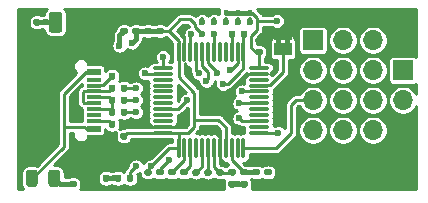
<source format=gbr>
%TF.GenerationSoftware,KiCad,Pcbnew,5.1.10-88a1d61d58~89~ubuntu21.04.1*%
%TF.CreationDate,2021-07-10T21:48:55+08:00*%
%TF.ProjectId,ST_Link_V2.1,53545f4c-696e-46b5-9f56-322e312e6b69,rev?*%
%TF.SameCoordinates,Original*%
%TF.FileFunction,Copper,L1,Top*%
%TF.FilePolarity,Positive*%
%FSLAX46Y46*%
G04 Gerber Fmt 4.6, Leading zero omitted, Abs format (unit mm)*
G04 Created by KiCad (PCBNEW 5.1.10-88a1d61d58~89~ubuntu21.04.1) date 2021-07-10 21:48:55*
%MOMM*%
%LPD*%
G01*
G04 APERTURE LIST*
%TA.AperFunction,EtchedComponent*%
%ADD10C,0.100000*%
%TD*%
%TA.AperFunction,ComponentPad*%
%ADD11O,1.700000X1.700000*%
%TD*%
%TA.AperFunction,ComponentPad*%
%ADD12R,1.700000X1.700000*%
%TD*%
%TA.AperFunction,SMDPad,CuDef*%
%ADD13O,1.800000X0.280000*%
%TD*%
%TA.AperFunction,SMDPad,CuDef*%
%ADD14O,0.280000X1.800000*%
%TD*%
%TA.AperFunction,SMDPad,CuDef*%
%ADD15R,1.500000X1.000000*%
%TD*%
%TA.AperFunction,SMDPad,CuDef*%
%ADD16R,1.160000X0.600000*%
%TD*%
%TA.AperFunction,SMDPad,CuDef*%
%ADD17R,1.160000X0.300000*%
%TD*%
%TA.AperFunction,ComponentPad*%
%ADD18O,1.700000X0.900000*%
%TD*%
%TA.AperFunction,ComponentPad*%
%ADD19O,2.000000X0.900000*%
%TD*%
%TA.AperFunction,ViaPad*%
%ADD20C,0.600000*%
%TD*%
%TA.AperFunction,Conductor*%
%ADD21C,0.254000*%
%TD*%
%TA.AperFunction,Conductor*%
%ADD22C,0.250000*%
%TD*%
%TA.AperFunction,Conductor*%
%ADD23C,0.400000*%
%TD*%
%TA.AperFunction,Conductor*%
%ADD24C,0.100000*%
%TD*%
G04 APERTURE END LIST*
D10*
%TO.C,JP1*%
G36*
X79702000Y-79371000D02*
G01*
X79702000Y-78871000D01*
X80102000Y-78871000D01*
X80102000Y-79371000D01*
X79702000Y-79371000D01*
G37*
G36*
X78902000Y-79371000D02*
G01*
X78902000Y-78871000D01*
X79302000Y-78871000D01*
X79302000Y-79371000D01*
X78902000Y-79371000D01*
G37*
%TD*%
D11*
%TO.P,J2,3*%
%TO.N,GND*%
X89662000Y-86614000D03*
%TO.P,J2,2*%
%TO.N,/MCU_SWCLK*%
X89662000Y-84074000D03*
D12*
%TO.P,J2,1*%
%TO.N,/MCU_SWDIO*%
X89662000Y-81534000D03*
%TD*%
%TO.P,R7,2*%
%TO.N,Net-(R7-Pad2)*%
%TA.AperFunction,SMDPad,CuDef*%
G36*
G01*
X75452000Y-78301000D02*
X75452000Y-78671000D01*
G75*
G02*
X75317000Y-78806000I-135000J0D01*
G01*
X75047000Y-78806000D01*
G75*
G02*
X74912000Y-78671000I0J135000D01*
G01*
X74912000Y-78301000D01*
G75*
G02*
X75047000Y-78166000I135000J0D01*
G01*
X75317000Y-78166000D01*
G75*
G02*
X75452000Y-78301000I0J-135000D01*
G01*
G37*
%TD.AperFunction*%
%TO.P,R7,1*%
%TO.N,/SWDIO*%
%TA.AperFunction,SMDPad,CuDef*%
G36*
G01*
X76472000Y-78301000D02*
X76472000Y-78671000D01*
G75*
G02*
X76337000Y-78806000I-135000J0D01*
G01*
X76067000Y-78806000D01*
G75*
G02*
X75932000Y-78671000I0J135000D01*
G01*
X75932000Y-78301000D01*
G75*
G02*
X76067000Y-78166000I135000J0D01*
G01*
X76337000Y-78166000D01*
G75*
G02*
X76472000Y-78301000I0J-135000D01*
G01*
G37*
%TD.AperFunction*%
%TD*%
D11*
%TO.P,J3,12*%
%TO.N,+3.3VA*%
X87122000Y-81534000D03*
%TO.P,J3,11*%
%TO.N,+5V*%
X87122000Y-78994000D03*
%TO.P,J3,13*%
%TO.N,/SWDIO*%
X87122000Y-84074000D03*
%TO.P,J3,15*%
%TO.N,GND*%
X87122000Y-89154000D03*
%TO.P,J3,14*%
%TO.N,/SWCLK*%
X87122000Y-86614000D03*
D12*
%TO.P,J3,1*%
%TO.N,+5V*%
X82042000Y-78994000D03*
D11*
%TO.P,J3,2*%
%TO.N,+3.3VA*%
X82042000Y-81534000D03*
%TO.P,J3,3*%
%TO.N,/TX*%
X82042000Y-84074000D03*
%TO.P,J3,4*%
%TO.N,/RX*%
X82042000Y-86614000D03*
%TO.P,J3,5*%
%TO.N,GND*%
X82042000Y-89154000D03*
%TO.P,J3,6*%
%TO.N,+5V*%
X84582000Y-78994000D03*
%TO.P,J3,7*%
%TO.N,+3.3VA*%
X84582000Y-81534000D03*
%TO.P,J3,8*%
%TO.N,/SWIN*%
X84582000Y-84074000D03*
%TO.P,J3,9*%
%TO.N,/RESET*%
X84582000Y-86614000D03*
%TO.P,J3,10*%
%TO.N,GND*%
X84582000Y-89154000D03*
%TD*%
D13*
%TO.P,U1,48*%
%TO.N,+3V3*%
X69356000Y-86824000D03*
%TO.P,U1,47*%
%TO.N,GND*%
X69356000Y-86324000D03*
%TO.P,U1,46*%
%TO.N,Net-(U1-Pad46)*%
X69356000Y-85824000D03*
%TO.P,U1,45*%
%TO.N,Net-(U1-Pad45)*%
X69356000Y-85324000D03*
%TO.P,U1,44*%
%TO.N,/BOOT0*%
X69356000Y-84824000D03*
%TO.P,U1,43*%
%TO.N,Net-(U1-Pad43)*%
X69356000Y-84324000D03*
%TO.P,U1,42*%
%TO.N,Net-(U1-Pad42)*%
X69356000Y-83824000D03*
%TO.P,U1,41*%
%TO.N,Net-(U1-Pad41)*%
X69356000Y-83324000D03*
%TO.P,U1,40*%
%TO.N,Net-(U1-Pad40)*%
X69356000Y-82824000D03*
%TO.P,U1,39*%
%TO.N,Net-(U1-Pad39)*%
X69356000Y-82324000D03*
%TO.P,U1,38*%
%TO.N,/MCU_USB_RENUM*%
X69356000Y-81824000D03*
%TO.P,U1,37*%
%TO.N,/MCU_SWCLK*%
X69356000Y-81324000D03*
D14*
%TO.P,U1,36*%
%TO.N,+3V3*%
X70656000Y-80024000D03*
%TO.P,U1,35*%
%TO.N,GND*%
X71156000Y-80024000D03*
%TO.P,U1,34*%
%TO.N,/MCU_SWDIO*%
X71656000Y-80024000D03*
%TO.P,U1,33*%
%TO.N,/MCU_USB_D+*%
X72156000Y-80024000D03*
%TO.P,U1,32*%
%TO.N,/MCU_USB_D-*%
X72656000Y-80024000D03*
%TO.P,U1,31*%
%TO.N,/SWIN*%
X73156000Y-80024000D03*
%TO.P,U1,30*%
%TO.N,/LED_LINK*%
X73656000Y-80024000D03*
%TO.P,U1,29*%
%TO.N,Net-(U1-Pad29)*%
X74156000Y-80024000D03*
%TO.P,U1,28*%
%TO.N,Net-(U1-Pad28)*%
X74656000Y-80024000D03*
%TO.P,U1,27*%
%TO.N,Net-(R7-Pad2)*%
X75156000Y-80024000D03*
%TO.P,U1,26*%
%TO.N,/SWCLK*%
X75656000Y-80024000D03*
%TO.P,U1,25*%
%TO.N,/SWDIO*%
X76156000Y-80024000D03*
D13*
%TO.P,U1,24*%
%TO.N,+3V3*%
X77456000Y-81324000D03*
%TO.P,U1,23*%
%TO.N,GND*%
X77456000Y-81824000D03*
%TO.P,U1,22*%
%TO.N,Net-(U1-Pad22)*%
X77456000Y-82324000D03*
%TO.P,U1,21*%
%TO.N,Net-(JP1-Pad1)*%
X77456000Y-82824000D03*
%TO.P,U1,20*%
%TO.N,/BOOT1*%
X77456000Y-83324000D03*
%TO.P,U1,19*%
%TO.N,Net-(U1-Pad19)*%
X77456000Y-83824000D03*
%TO.P,U1,18*%
%TO.N,/RESET*%
X77456000Y-84324000D03*
%TO.P,U1,17*%
%TO.N,Net-(U1-Pad17)*%
X77456000Y-84824000D03*
%TO.P,U1,16*%
%TO.N,Net-(U1-Pad16)*%
X77456000Y-85324000D03*
%TO.P,U1,15*%
%TO.N,/SWCLK*%
X77456000Y-85824000D03*
%TO.P,U1,14*%
%TO.N,Net-(U1-Pad14)*%
X77456000Y-86324000D03*
%TO.P,U1,13*%
%TO.N,/RX*%
X77456000Y-86824000D03*
D14*
%TO.P,U1,12*%
%TO.N,/TX*%
X76156000Y-88124000D03*
%TO.P,U1,11*%
%TO.N,Net-(U1-Pad11)*%
X75656000Y-88124000D03*
%TO.P,U1,10*%
%TO.N,/PA0*%
X75156000Y-88124000D03*
%TO.P,U1,9*%
%TO.N,+3V3*%
X74656000Y-88124000D03*
%TO.P,U1,8*%
%TO.N,GND*%
X74156000Y-88124000D03*
%TO.P,U1,7*%
%TO.N,/RST*%
X73656000Y-88124000D03*
%TO.P,U1,6*%
%TO.N,/OSC_OUT*%
X73156000Y-88124000D03*
%TO.P,U1,5*%
%TO.N,/OSC_IN*%
X72656000Y-88124000D03*
%TO.P,U1,4*%
%TO.N,Net-(U1-Pad4)*%
X72156000Y-88124000D03*
%TO.P,U1,3*%
%TO.N,Net-(R2-Pad1)*%
X71656000Y-88124000D03*
%TO.P,U1,2*%
%TO.N,Net-(R1-Pad1)*%
X71156000Y-88124000D03*
%TO.P,U1,1*%
%TO.N,+3V3*%
X70656000Y-88124000D03*
%TD*%
%TO.P,R21,2*%
%TO.N,/BOOT1*%
%TA.AperFunction,SMDPad,CuDef*%
G36*
G01*
X78417000Y-90438000D02*
X78047000Y-90438000D01*
G75*
G02*
X77912000Y-90303000I0J135000D01*
G01*
X77912000Y-90033000D01*
G75*
G02*
X78047000Y-89898000I135000J0D01*
G01*
X78417000Y-89898000D01*
G75*
G02*
X78552000Y-90033000I0J-135000D01*
G01*
X78552000Y-90303000D01*
G75*
G02*
X78417000Y-90438000I-135000J0D01*
G01*
G37*
%TD.AperFunction*%
%TO.P,R21,1*%
%TO.N,GND*%
%TA.AperFunction,SMDPad,CuDef*%
G36*
G01*
X78417000Y-91458000D02*
X78047000Y-91458000D01*
G75*
G02*
X77912000Y-91323000I0J135000D01*
G01*
X77912000Y-91053000D01*
G75*
G02*
X78047000Y-90918000I135000J0D01*
G01*
X78417000Y-90918000D01*
G75*
G02*
X78552000Y-91053000I0J-135000D01*
G01*
X78552000Y-91323000D01*
G75*
G02*
X78417000Y-91458000I-135000J0D01*
G01*
G37*
%TD.AperFunction*%
%TD*%
%TO.P,R20,2*%
%TO.N,/BOOT0*%
%TA.AperFunction,SMDPad,CuDef*%
G36*
G01*
X69272001Y-90438000D02*
X68902001Y-90438000D01*
G75*
G02*
X68767001Y-90303000I0J135000D01*
G01*
X68767001Y-90033000D01*
G75*
G02*
X68902001Y-89898000I135000J0D01*
G01*
X69272001Y-89898000D01*
G75*
G02*
X69407001Y-90033000I0J-135000D01*
G01*
X69407001Y-90303000D01*
G75*
G02*
X69272001Y-90438000I-135000J0D01*
G01*
G37*
%TD.AperFunction*%
%TO.P,R20,1*%
%TO.N,GND*%
%TA.AperFunction,SMDPad,CuDef*%
G36*
G01*
X69272001Y-91458000D02*
X68902001Y-91458000D01*
G75*
G02*
X68767001Y-91323000I0J135000D01*
G01*
X68767001Y-91053000D01*
G75*
G02*
X68902001Y-90918000I135000J0D01*
G01*
X69272001Y-90918000D01*
G75*
G02*
X69407001Y-91053000I0J-135000D01*
G01*
X69407001Y-91323000D01*
G75*
G02*
X69272001Y-91458000I-135000J0D01*
G01*
G37*
%TD.AperFunction*%
%TD*%
%TO.P,R19,2*%
%TO.N,+3V3*%
%TA.AperFunction,SMDPad,CuDef*%
G36*
G01*
X74999000Y-90918000D02*
X75369000Y-90918000D01*
G75*
G02*
X75504000Y-91053000I0J-135000D01*
G01*
X75504000Y-91323000D01*
G75*
G02*
X75369000Y-91458000I-135000J0D01*
G01*
X74999000Y-91458000D01*
G75*
G02*
X74864000Y-91323000I0J135000D01*
G01*
X74864000Y-91053000D01*
G75*
G02*
X74999000Y-90918000I135000J0D01*
G01*
G37*
%TD.AperFunction*%
%TO.P,R19,1*%
%TO.N,/RST*%
%TA.AperFunction,SMDPad,CuDef*%
G36*
G01*
X74999000Y-89898000D02*
X75369000Y-89898000D01*
G75*
G02*
X75504000Y-90033000I0J-135000D01*
G01*
X75504000Y-90303000D01*
G75*
G02*
X75369000Y-90438000I-135000J0D01*
G01*
X74999000Y-90438000D01*
G75*
G02*
X74864000Y-90303000I0J135000D01*
G01*
X74864000Y-90033000D01*
G75*
G02*
X74999000Y-89898000I135000J0D01*
G01*
G37*
%TD.AperFunction*%
%TD*%
%TO.P,R13,2*%
%TO.N,GND*%
%TA.AperFunction,SMDPad,CuDef*%
G36*
G01*
X77031000Y-90918000D02*
X77401000Y-90918000D01*
G75*
G02*
X77536000Y-91053000I0J-135000D01*
G01*
X77536000Y-91323000D01*
G75*
G02*
X77401000Y-91458000I-135000J0D01*
G01*
X77031000Y-91458000D01*
G75*
G02*
X76896000Y-91323000I0J135000D01*
G01*
X76896000Y-91053000D01*
G75*
G02*
X77031000Y-90918000I135000J0D01*
G01*
G37*
%TD.AperFunction*%
%TO.P,R13,1*%
%TO.N,/PA0*%
%TA.AperFunction,SMDPad,CuDef*%
G36*
G01*
X77031000Y-89898000D02*
X77401000Y-89898000D01*
G75*
G02*
X77536000Y-90033000I0J-135000D01*
G01*
X77536000Y-90303000D01*
G75*
G02*
X77401000Y-90438000I-135000J0D01*
G01*
X77031000Y-90438000D01*
G75*
G02*
X76896000Y-90303000I0J135000D01*
G01*
X76896000Y-90033000D01*
G75*
G02*
X77031000Y-89898000I135000J0D01*
G01*
G37*
%TD.AperFunction*%
%TD*%
%TO.P,R12,2*%
%TO.N,/PA0*%
%TA.AperFunction,SMDPad,CuDef*%
G36*
G01*
X76385000Y-90438000D02*
X76015000Y-90438000D01*
G75*
G02*
X75880000Y-90303000I0J135000D01*
G01*
X75880000Y-90033000D01*
G75*
G02*
X76015000Y-89898000I135000J0D01*
G01*
X76385000Y-89898000D01*
G75*
G02*
X76520000Y-90033000I0J-135000D01*
G01*
X76520000Y-90303000D01*
G75*
G02*
X76385000Y-90438000I-135000J0D01*
G01*
G37*
%TD.AperFunction*%
%TO.P,R12,1*%
%TO.N,+3V3*%
%TA.AperFunction,SMDPad,CuDef*%
G36*
G01*
X76385000Y-91458000D02*
X76015000Y-91458000D01*
G75*
G02*
X75880000Y-91323000I0J135000D01*
G01*
X75880000Y-91053000D01*
G75*
G02*
X76015000Y-90918000I135000J0D01*
G01*
X76385000Y-90918000D01*
G75*
G02*
X76520000Y-91053000I0J-135000D01*
G01*
X76520000Y-91323000D01*
G75*
G02*
X76385000Y-91458000I-135000J0D01*
G01*
G37*
%TD.AperFunction*%
%TD*%
%TO.P,R11,1*%
%TO.N,Net-(Q1-Pad2)*%
%TA.AperFunction,SMDPad,CuDef*%
G36*
G01*
X66312000Y-83889000D02*
X66312000Y-84259000D01*
G75*
G02*
X66177000Y-84394000I-135000J0D01*
G01*
X65907000Y-84394000D01*
G75*
G02*
X65772000Y-84259000I0J135000D01*
G01*
X65772000Y-83889000D01*
G75*
G02*
X65907000Y-83754000I135000J0D01*
G01*
X66177000Y-83754000D01*
G75*
G02*
X66312000Y-83889000I0J-135000D01*
G01*
G37*
%TD.AperFunction*%
%TO.P,R11,2*%
%TO.N,/USB_RENUM*%
%TA.AperFunction,SMDPad,CuDef*%
G36*
G01*
X65292000Y-83889000D02*
X65292000Y-84259000D01*
G75*
G02*
X65157000Y-84394000I-135000J0D01*
G01*
X64887000Y-84394000D01*
G75*
G02*
X64752000Y-84259000I0J135000D01*
G01*
X64752000Y-83889000D01*
G75*
G02*
X64887000Y-83754000I135000J0D01*
G01*
X65157000Y-83754000D01*
G75*
G02*
X65292000Y-83889000I0J-135000D01*
G01*
G37*
%TD.AperFunction*%
%TD*%
%TO.P,R10,2*%
%TO.N,GND*%
%TA.AperFunction,SMDPad,CuDef*%
G36*
G01*
X63768000Y-90493000D02*
X63768000Y-90863000D01*
G75*
G02*
X63633000Y-90998000I-135000J0D01*
G01*
X63363000Y-90998000D01*
G75*
G02*
X63228000Y-90863000I0J135000D01*
G01*
X63228000Y-90493000D01*
G75*
G02*
X63363000Y-90358000I135000J0D01*
G01*
X63633000Y-90358000D01*
G75*
G02*
X63768000Y-90493000I0J-135000D01*
G01*
G37*
%TD.AperFunction*%
%TO.P,R10,1*%
%TO.N,Net-(Q1-Pad1)*%
%TA.AperFunction,SMDPad,CuDef*%
G36*
G01*
X64788000Y-90493000D02*
X64788000Y-90863000D01*
G75*
G02*
X64653000Y-90998000I-135000J0D01*
G01*
X64383000Y-90998000D01*
G75*
G02*
X64248000Y-90863000I0J135000D01*
G01*
X64248000Y-90493000D01*
G75*
G02*
X64383000Y-90358000I135000J0D01*
G01*
X64653000Y-90358000D01*
G75*
G02*
X64788000Y-90493000I0J-135000D01*
G01*
G37*
%TD.AperFunction*%
%TD*%
%TO.P,R8,2*%
%TO.N,/MCU_USB_RENUM*%
%TA.AperFunction,SMDPad,CuDef*%
G36*
G01*
X66280000Y-90863000D02*
X66280000Y-90493000D01*
G75*
G02*
X66415000Y-90358000I135000J0D01*
G01*
X66685000Y-90358000D01*
G75*
G02*
X66820000Y-90493000I0J-135000D01*
G01*
X66820000Y-90863000D01*
G75*
G02*
X66685000Y-90998000I-135000J0D01*
G01*
X66415000Y-90998000D01*
G75*
G02*
X66280000Y-90863000I0J135000D01*
G01*
G37*
%TD.AperFunction*%
%TO.P,R8,1*%
%TO.N,Net-(Q1-Pad1)*%
%TA.AperFunction,SMDPad,CuDef*%
G36*
G01*
X65260000Y-90863000D02*
X65260000Y-90493000D01*
G75*
G02*
X65395000Y-90358000I135000J0D01*
G01*
X65665000Y-90358000D01*
G75*
G02*
X65800000Y-90493000I0J-135000D01*
G01*
X65800000Y-90863000D01*
G75*
G02*
X65665000Y-90998000I-135000J0D01*
G01*
X65395000Y-90998000D01*
G75*
G02*
X65260000Y-90863000I0J135000D01*
G01*
G37*
%TD.AperFunction*%
%TD*%
%TO.P,R6,2*%
%TO.N,/USB_RENUM*%
%TA.AperFunction,SMDPad,CuDef*%
G36*
G01*
X65292000Y-84905000D02*
X65292000Y-85275000D01*
G75*
G02*
X65157000Y-85410000I-135000J0D01*
G01*
X64887000Y-85410000D01*
G75*
G02*
X64752000Y-85275000I0J135000D01*
G01*
X64752000Y-84905000D01*
G75*
G02*
X64887000Y-84770000I135000J0D01*
G01*
X65157000Y-84770000D01*
G75*
G02*
X65292000Y-84905000I0J-135000D01*
G01*
G37*
%TD.AperFunction*%
%TO.P,R6,1*%
%TO.N,/MCU_USB_D+*%
%TA.AperFunction,SMDPad,CuDef*%
G36*
G01*
X66312000Y-84905000D02*
X66312000Y-85275000D01*
G75*
G02*
X66177000Y-85410000I-135000J0D01*
G01*
X65907000Y-85410000D01*
G75*
G02*
X65772000Y-85275000I0J135000D01*
G01*
X65772000Y-84905000D01*
G75*
G02*
X65907000Y-84770000I135000J0D01*
G01*
X66177000Y-84770000D01*
G75*
G02*
X66312000Y-84905000I0J-135000D01*
G01*
G37*
%TD.AperFunction*%
%TD*%
%TO.P,R5,2*%
%TO.N,Net-(J1-PadA7)*%
%TA.AperFunction,SMDPad,CuDef*%
G36*
G01*
X65292000Y-82873000D02*
X65292000Y-83243000D01*
G75*
G02*
X65157000Y-83378000I-135000J0D01*
G01*
X64887000Y-83378000D01*
G75*
G02*
X64752000Y-83243000I0J135000D01*
G01*
X64752000Y-82873000D01*
G75*
G02*
X64887000Y-82738000I135000J0D01*
G01*
X65157000Y-82738000D01*
G75*
G02*
X65292000Y-82873000I0J-135000D01*
G01*
G37*
%TD.AperFunction*%
%TO.P,R5,1*%
%TO.N,/MCU_USB_D-*%
%TA.AperFunction,SMDPad,CuDef*%
G36*
G01*
X66312000Y-82873000D02*
X66312000Y-83243000D01*
G75*
G02*
X66177000Y-83378000I-135000J0D01*
G01*
X65907000Y-83378000D01*
G75*
G02*
X65772000Y-83243000I0J135000D01*
G01*
X65772000Y-82873000D01*
G75*
G02*
X65907000Y-82738000I135000J0D01*
G01*
X66177000Y-82738000D01*
G75*
G02*
X66312000Y-82873000I0J-135000D01*
G01*
G37*
%TD.AperFunction*%
%TD*%
%TO.P,R4,2*%
%TO.N,Net-(J1-PadB5)*%
%TA.AperFunction,SMDPad,CuDef*%
G36*
G01*
X65292000Y-85921000D02*
X65292000Y-86291000D01*
G75*
G02*
X65157000Y-86426000I-135000J0D01*
G01*
X64887000Y-86426000D01*
G75*
G02*
X64752000Y-86291000I0J135000D01*
G01*
X64752000Y-85921000D01*
G75*
G02*
X64887000Y-85786000I135000J0D01*
G01*
X65157000Y-85786000D01*
G75*
G02*
X65292000Y-85921000I0J-135000D01*
G01*
G37*
%TD.AperFunction*%
%TO.P,R4,1*%
%TO.N,GND*%
%TA.AperFunction,SMDPad,CuDef*%
G36*
G01*
X66312000Y-85921000D02*
X66312000Y-86291000D01*
G75*
G02*
X66177000Y-86426000I-135000J0D01*
G01*
X65907000Y-86426000D01*
G75*
G02*
X65772000Y-86291000I0J135000D01*
G01*
X65772000Y-85921000D01*
G75*
G02*
X65907000Y-85786000I135000J0D01*
G01*
X66177000Y-85786000D01*
G75*
G02*
X66312000Y-85921000I0J-135000D01*
G01*
G37*
%TD.AperFunction*%
%TD*%
%TO.P,R3,2*%
%TO.N,Net-(J1-PadA5)*%
%TA.AperFunction,SMDPad,CuDef*%
G36*
G01*
X65292000Y-81857000D02*
X65292000Y-82227000D01*
G75*
G02*
X65157000Y-82362000I-135000J0D01*
G01*
X64887000Y-82362000D01*
G75*
G02*
X64752000Y-82227000I0J135000D01*
G01*
X64752000Y-81857000D01*
G75*
G02*
X64887000Y-81722000I135000J0D01*
G01*
X65157000Y-81722000D01*
G75*
G02*
X65292000Y-81857000I0J-135000D01*
G01*
G37*
%TD.AperFunction*%
%TO.P,R3,1*%
%TO.N,GND*%
%TA.AperFunction,SMDPad,CuDef*%
G36*
G01*
X66312000Y-81857000D02*
X66312000Y-82227000D01*
G75*
G02*
X66177000Y-82362000I-135000J0D01*
G01*
X65907000Y-82362000D01*
G75*
G02*
X65772000Y-82227000I0J135000D01*
G01*
X65772000Y-81857000D01*
G75*
G02*
X65907000Y-81722000I135000J0D01*
G01*
X66177000Y-81722000D01*
G75*
G02*
X66312000Y-81857000I0J-135000D01*
G01*
G37*
%TD.AperFunction*%
%TD*%
%TO.P,R2,2*%
%TO.N,GND*%
%TA.AperFunction,SMDPad,CuDef*%
G36*
G01*
X70935000Y-90918000D02*
X71305000Y-90918000D01*
G75*
G02*
X71440000Y-91053000I0J-135000D01*
G01*
X71440000Y-91323000D01*
G75*
G02*
X71305000Y-91458000I-135000J0D01*
G01*
X70935000Y-91458000D01*
G75*
G02*
X70800000Y-91323000I0J135000D01*
G01*
X70800000Y-91053000D01*
G75*
G02*
X70935000Y-90918000I135000J0D01*
G01*
G37*
%TD.AperFunction*%
%TO.P,R2,1*%
%TO.N,Net-(R2-Pad1)*%
%TA.AperFunction,SMDPad,CuDef*%
G36*
G01*
X70935000Y-89898000D02*
X71305000Y-89898000D01*
G75*
G02*
X71440000Y-90033000I0J-135000D01*
G01*
X71440000Y-90303000D01*
G75*
G02*
X71305000Y-90438000I-135000J0D01*
G01*
X70935000Y-90438000D01*
G75*
G02*
X70800000Y-90303000I0J135000D01*
G01*
X70800000Y-90033000D01*
G75*
G02*
X70935000Y-89898000I135000J0D01*
G01*
G37*
%TD.AperFunction*%
%TD*%
%TO.P,R1,2*%
%TO.N,GND*%
%TA.AperFunction,SMDPad,CuDef*%
G36*
G01*
X69919000Y-90918000D02*
X70289000Y-90918000D01*
G75*
G02*
X70424000Y-91053000I0J-135000D01*
G01*
X70424000Y-91323000D01*
G75*
G02*
X70289000Y-91458000I-135000J0D01*
G01*
X69919000Y-91458000D01*
G75*
G02*
X69784000Y-91323000I0J135000D01*
G01*
X69784000Y-91053000D01*
G75*
G02*
X69919000Y-90918000I135000J0D01*
G01*
G37*
%TD.AperFunction*%
%TO.P,R1,1*%
%TO.N,Net-(R1-Pad1)*%
%TA.AperFunction,SMDPad,CuDef*%
G36*
G01*
X69919000Y-89898000D02*
X70289000Y-89898000D01*
G75*
G02*
X70424000Y-90033000I0J-135000D01*
G01*
X70424000Y-90303000D01*
G75*
G02*
X70289000Y-90438000I-135000J0D01*
G01*
X69919000Y-90438000D01*
G75*
G02*
X69784000Y-90303000I0J135000D01*
G01*
X69784000Y-90033000D01*
G75*
G02*
X69919000Y-89898000I135000J0D01*
G01*
G37*
%TD.AperFunction*%
%TD*%
D15*
%TO.P,JP1,2*%
%TO.N,GND*%
X79502000Y-78471000D03*
%TO.P,JP1,1*%
%TO.N,Net-(JP1-Pad1)*%
X79502000Y-79771000D03*
%TD*%
D16*
%TO.P,J1,A12*%
%TO.N,GND*%
X63470000Y-87274000D03*
%TO.P,J1,A9*%
%TO.N,Net-(F1-Pad2)*%
X63470000Y-86474000D03*
%TO.P,J1,B1*%
%TO.N,GND*%
X63470000Y-87274000D03*
%TO.P,J1,B4*%
%TO.N,Net-(F1-Pad2)*%
X63470000Y-86474000D03*
%TO.P,J1,B12*%
%TO.N,GND*%
X63470000Y-80874000D03*
%TO.P,J1,A1*%
X63470000Y-80874000D03*
%TO.P,J1,B9*%
%TO.N,Net-(F1-Pad2)*%
X63470000Y-81674000D03*
%TO.P,J1,A4*%
X63470000Y-81674000D03*
D17*
%TO.P,J1,B5*%
%TO.N,Net-(J1-PadB5)*%
X63470000Y-85824000D03*
%TO.P,J1,B6*%
%TO.N,/USB_RENUM*%
X63470000Y-84824000D03*
%TO.P,J1,A8*%
%TO.N,Net-(J1-PadA8)*%
X63470000Y-85324000D03*
%TO.P,J1,A5*%
%TO.N,Net-(J1-PadA5)*%
X63470000Y-82824000D03*
%TO.P,J1,B8*%
%TO.N,Net-(J1-PadB8)*%
X63470000Y-82324000D03*
%TO.P,J1,A7*%
%TO.N,Net-(J1-PadA7)*%
X63470000Y-84324000D03*
%TO.P,J1,A6*%
%TO.N,/USB_RENUM*%
X63470000Y-83824000D03*
%TO.P,J1,B7*%
%TO.N,Net-(J1-PadA7)*%
X63470000Y-83324000D03*
D18*
%TO.P,J1,S1*%
%TO.N,GND*%
X58720000Y-88394000D03*
X58720000Y-79754000D03*
D19*
X62890000Y-88394000D03*
X62890000Y-79754000D03*
%TD*%
%TO.P,D5,2*%
%TO.N,+3V3*%
%TA.AperFunction,SMDPad,CuDef*%
G36*
G01*
X75792000Y-76872000D02*
X75592000Y-76872000D01*
G75*
G02*
X75492000Y-76772000I0J100000D01*
G01*
X75492000Y-76512000D01*
G75*
G02*
X75592000Y-76412000I100000J0D01*
G01*
X75792000Y-76412000D01*
G75*
G02*
X75892000Y-76512000I0J-100000D01*
G01*
X75892000Y-76772000D01*
G75*
G02*
X75792000Y-76872000I-100000J0D01*
G01*
G37*
%TD.AperFunction*%
%TO.P,D5,1*%
%TO.N,Net-(D5-Pad1)*%
%TA.AperFunction,SMDPad,CuDef*%
G36*
G01*
X75792000Y-77512000D02*
X75592000Y-77512000D01*
G75*
G02*
X75492000Y-77412000I0J100000D01*
G01*
X75492000Y-77152000D01*
G75*
G02*
X75592000Y-77052000I100000J0D01*
G01*
X75792000Y-77052000D01*
G75*
G02*
X75892000Y-77152000I0J-100000D01*
G01*
X75892000Y-77412000D01*
G75*
G02*
X75792000Y-77512000I-100000J0D01*
G01*
G37*
%TD.AperFunction*%
%TD*%
%TO.P,D4,2*%
%TO.N,+3V3*%
%TA.AperFunction,SMDPad,CuDef*%
G36*
G01*
X76808000Y-76872000D02*
X76608000Y-76872000D01*
G75*
G02*
X76508000Y-76772000I0J100000D01*
G01*
X76508000Y-76512000D01*
G75*
G02*
X76608000Y-76412000I100000J0D01*
G01*
X76808000Y-76412000D01*
G75*
G02*
X76908000Y-76512000I0J-100000D01*
G01*
X76908000Y-76772000D01*
G75*
G02*
X76808000Y-76872000I-100000J0D01*
G01*
G37*
%TD.AperFunction*%
%TO.P,D4,1*%
%TO.N,Net-(D4-Pad1)*%
%TA.AperFunction,SMDPad,CuDef*%
G36*
G01*
X76808000Y-77512000D02*
X76608000Y-77512000D01*
G75*
G02*
X76508000Y-77412000I0J100000D01*
G01*
X76508000Y-77152000D01*
G75*
G02*
X76608000Y-77052000I100000J0D01*
G01*
X76808000Y-77052000D01*
G75*
G02*
X76908000Y-77152000I0J-100000D01*
G01*
X76908000Y-77412000D01*
G75*
G02*
X76808000Y-77512000I-100000J0D01*
G01*
G37*
%TD.AperFunction*%
%TD*%
%TO.P,D3,2*%
%TO.N,Net-(D3-Pad2)*%
%TA.AperFunction,SMDPad,CuDef*%
G36*
G01*
X72544000Y-77052000D02*
X72744000Y-77052000D01*
G75*
G02*
X72844000Y-77152000I0J-100000D01*
G01*
X72844000Y-77412000D01*
G75*
G02*
X72744000Y-77512000I-100000J0D01*
G01*
X72544000Y-77512000D01*
G75*
G02*
X72444000Y-77412000I0J100000D01*
G01*
X72444000Y-77152000D01*
G75*
G02*
X72544000Y-77052000I100000J0D01*
G01*
G37*
%TD.AperFunction*%
%TO.P,D3,1*%
%TO.N,GND*%
%TA.AperFunction,SMDPad,CuDef*%
G36*
G01*
X72544000Y-76412000D02*
X72744000Y-76412000D01*
G75*
G02*
X72844000Y-76512000I0J-100000D01*
G01*
X72844000Y-76772000D01*
G75*
G02*
X72744000Y-76872000I-100000J0D01*
G01*
X72544000Y-76872000D01*
G75*
G02*
X72444000Y-76772000I0J100000D01*
G01*
X72444000Y-76512000D01*
G75*
G02*
X72544000Y-76412000I100000J0D01*
G01*
G37*
%TD.AperFunction*%
%TD*%
%TO.P,D2,2*%
%TO.N,+3V3*%
%TA.AperFunction,SMDPad,CuDef*%
G36*
G01*
X74776000Y-76872000D02*
X74576000Y-76872000D01*
G75*
G02*
X74476000Y-76772000I0J100000D01*
G01*
X74476000Y-76512000D01*
G75*
G02*
X74576000Y-76412000I100000J0D01*
G01*
X74776000Y-76412000D01*
G75*
G02*
X74876000Y-76512000I0J-100000D01*
G01*
X74876000Y-76772000D01*
G75*
G02*
X74776000Y-76872000I-100000J0D01*
G01*
G37*
%TD.AperFunction*%
%TO.P,D2,1*%
%TO.N,Net-(D2-Pad1)*%
%TA.AperFunction,SMDPad,CuDef*%
G36*
G01*
X74776000Y-77512000D02*
X74576000Y-77512000D01*
G75*
G02*
X74476000Y-77412000I0J100000D01*
G01*
X74476000Y-77152000D01*
G75*
G02*
X74576000Y-77052000I100000J0D01*
G01*
X74776000Y-77052000D01*
G75*
G02*
X74876000Y-77152000I0J-100000D01*
G01*
X74876000Y-77412000D01*
G75*
G02*
X74776000Y-77512000I-100000J0D01*
G01*
G37*
%TD.AperFunction*%
%TD*%
%TO.P,D1,2*%
%TO.N,Net-(D1-Pad2)*%
%TA.AperFunction,SMDPad,CuDef*%
G36*
G01*
X73560000Y-77052000D02*
X73760000Y-77052000D01*
G75*
G02*
X73860000Y-77152000I0J-100000D01*
G01*
X73860000Y-77412000D01*
G75*
G02*
X73760000Y-77512000I-100000J0D01*
G01*
X73560000Y-77512000D01*
G75*
G02*
X73460000Y-77412000I0J100000D01*
G01*
X73460000Y-77152000D01*
G75*
G02*
X73560000Y-77052000I100000J0D01*
G01*
G37*
%TD.AperFunction*%
%TO.P,D1,1*%
%TO.N,GND*%
%TA.AperFunction,SMDPad,CuDef*%
G36*
G01*
X73560000Y-76412000D02*
X73760000Y-76412000D01*
G75*
G02*
X73860000Y-76512000I0J-100000D01*
G01*
X73860000Y-76772000D01*
G75*
G02*
X73760000Y-76872000I-100000J0D01*
G01*
X73560000Y-76872000D01*
G75*
G02*
X73460000Y-76772000I0J100000D01*
G01*
X73460000Y-76512000D01*
G75*
G02*
X73560000Y-76412000I100000J0D01*
G01*
G37*
%TD.AperFunction*%
%TD*%
%TO.P,C15,2*%
%TO.N,GND*%
%TA.AperFunction,SMDPad,CuDef*%
G36*
G01*
X67226000Y-77524000D02*
X66886000Y-77524000D01*
G75*
G02*
X66746000Y-77384000I0J140000D01*
G01*
X66746000Y-77104000D01*
G75*
G02*
X66886000Y-76964000I140000J0D01*
G01*
X67226000Y-76964000D01*
G75*
G02*
X67366000Y-77104000I0J-140000D01*
G01*
X67366000Y-77384000D01*
G75*
G02*
X67226000Y-77524000I-140000J0D01*
G01*
G37*
%TD.AperFunction*%
%TO.P,C15,1*%
%TO.N,+3V3*%
%TA.AperFunction,SMDPad,CuDef*%
G36*
G01*
X67226000Y-78484000D02*
X66886000Y-78484000D01*
G75*
G02*
X66746000Y-78344000I0J140000D01*
G01*
X66746000Y-78064000D01*
G75*
G02*
X66886000Y-77924000I140000J0D01*
G01*
X67226000Y-77924000D01*
G75*
G02*
X67366000Y-78064000I0J-140000D01*
G01*
X67366000Y-78344000D01*
G75*
G02*
X67226000Y-78484000I-140000J0D01*
G01*
G37*
%TD.AperFunction*%
%TD*%
%TO.P,C14,2*%
%TO.N,GND*%
%TA.AperFunction,SMDPad,CuDef*%
G36*
G01*
X57966000Y-77300000D02*
X57966000Y-77640000D01*
G75*
G02*
X57826000Y-77780000I-140000J0D01*
G01*
X57546000Y-77780000D01*
G75*
G02*
X57406000Y-77640000I0J140000D01*
G01*
X57406000Y-77300000D01*
G75*
G02*
X57546000Y-77160000I140000J0D01*
G01*
X57826000Y-77160000D01*
G75*
G02*
X57966000Y-77300000I0J-140000D01*
G01*
G37*
%TD.AperFunction*%
%TO.P,C14,1*%
%TO.N,+3.3VA*%
%TA.AperFunction,SMDPad,CuDef*%
G36*
G01*
X58926000Y-77300000D02*
X58926000Y-77640000D01*
G75*
G02*
X58786000Y-77780000I-140000J0D01*
G01*
X58506000Y-77780000D01*
G75*
G02*
X58366000Y-77640000I0J140000D01*
G01*
X58366000Y-77300000D01*
G75*
G02*
X58506000Y-77160000I140000J0D01*
G01*
X58786000Y-77160000D01*
G75*
G02*
X58926000Y-77300000I0J-140000D01*
G01*
G37*
%TD.AperFunction*%
%TD*%
%TO.P,C13,2*%
%TO.N,GND*%
%TA.AperFunction,SMDPad,CuDef*%
G36*
G01*
X68242000Y-77524000D02*
X67902000Y-77524000D01*
G75*
G02*
X67762000Y-77384000I0J140000D01*
G01*
X67762000Y-77104000D01*
G75*
G02*
X67902000Y-76964000I140000J0D01*
G01*
X68242000Y-76964000D01*
G75*
G02*
X68382000Y-77104000I0J-140000D01*
G01*
X68382000Y-77384000D01*
G75*
G02*
X68242000Y-77524000I-140000J0D01*
G01*
G37*
%TD.AperFunction*%
%TO.P,C13,1*%
%TO.N,+3V3*%
%TA.AperFunction,SMDPad,CuDef*%
G36*
G01*
X68242000Y-78484000D02*
X67902000Y-78484000D01*
G75*
G02*
X67762000Y-78344000I0J140000D01*
G01*
X67762000Y-78064000D01*
G75*
G02*
X67902000Y-77924000I140000J0D01*
G01*
X68242000Y-77924000D01*
G75*
G02*
X68382000Y-78064000I0J-140000D01*
G01*
X68382000Y-78344000D01*
G75*
G02*
X68242000Y-78484000I-140000J0D01*
G01*
G37*
%TD.AperFunction*%
%TD*%
%TO.P,C12,2*%
%TO.N,GND*%
%TA.AperFunction,SMDPad,CuDef*%
G36*
G01*
X62622000Y-78120001D02*
X62622000Y-76819999D01*
G75*
G02*
X62871999Y-76570000I249999J0D01*
G01*
X63522001Y-76570000D01*
G75*
G02*
X63772000Y-76819999I0J-249999D01*
G01*
X63772000Y-78120001D01*
G75*
G02*
X63522001Y-78370000I-249999J0D01*
G01*
X62871999Y-78370000D01*
G75*
G02*
X62622000Y-78120001I0J249999D01*
G01*
G37*
%TD.AperFunction*%
%TO.P,C12,1*%
%TO.N,+3.3VA*%
%TA.AperFunction,SMDPad,CuDef*%
G36*
G01*
X59672000Y-78120001D02*
X59672000Y-76819999D01*
G75*
G02*
X59921999Y-76570000I249999J0D01*
G01*
X60572001Y-76570000D01*
G75*
G02*
X60822000Y-76819999I0J-249999D01*
G01*
X60822000Y-78120001D01*
G75*
G02*
X60572001Y-78370000I-249999J0D01*
G01*
X59921999Y-78370000D01*
G75*
G02*
X59672000Y-78120001I0J249999D01*
G01*
G37*
%TD.AperFunction*%
%TD*%
%TO.P,C11,2*%
%TO.N,GND*%
%TA.AperFunction,SMDPad,CuDef*%
G36*
G01*
X66210000Y-77524000D02*
X65870000Y-77524000D01*
G75*
G02*
X65730000Y-77384000I0J140000D01*
G01*
X65730000Y-77104000D01*
G75*
G02*
X65870000Y-76964000I140000J0D01*
G01*
X66210000Y-76964000D01*
G75*
G02*
X66350000Y-77104000I0J-140000D01*
G01*
X66350000Y-77384000D01*
G75*
G02*
X66210000Y-77524000I-140000J0D01*
G01*
G37*
%TD.AperFunction*%
%TO.P,C11,1*%
%TO.N,Net-(C11-Pad1)*%
%TA.AperFunction,SMDPad,CuDef*%
G36*
G01*
X66210000Y-78484000D02*
X65870000Y-78484000D01*
G75*
G02*
X65730000Y-78344000I0J140000D01*
G01*
X65730000Y-78064000D01*
G75*
G02*
X65870000Y-77924000I140000J0D01*
G01*
X66210000Y-77924000D01*
G75*
G02*
X66350000Y-78064000I0J-140000D01*
G01*
X66350000Y-78344000D01*
G75*
G02*
X66210000Y-78484000I-140000J0D01*
G01*
G37*
%TD.AperFunction*%
%TD*%
%TO.P,C10,2*%
%TO.N,GND*%
%TA.AperFunction,SMDPad,CuDef*%
G36*
G01*
X73998000Y-90878000D02*
X74338000Y-90878000D01*
G75*
G02*
X74478000Y-91018000I0J-140000D01*
G01*
X74478000Y-91298000D01*
G75*
G02*
X74338000Y-91438000I-140000J0D01*
G01*
X73998000Y-91438000D01*
G75*
G02*
X73858000Y-91298000I0J140000D01*
G01*
X73858000Y-91018000D01*
G75*
G02*
X73998000Y-90878000I140000J0D01*
G01*
G37*
%TD.AperFunction*%
%TO.P,C10,1*%
%TO.N,/RST*%
%TA.AperFunction,SMDPad,CuDef*%
G36*
G01*
X73998000Y-89918000D02*
X74338000Y-89918000D01*
G75*
G02*
X74478000Y-90058000I0J-140000D01*
G01*
X74478000Y-90338000D01*
G75*
G02*
X74338000Y-90478000I-140000J0D01*
G01*
X73998000Y-90478000D01*
G75*
G02*
X73858000Y-90338000I0J140000D01*
G01*
X73858000Y-90058000D01*
G75*
G02*
X73998000Y-89918000I140000J0D01*
G01*
G37*
%TD.AperFunction*%
%TD*%
%TO.P,C8,2*%
%TO.N,GND*%
%TA.AperFunction,SMDPad,CuDef*%
G36*
G01*
X61892000Y-90478000D02*
X61552000Y-90478000D01*
G75*
G02*
X61412000Y-90338000I0J140000D01*
G01*
X61412000Y-90058000D01*
G75*
G02*
X61552000Y-89918000I140000J0D01*
G01*
X61892000Y-89918000D01*
G75*
G02*
X62032000Y-90058000I0J-140000D01*
G01*
X62032000Y-90338000D01*
G75*
G02*
X61892000Y-90478000I-140000J0D01*
G01*
G37*
%TD.AperFunction*%
%TO.P,C8,1*%
%TO.N,+5V*%
%TA.AperFunction,SMDPad,CuDef*%
G36*
G01*
X61892000Y-91438000D02*
X61552000Y-91438000D01*
G75*
G02*
X61412000Y-91298000I0J140000D01*
G01*
X61412000Y-91018000D01*
G75*
G02*
X61552000Y-90878000I140000J0D01*
G01*
X61892000Y-90878000D01*
G75*
G02*
X62032000Y-91018000I0J-140000D01*
G01*
X62032000Y-91298000D01*
G75*
G02*
X61892000Y-91438000I-140000J0D01*
G01*
G37*
%TD.AperFunction*%
%TD*%
%TO.P,C7,2*%
%TO.N,GND*%
%TA.AperFunction,SMDPad,CuDef*%
G36*
G01*
X77640000Y-79302000D02*
X77300000Y-79302000D01*
G75*
G02*
X77160000Y-79162000I0J140000D01*
G01*
X77160000Y-78882000D01*
G75*
G02*
X77300000Y-78742000I140000J0D01*
G01*
X77640000Y-78742000D01*
G75*
G02*
X77780000Y-78882000I0J-140000D01*
G01*
X77780000Y-79162000D01*
G75*
G02*
X77640000Y-79302000I-140000J0D01*
G01*
G37*
%TD.AperFunction*%
%TO.P,C7,1*%
%TO.N,+3V3*%
%TA.AperFunction,SMDPad,CuDef*%
G36*
G01*
X77640000Y-80262000D02*
X77300000Y-80262000D01*
G75*
G02*
X77160000Y-80122000I0J140000D01*
G01*
X77160000Y-79842000D01*
G75*
G02*
X77300000Y-79702000I140000J0D01*
G01*
X77640000Y-79702000D01*
G75*
G02*
X77780000Y-79842000I0J-140000D01*
G01*
X77780000Y-80122000D01*
G75*
G02*
X77640000Y-80262000I-140000J0D01*
G01*
G37*
%TD.AperFunction*%
%TD*%
%TO.P,C6,2*%
%TO.N,Net-(F1-Pad2)*%
%TA.AperFunction,SMDPad,CuDef*%
G36*
G01*
X58732000Y-90203000D02*
X58732000Y-91153000D01*
G75*
G02*
X58482000Y-91403000I-250000J0D01*
G01*
X57982000Y-91403000D01*
G75*
G02*
X57732000Y-91153000I0J250000D01*
G01*
X57732000Y-90203000D01*
G75*
G02*
X57982000Y-89953000I250000J0D01*
G01*
X58482000Y-89953000D01*
G75*
G02*
X58732000Y-90203000I0J-250000D01*
G01*
G37*
%TD.AperFunction*%
%TO.P,C6,1*%
%TO.N,+5V*%
%TA.AperFunction,SMDPad,CuDef*%
G36*
G01*
X60632000Y-90203000D02*
X60632000Y-91153000D01*
G75*
G02*
X60382000Y-91403000I-250000J0D01*
G01*
X59882000Y-91403000D01*
G75*
G02*
X59632000Y-91153000I0J250000D01*
G01*
X59632000Y-90203000D01*
G75*
G02*
X59882000Y-89953000I250000J0D01*
G01*
X60382000Y-89953000D01*
G75*
G02*
X60632000Y-90203000I0J-250000D01*
G01*
G37*
%TD.AperFunction*%
%TD*%
%TO.P,C5,2*%
%TO.N,GND*%
%TA.AperFunction,SMDPad,CuDef*%
G36*
G01*
X67902000Y-90878000D02*
X68242000Y-90878000D01*
G75*
G02*
X68382000Y-91018000I0J-140000D01*
G01*
X68382000Y-91298000D01*
G75*
G02*
X68242000Y-91438000I-140000J0D01*
G01*
X67902000Y-91438000D01*
G75*
G02*
X67762000Y-91298000I0J140000D01*
G01*
X67762000Y-91018000D01*
G75*
G02*
X67902000Y-90878000I140000J0D01*
G01*
G37*
%TD.AperFunction*%
%TO.P,C5,1*%
%TO.N,+3V3*%
%TA.AperFunction,SMDPad,CuDef*%
G36*
G01*
X67902000Y-89918000D02*
X68242000Y-89918000D01*
G75*
G02*
X68382000Y-90058000I0J-140000D01*
G01*
X68382000Y-90338000D01*
G75*
G02*
X68242000Y-90478000I-140000J0D01*
G01*
X67902000Y-90478000D01*
G75*
G02*
X67762000Y-90338000I0J140000D01*
G01*
X67762000Y-90058000D01*
G75*
G02*
X67902000Y-89918000I140000J0D01*
G01*
G37*
%TD.AperFunction*%
%TD*%
%TO.P,C4,2*%
%TO.N,GND*%
%TA.AperFunction,SMDPad,CuDef*%
G36*
G01*
X65332000Y-86952000D02*
X65332000Y-87292000D01*
G75*
G02*
X65192000Y-87432000I-140000J0D01*
G01*
X64912000Y-87432000D01*
G75*
G02*
X64772000Y-87292000I0J140000D01*
G01*
X64772000Y-86952000D01*
G75*
G02*
X64912000Y-86812000I140000J0D01*
G01*
X65192000Y-86812000D01*
G75*
G02*
X65332000Y-86952000I0J-140000D01*
G01*
G37*
%TD.AperFunction*%
%TO.P,C4,1*%
%TO.N,+3V3*%
%TA.AperFunction,SMDPad,CuDef*%
G36*
G01*
X66292000Y-86952000D02*
X66292000Y-87292000D01*
G75*
G02*
X66152000Y-87432000I-140000J0D01*
G01*
X65872000Y-87432000D01*
G75*
G02*
X65732000Y-87292000I0J140000D01*
G01*
X65732000Y-86952000D01*
G75*
G02*
X65872000Y-86812000I140000J0D01*
G01*
X66152000Y-86812000D01*
G75*
G02*
X66292000Y-86952000I0J-140000D01*
G01*
G37*
%TD.AperFunction*%
%TD*%
%TO.P,C3,2*%
%TO.N,GND*%
%TA.AperFunction,SMDPad,CuDef*%
G36*
G01*
X69258000Y-77524000D02*
X68918000Y-77524000D01*
G75*
G02*
X68778000Y-77384000I0J140000D01*
G01*
X68778000Y-77104000D01*
G75*
G02*
X68918000Y-76964000I140000J0D01*
G01*
X69258000Y-76964000D01*
G75*
G02*
X69398000Y-77104000I0J-140000D01*
G01*
X69398000Y-77384000D01*
G75*
G02*
X69258000Y-77524000I-140000J0D01*
G01*
G37*
%TD.AperFunction*%
%TO.P,C3,1*%
%TO.N,+3V3*%
%TA.AperFunction,SMDPad,CuDef*%
G36*
G01*
X69258000Y-78484000D02*
X68918000Y-78484000D01*
G75*
G02*
X68778000Y-78344000I0J140000D01*
G01*
X68778000Y-78064000D01*
G75*
G02*
X68918000Y-77924000I140000J0D01*
G01*
X69258000Y-77924000D01*
G75*
G02*
X69398000Y-78064000I0J-140000D01*
G01*
X69398000Y-78344000D01*
G75*
G02*
X69258000Y-78484000I-140000J0D01*
G01*
G37*
%TD.AperFunction*%
%TD*%
%TO.P,C2,2*%
%TO.N,GND*%
%TA.AperFunction,SMDPad,CuDef*%
G36*
G01*
X72982000Y-90878000D02*
X73322000Y-90878000D01*
G75*
G02*
X73462000Y-91018000I0J-140000D01*
G01*
X73462000Y-91298000D01*
G75*
G02*
X73322000Y-91438000I-140000J0D01*
G01*
X72982000Y-91438000D01*
G75*
G02*
X72842000Y-91298000I0J140000D01*
G01*
X72842000Y-91018000D01*
G75*
G02*
X72982000Y-90878000I140000J0D01*
G01*
G37*
%TD.AperFunction*%
%TO.P,C2,1*%
%TO.N,/OSC_OUT*%
%TA.AperFunction,SMDPad,CuDef*%
G36*
G01*
X72982000Y-89918000D02*
X73322000Y-89918000D01*
G75*
G02*
X73462000Y-90058000I0J-140000D01*
G01*
X73462000Y-90338000D01*
G75*
G02*
X73322000Y-90478000I-140000J0D01*
G01*
X72982000Y-90478000D01*
G75*
G02*
X72842000Y-90338000I0J140000D01*
G01*
X72842000Y-90058000D01*
G75*
G02*
X72982000Y-89918000I140000J0D01*
G01*
G37*
%TD.AperFunction*%
%TD*%
%TO.P,C1,2*%
%TO.N,GND*%
%TA.AperFunction,SMDPad,CuDef*%
G36*
G01*
X71966000Y-90878000D02*
X72306000Y-90878000D01*
G75*
G02*
X72446000Y-91018000I0J-140000D01*
G01*
X72446000Y-91298000D01*
G75*
G02*
X72306000Y-91438000I-140000J0D01*
G01*
X71966000Y-91438000D01*
G75*
G02*
X71826000Y-91298000I0J140000D01*
G01*
X71826000Y-91018000D01*
G75*
G02*
X71966000Y-90878000I140000J0D01*
G01*
G37*
%TD.AperFunction*%
%TO.P,C1,1*%
%TO.N,/OSC_IN*%
%TA.AperFunction,SMDPad,CuDef*%
G36*
G01*
X71966000Y-89918000D02*
X72306000Y-89918000D01*
G75*
G02*
X72446000Y-90058000I0J-140000D01*
G01*
X72446000Y-90338000D01*
G75*
G02*
X72306000Y-90478000I-140000J0D01*
G01*
X71966000Y-90478000D01*
G75*
G02*
X71826000Y-90338000I0J140000D01*
G01*
X71826000Y-90058000D01*
G75*
G02*
X71966000Y-89918000I140000J0D01*
G01*
G37*
%TD.AperFunction*%
%TD*%
D20*
%TO.N,GND*%
X73533000Y-86487000D03*
X74041000Y-84709000D03*
X73660000Y-83058000D03*
X70866000Y-83439000D03*
X70866000Y-78232000D03*
X61976000Y-84963000D03*
%TO.N,/OSC_IN*%
X72136000Y-90198000D03*
%TO.N,/OSC_OUT*%
X73152000Y-90198000D03*
%TO.N,+3V3*%
X68326000Y-89662000D03*
X72644000Y-78486000D03*
X78994000Y-77343000D03*
X66738500Y-79184500D03*
X75690000Y-91188000D03*
%TO.N,+5V*%
X60119500Y-90678000D03*
%TO.N,Net-(C11-Pad1)*%
X65659000Y-79438500D03*
%TO.N,Net-(D1-Pad2)*%
X73660000Y-77470000D03*
%TO.N,Net-(D2-Pad1)*%
X74676000Y-77470000D03*
%TO.N,Net-(D3-Pad2)*%
X72644000Y-77470000D03*
%TO.N,Net-(D4-Pad1)*%
X76708000Y-77470000D03*
%TO.N,Net-(D5-Pad1)*%
X75692000Y-77470000D03*
%TO.N,Net-(F1-Pad2)*%
X58293000Y-90678000D03*
%TO.N,/MCU_SWCLK*%
X69342000Y-80391000D03*
%TO.N,/MCU_SWDIO*%
X71755000Y-78486000D03*
%TO.N,/RX*%
X79121000Y-86824820D03*
%TO.N,/RESET*%
X75819000Y-84328000D03*
%TO.N,/SWIN*%
X73914000Y-81788000D03*
%TO.N,/SWCLK*%
X75819000Y-85598000D03*
X75057000Y-81534000D03*
%TO.N,/SWDIO*%
X74422000Y-82677000D03*
%TO.N,Net-(Q1-Pad2)*%
X67056000Y-84074000D03*
%TO.N,Net-(Q1-Pad1)*%
X65278000Y-90678000D03*
%TO.N,/MCU_USB_D-*%
X73025000Y-82423000D03*
X67056000Y-83058000D03*
%TO.N,/MCU_USB_D+*%
X72390000Y-81788000D03*
X67056000Y-85090000D03*
%TO.N,/MCU_USB_RENUM*%
X67056000Y-89662000D03*
X67818000Y-81788000D03*
%TO.N,/LED_LINK*%
X73660000Y-78486000D03*
%TO.N,/BOOT0*%
X71374000Y-84074000D03*
X69850000Y-89154000D03*
%TO.N,/BOOT1*%
X78232000Y-90170000D03*
X76022200Y-83324700D03*
%TO.N,+3.3VA*%
X59436000Y-77470000D03*
%TD*%
D21*
%TO.N,GND*%
X71156000Y-78014000D02*
X71120000Y-77978000D01*
X66260000Y-86324000D02*
X66042000Y-86106000D01*
X69356000Y-86324000D02*
X66260000Y-86324000D01*
X76535549Y-81824000D02*
X74676000Y-83683549D01*
X77456000Y-81824000D02*
X76535549Y-81824000D01*
X71120000Y-77978000D02*
X71120000Y-77978000D01*
X74676000Y-84074000D02*
X74676000Y-83683549D01*
X74041000Y-84709000D02*
X74676000Y-84074000D01*
X69356000Y-86324000D02*
X70521000Y-86324000D01*
X70521000Y-86324000D02*
X71120000Y-85725000D01*
D22*
X74190990Y-87144990D02*
X74190990Y-89076613D01*
X73533000Y-86487000D02*
X74190990Y-87144990D01*
X74190990Y-89076613D02*
X74649377Y-89535000D01*
X71156000Y-78874000D02*
X71156000Y-80024000D01*
X70866000Y-78584000D02*
X71156000Y-78874000D01*
X70866000Y-78232000D02*
X70866000Y-78584000D01*
D23*
%TO.N,/OSC_IN*%
X72136000Y-90198000D02*
X72136000Y-90198000D01*
X72136000Y-90198000D02*
X72136000Y-90170000D01*
D21*
X72656000Y-89678000D02*
X72136000Y-90198000D01*
X72656000Y-88124000D02*
X72656000Y-89678000D01*
D23*
%TO.N,/OSC_OUT*%
X73152000Y-90198000D02*
X73152000Y-90198000D01*
D21*
X73152000Y-88128000D02*
X73156000Y-88124000D01*
X73152000Y-90198000D02*
X73152000Y-88128000D01*
D23*
%TO.N,+3V3*%
X76708000Y-76642000D02*
X74676000Y-76642000D01*
X67056000Y-78204000D02*
X69088000Y-78204000D01*
X75184000Y-91188000D02*
X75690000Y-91188000D01*
X75690000Y-91188000D02*
X76200000Y-91188000D01*
X67056000Y-78867000D02*
X66738500Y-79184500D01*
X67056000Y-78204000D02*
X67056000Y-78867000D01*
D21*
X74656000Y-87038500D02*
X74656000Y-88124000D01*
X70656000Y-86887500D02*
X70719500Y-86824000D01*
X70656000Y-88124000D02*
X70656000Y-86887500D01*
X70146000Y-88124000D02*
X70656000Y-88124000D01*
X66310000Y-86824000D02*
X66012000Y-87122000D01*
X69356000Y-86824000D02*
X66310000Y-86824000D01*
X70568000Y-86824000D02*
X70719500Y-86824000D01*
X69356000Y-86824000D02*
X70568000Y-86824000D01*
X70656000Y-80024000D02*
X70656000Y-79038000D01*
X69822000Y-78204000D02*
X69088000Y-78204000D01*
X70656000Y-79038000D02*
X69822000Y-78204000D01*
X69818038Y-78204000D02*
X70806038Y-77216000D01*
X69088000Y-78204000D02*
X69818038Y-78204000D01*
X72016999Y-77858999D02*
X72644000Y-78486000D01*
X70806038Y-77216000D02*
X71628000Y-77216000D01*
X72016999Y-77604999D02*
X72016999Y-77858999D01*
X71628000Y-77216000D02*
X72016999Y-77604999D01*
X77456000Y-79996000D02*
X77470000Y-79982000D01*
X77456000Y-81324000D02*
X77456000Y-79996000D01*
X68072000Y-89916000D02*
X68326000Y-89662000D01*
X68072000Y-90198000D02*
X68072000Y-89916000D01*
X69864000Y-88124000D02*
X70146000Y-88124000D01*
X68326000Y-89662000D02*
X69864000Y-88124000D01*
X77188000Y-79982000D02*
X77470000Y-79982000D01*
X76832990Y-79626990D02*
X77188000Y-79982000D01*
X76832990Y-78615010D02*
X76832990Y-79626990D01*
X76908000Y-76642000D02*
X77335001Y-77069001D01*
X77335001Y-78112999D02*
X76832990Y-78615010D01*
X76708000Y-76642000D02*
X76908000Y-76642000D01*
X70656000Y-82086000D02*
X72001001Y-83431001D01*
X72001001Y-83431001D02*
X72001001Y-85624999D01*
X70656000Y-80024000D02*
X70656000Y-82086000D01*
X77343000Y-77343000D02*
X77335001Y-77350999D01*
X78994000Y-77343000D02*
X77343000Y-77343000D01*
X77335001Y-77350999D02*
X77335001Y-78112999D01*
X77335001Y-77069001D02*
X77335001Y-77350999D01*
D22*
X74656000Y-87038500D02*
X74656000Y-86340000D01*
X74033001Y-85717001D02*
X72001001Y-85717001D01*
X74656000Y-86340000D02*
X74033001Y-85717001D01*
D21*
X72001001Y-85624999D02*
X72001001Y-85717001D01*
D22*
X71928999Y-86352001D02*
X71457000Y-86824000D01*
D21*
X70719500Y-86824000D02*
X71457000Y-86824000D01*
D22*
X72001001Y-86279999D02*
X71928999Y-86352001D01*
X72001001Y-85717001D02*
X72001001Y-86279999D01*
D23*
%TO.N,+5V*%
X60612000Y-91158000D02*
X61722000Y-91158000D01*
X60132000Y-90678000D02*
X60612000Y-91158000D01*
%TO.N,/RST*%
X75154000Y-90168000D02*
X75184000Y-90198000D01*
D21*
X73656000Y-89686000D02*
X73656000Y-88124000D01*
X74168000Y-90198000D02*
X73656000Y-89686000D01*
X75154000Y-90198000D02*
X75184000Y-90168000D01*
X74168000Y-90198000D02*
X75154000Y-90198000D01*
D23*
%TO.N,Net-(C11-Pad1)*%
X65659000Y-78585000D02*
X66040000Y-78204000D01*
X65659000Y-79438500D02*
X65659000Y-78585000D01*
D21*
%TO.N,Net-(F1-Pad2)*%
X62710961Y-86336999D02*
X62109039Y-86336999D01*
X62847962Y-86474000D02*
X62710961Y-86336999D01*
X63470000Y-86474000D02*
X62847962Y-86474000D01*
X62801398Y-81674000D02*
X60960000Y-83515398D01*
X63470000Y-81674000D02*
X62801398Y-81674000D01*
X60983001Y-86336999D02*
X60960000Y-86360000D01*
X62109039Y-86336999D02*
X60983001Y-86336999D01*
X60960000Y-83515398D02*
X60960000Y-86360000D01*
X60960000Y-86360000D02*
X60960000Y-87884000D01*
X60960000Y-88011000D02*
X60960000Y-87884000D01*
X58293000Y-90678000D02*
X60960000Y-88011000D01*
%TO.N,Net-(J1-PadB5)*%
X64740000Y-85824000D02*
X63470000Y-85824000D01*
X65022000Y-86106000D02*
X64740000Y-85824000D01*
%TO.N,/USB_RENUM*%
X64772000Y-83824000D02*
X65022000Y-84074000D01*
X63470000Y-83824000D02*
X64772000Y-83824000D01*
X64756000Y-84824000D02*
X65022000Y-85090000D01*
X63470000Y-84824000D02*
X64756000Y-84824000D01*
X65022000Y-85090000D02*
X65022000Y-84074000D01*
%TO.N,Net-(J1-PadA5)*%
X64262999Y-82801001D02*
X63692305Y-82801001D01*
X65022000Y-82042000D02*
X64262999Y-82801001D01*
%TO.N,Net-(J1-PadA7)*%
X64756000Y-83324000D02*
X65022000Y-83058000D01*
X63470000Y-83324000D02*
X64756000Y-83324000D01*
X62651398Y-84324000D02*
X63470000Y-84324000D01*
X62562999Y-84235601D02*
X62651398Y-84324000D01*
X62562999Y-83397001D02*
X62562999Y-84235601D01*
X62636000Y-83324000D02*
X62562999Y-83397001D01*
X63470000Y-83324000D02*
X62636000Y-83324000D01*
%TO.N,/MCU_SWCLK*%
X69342000Y-81310000D02*
X69356000Y-81324000D01*
X69342000Y-80391000D02*
X69342000Y-81310000D01*
%TO.N,/MCU_SWDIO*%
X71656000Y-78585000D02*
X71755000Y-78486000D01*
X71656000Y-80024000D02*
X71656000Y-78585000D01*
D23*
%TO.N,/RX*%
X81832000Y-86824000D02*
X82042000Y-86614000D01*
D21*
X79120180Y-86824000D02*
X79121000Y-86824820D01*
X77456000Y-86824000D02*
X79120180Y-86824000D01*
%TO.N,/TX*%
X76156000Y-88124000D02*
X78944500Y-88124000D01*
X78944500Y-88124000D02*
X80200500Y-86868000D01*
X80200500Y-86868000D02*
X80200500Y-84455000D01*
X80581500Y-84074000D02*
X82042000Y-84074000D01*
X80200500Y-84455000D02*
X80581500Y-84074000D01*
%TO.N,/RESET*%
X75823000Y-84324000D02*
X75819000Y-84328000D01*
X77456000Y-84324000D02*
X75823000Y-84324000D01*
%TO.N,/SWIN*%
X73914000Y-81702451D02*
X73914000Y-81788000D01*
X73156000Y-80944451D02*
X73914000Y-81702451D01*
X73156000Y-80024000D02*
X73156000Y-80944451D01*
%TO.N,/SWCLK*%
X75066451Y-81534000D02*
X75057000Y-81534000D01*
X75656000Y-80944451D02*
X75066451Y-81534000D01*
X75656000Y-80024000D02*
X75656000Y-80944451D01*
X76045000Y-85824000D02*
X75819000Y-85598000D01*
X77456000Y-85824000D02*
X76045000Y-85824000D01*
%TO.N,/SWDIO*%
X76156000Y-78532000D02*
X76202000Y-78486000D01*
X76156000Y-80024000D02*
X76156000Y-78532000D01*
X76156000Y-80024000D02*
X76156000Y-81362962D01*
X74841962Y-82677000D02*
X75774981Y-81743981D01*
X74422000Y-82677000D02*
X74841962Y-82677000D01*
X75774981Y-81743981D02*
X75095962Y-82423000D01*
X76156000Y-81362962D02*
X75774981Y-81743981D01*
%TO.N,Net-(JP1-Pad1)*%
X77480390Y-82791010D02*
X77456000Y-82815400D01*
X78409441Y-82791010D02*
X77480390Y-82791010D01*
X77456000Y-82815400D02*
X77456000Y-82824000D01*
X79502000Y-81698451D02*
X78409441Y-82791010D01*
X79502000Y-79771000D02*
X79502000Y-81698451D01*
%TO.N,Net-(Q1-Pad2)*%
X66042000Y-84074000D02*
X67056000Y-84074000D01*
X67056000Y-84074000D02*
X67056000Y-84074000D01*
D23*
%TO.N,Net-(Q1-Pad1)*%
X64518000Y-90678000D02*
X64518000Y-90678000D01*
X65530000Y-90678000D02*
X65530000Y-90678000D01*
X64518000Y-90678000D02*
X65530000Y-90678000D01*
D21*
%TO.N,Net-(R1-Pad1)*%
X71156000Y-89116000D02*
X71156000Y-88124000D01*
X70104000Y-90168000D02*
X71156000Y-89116000D01*
D23*
%TO.N,Net-(R2-Pad1)*%
X71120000Y-90168000D02*
X71120000Y-90043000D01*
D21*
X71656000Y-89632000D02*
X71656000Y-88124000D01*
X71120000Y-90168000D02*
X71656000Y-89632000D01*
%TO.N,/MCU_USB_D-*%
X66042000Y-83058000D02*
X67056000Y-83058000D01*
X67056000Y-83058000D02*
X67056000Y-83058000D01*
X73152000Y-81656999D02*
X73152000Y-82296000D01*
X72656000Y-81160999D02*
X73152000Y-81656999D01*
X73152000Y-82296000D02*
X73025000Y-82423000D01*
X72656000Y-80024000D02*
X72656000Y-81160999D01*
%TO.N,/MCU_USB_D+*%
X66042000Y-85090000D02*
X67056000Y-85090000D01*
X67056000Y-85090000D02*
X67056000Y-85090000D01*
X72156000Y-81554000D02*
X72390000Y-81788000D01*
X72156000Y-80024000D02*
X72156000Y-81554000D01*
%TO.N,Net-(R7-Pad2)*%
X75156000Y-78512000D02*
X75182000Y-78486000D01*
X75156000Y-80024000D02*
X75156000Y-78512000D01*
%TO.N,/MCU_USB_RENUM*%
X66550000Y-90168000D02*
X67056000Y-89662000D01*
X66550000Y-90678000D02*
X66550000Y-90168000D01*
X67854000Y-81824000D02*
X67818000Y-81788000D01*
X69356000Y-81824000D02*
X67854000Y-81824000D01*
D23*
%TO.N,/PA0*%
X76200000Y-90168000D02*
X77216000Y-90168000D01*
D21*
X75156000Y-89124000D02*
X75156000Y-88124000D01*
X76200000Y-90168000D02*
X75156000Y-89124000D01*
D23*
%TO.N,/LED_LINK*%
X73656000Y-78490000D02*
X73660000Y-78486000D01*
D21*
X73660000Y-80020000D02*
X73656000Y-80024000D01*
X73660000Y-78486000D02*
X73660000Y-80020000D01*
%TO.N,/BOOT0*%
X69087001Y-89916999D02*
X69850000Y-89154000D01*
X69087001Y-90168000D02*
X69087001Y-89916999D01*
X70624000Y-84824000D02*
X71374000Y-84074000D01*
X69356000Y-84824000D02*
X70624000Y-84824000D01*
%TO.N,/BOOT1*%
X76022900Y-83324000D02*
X76022200Y-83324700D01*
X77456000Y-83324000D02*
X76022900Y-83324000D01*
D23*
%TO.N,+3.3VA*%
X58646000Y-77470000D02*
X59436000Y-77470000D01*
X59436000Y-77470000D02*
X60247000Y-77470000D01*
%TD*%
D21*
%TO.N,GND*%
X64456429Y-86578698D02*
X64520830Y-86657170D01*
X64599302Y-86721571D01*
X64688830Y-86769425D01*
X64785974Y-86798893D01*
X64887000Y-86808843D01*
X65157000Y-86808843D01*
X65258026Y-86798893D01*
X65355170Y-86769425D01*
X65389368Y-86751145D01*
X65388956Y-86751917D01*
X65359203Y-86849998D01*
X65349157Y-86952000D01*
X65349157Y-87292000D01*
X65359203Y-87394002D01*
X65388956Y-87492083D01*
X65437272Y-87582476D01*
X65502294Y-87661706D01*
X65581524Y-87726728D01*
X65671917Y-87775044D01*
X65769998Y-87804797D01*
X65872000Y-87814843D01*
X66152000Y-87814843D01*
X66254002Y-87804797D01*
X66352083Y-87775044D01*
X66442476Y-87726728D01*
X66521706Y-87661706D01*
X66586728Y-87582476D01*
X66635044Y-87492083D01*
X66664797Y-87394002D01*
X66670903Y-87332000D01*
X68475864Y-87332000D01*
X68493866Y-87337461D01*
X68570413Y-87345000D01*
X70135001Y-87345000D01*
X70135001Y-87616000D01*
X69888943Y-87616000D01*
X69863999Y-87613543D01*
X69839055Y-87616000D01*
X69839053Y-87616000D01*
X69764415Y-87623351D01*
X69668657Y-87652399D01*
X69668655Y-87652400D01*
X69580404Y-87699571D01*
X69525810Y-87744376D01*
X69503052Y-87763052D01*
X69487150Y-87782429D01*
X68288580Y-88981000D01*
X68258927Y-88981000D01*
X68127360Y-89007171D01*
X68003426Y-89058506D01*
X67891888Y-89133033D01*
X67797033Y-89227888D01*
X67722506Y-89339426D01*
X67691000Y-89415488D01*
X67659494Y-89339426D01*
X67584967Y-89227888D01*
X67490112Y-89133033D01*
X67378574Y-89058506D01*
X67254640Y-89007171D01*
X67123073Y-88981000D01*
X66988927Y-88981000D01*
X66857360Y-89007171D01*
X66733426Y-89058506D01*
X66621888Y-89133033D01*
X66527033Y-89227888D01*
X66452506Y-89339426D01*
X66401171Y-89463360D01*
X66375000Y-89594927D01*
X66375000Y-89624580D01*
X66208430Y-89791150D01*
X66189053Y-89807052D01*
X66173151Y-89826429D01*
X66173150Y-89826430D01*
X66125571Y-89884405D01*
X66084313Y-89961595D01*
X66078400Y-89972657D01*
X66052512Y-90058000D01*
X66049352Y-90068416D01*
X66042885Y-90134074D01*
X66040000Y-90137589D01*
X66031170Y-90126830D01*
X65952698Y-90062429D01*
X65863170Y-90014575D01*
X65766026Y-89985107D01*
X65665000Y-89975157D01*
X65395000Y-89975157D01*
X65293974Y-89985107D01*
X65254768Y-89997000D01*
X65210927Y-89997000D01*
X65079360Y-90023171D01*
X64955426Y-90074506D01*
X64955419Y-90074511D01*
X64940698Y-90062429D01*
X64851170Y-90014575D01*
X64754026Y-89985107D01*
X64653000Y-89975157D01*
X64383000Y-89975157D01*
X64281974Y-89985107D01*
X64184830Y-90014575D01*
X64095302Y-90062429D01*
X64016830Y-90126830D01*
X63952429Y-90205302D01*
X63904575Y-90294830D01*
X63875107Y-90391974D01*
X63865157Y-90493000D01*
X63865157Y-90863000D01*
X63875107Y-90964026D01*
X63904575Y-91061170D01*
X63952429Y-91150698D01*
X64016830Y-91229170D01*
X64095302Y-91293571D01*
X64184830Y-91341425D01*
X64281974Y-91370893D01*
X64383000Y-91380843D01*
X64653000Y-91380843D01*
X64754026Y-91370893D01*
X64851170Y-91341425D01*
X64940698Y-91293571D01*
X64955419Y-91281489D01*
X64955426Y-91281494D01*
X65079360Y-91332829D01*
X65210927Y-91359000D01*
X65254768Y-91359000D01*
X65293974Y-91370893D01*
X65395000Y-91380843D01*
X65665000Y-91380843D01*
X65766026Y-91370893D01*
X65863170Y-91341425D01*
X65952698Y-91293571D01*
X66031170Y-91229170D01*
X66040000Y-91218411D01*
X66048830Y-91229170D01*
X66127302Y-91293571D01*
X66216830Y-91341425D01*
X66313974Y-91370893D01*
X66415000Y-91380843D01*
X66685000Y-91380843D01*
X66786026Y-91370893D01*
X66883170Y-91341425D01*
X66972698Y-91293571D01*
X67051170Y-91229170D01*
X67115571Y-91150698D01*
X67163425Y-91061170D01*
X67192893Y-90964026D01*
X67202843Y-90863000D01*
X67202843Y-90493000D01*
X67192893Y-90391974D01*
X67174909Y-90332689D01*
X67254640Y-90316829D01*
X67378574Y-90265494D01*
X67379157Y-90265104D01*
X67379157Y-90338000D01*
X67389203Y-90440002D01*
X67418956Y-90538083D01*
X67467272Y-90628476D01*
X67532294Y-90707706D01*
X67611524Y-90772728D01*
X67701917Y-90821044D01*
X67799998Y-90850797D01*
X67902000Y-90860843D01*
X68242000Y-90860843D01*
X68344002Y-90850797D01*
X68442083Y-90821044D01*
X68532476Y-90772728D01*
X68597246Y-90719573D01*
X68614303Y-90733571D01*
X68703831Y-90781425D01*
X68800975Y-90810893D01*
X68902001Y-90820843D01*
X69272001Y-90820843D01*
X69373027Y-90810893D01*
X69470171Y-90781425D01*
X69559699Y-90733571D01*
X69595501Y-90704189D01*
X69631302Y-90733571D01*
X69720830Y-90781425D01*
X69817974Y-90810893D01*
X69919000Y-90820843D01*
X70289000Y-90820843D01*
X70390026Y-90810893D01*
X70487170Y-90781425D01*
X70576698Y-90733571D01*
X70612000Y-90704599D01*
X70647302Y-90733571D01*
X70736830Y-90781425D01*
X70833974Y-90810893D01*
X70935000Y-90820843D01*
X71305000Y-90820843D01*
X71406026Y-90810893D01*
X71503170Y-90781425D01*
X71592698Y-90733571D01*
X71610254Y-90719163D01*
X71675524Y-90772728D01*
X71765917Y-90821044D01*
X71863998Y-90850797D01*
X71966000Y-90860843D01*
X71977648Y-90860843D01*
X72068927Y-90879000D01*
X72203073Y-90879000D01*
X72294352Y-90860843D01*
X72306000Y-90860843D01*
X72408002Y-90850797D01*
X72506083Y-90821044D01*
X72596476Y-90772728D01*
X72644000Y-90733726D01*
X72691524Y-90772728D01*
X72781917Y-90821044D01*
X72879998Y-90850797D01*
X72982000Y-90860843D01*
X72993648Y-90860843D01*
X73084927Y-90879000D01*
X73219073Y-90879000D01*
X73310352Y-90860843D01*
X73322000Y-90860843D01*
X73424002Y-90850797D01*
X73522083Y-90821044D01*
X73612476Y-90772728D01*
X73660000Y-90733726D01*
X73707524Y-90772728D01*
X73797917Y-90821044D01*
X73895998Y-90850797D01*
X73998000Y-90860843D01*
X74338000Y-90860843D01*
X74440002Y-90850797D01*
X74538083Y-90821044D01*
X74538855Y-90820632D01*
X74520575Y-90854830D01*
X74491107Y-90951974D01*
X74481157Y-91053000D01*
X74481157Y-91323000D01*
X74491107Y-91424026D01*
X74520575Y-91521170D01*
X74531709Y-91542000D01*
X62351570Y-91542000D01*
X62375044Y-91498083D01*
X62404797Y-91400002D01*
X62414843Y-91298000D01*
X62414843Y-91018000D01*
X62404797Y-90915998D01*
X62375044Y-90817917D01*
X62326728Y-90727524D01*
X62261706Y-90648294D01*
X62182476Y-90583272D01*
X62092083Y-90534956D01*
X61994002Y-90505203D01*
X61892000Y-90495157D01*
X61552000Y-90495157D01*
X61449998Y-90505203D01*
X61351917Y-90534956D01*
X61273258Y-90577000D01*
X61014843Y-90577000D01*
X61014843Y-90203000D01*
X61002683Y-90079538D01*
X60966671Y-89960821D01*
X60908190Y-89851411D01*
X60829488Y-89755512D01*
X60733589Y-89676810D01*
X60624179Y-89618329D01*
X60505462Y-89582317D01*
X60382000Y-89570157D01*
X60119263Y-89570157D01*
X61301565Y-88387855D01*
X61320948Y-88371948D01*
X61384429Y-88294595D01*
X61431601Y-88206343D01*
X61460649Y-88110585D01*
X61468000Y-88035947D01*
X61468000Y-88035944D01*
X61470457Y-88011000D01*
X61468000Y-87986056D01*
X61468000Y-86844999D01*
X61739329Y-86844999D01*
X61729000Y-86896927D01*
X61729000Y-87031073D01*
X61755171Y-87162640D01*
X61806506Y-87286574D01*
X61881033Y-87398112D01*
X61975888Y-87492967D01*
X62087426Y-87567494D01*
X62211360Y-87618829D01*
X62342927Y-87645000D01*
X62477073Y-87645000D01*
X62608640Y-87618829D01*
X62732574Y-87567494D01*
X62844112Y-87492967D01*
X62938967Y-87398112D01*
X63013494Y-87286574D01*
X63064829Y-87162640D01*
X63065982Y-87156843D01*
X64050000Y-87156843D01*
X64124689Y-87149487D01*
X64196508Y-87127701D01*
X64262696Y-87092322D01*
X64320711Y-87044711D01*
X64368322Y-86986696D01*
X64403701Y-86920508D01*
X64425487Y-86848689D01*
X64432843Y-86774000D01*
X64432843Y-86534572D01*
X64456429Y-86578698D01*
%TA.AperFunction,Conductor*%
D24*
G36*
X64456429Y-86578698D02*
G01*
X64520830Y-86657170D01*
X64599302Y-86721571D01*
X64688830Y-86769425D01*
X64785974Y-86798893D01*
X64887000Y-86808843D01*
X65157000Y-86808843D01*
X65258026Y-86798893D01*
X65355170Y-86769425D01*
X65389368Y-86751145D01*
X65388956Y-86751917D01*
X65359203Y-86849998D01*
X65349157Y-86952000D01*
X65349157Y-87292000D01*
X65359203Y-87394002D01*
X65388956Y-87492083D01*
X65437272Y-87582476D01*
X65502294Y-87661706D01*
X65581524Y-87726728D01*
X65671917Y-87775044D01*
X65769998Y-87804797D01*
X65872000Y-87814843D01*
X66152000Y-87814843D01*
X66254002Y-87804797D01*
X66352083Y-87775044D01*
X66442476Y-87726728D01*
X66521706Y-87661706D01*
X66586728Y-87582476D01*
X66635044Y-87492083D01*
X66664797Y-87394002D01*
X66670903Y-87332000D01*
X68475864Y-87332000D01*
X68493866Y-87337461D01*
X68570413Y-87345000D01*
X70135001Y-87345000D01*
X70135001Y-87616000D01*
X69888943Y-87616000D01*
X69863999Y-87613543D01*
X69839055Y-87616000D01*
X69839053Y-87616000D01*
X69764415Y-87623351D01*
X69668657Y-87652399D01*
X69668655Y-87652400D01*
X69580404Y-87699571D01*
X69525810Y-87744376D01*
X69503052Y-87763052D01*
X69487150Y-87782429D01*
X68288580Y-88981000D01*
X68258927Y-88981000D01*
X68127360Y-89007171D01*
X68003426Y-89058506D01*
X67891888Y-89133033D01*
X67797033Y-89227888D01*
X67722506Y-89339426D01*
X67691000Y-89415488D01*
X67659494Y-89339426D01*
X67584967Y-89227888D01*
X67490112Y-89133033D01*
X67378574Y-89058506D01*
X67254640Y-89007171D01*
X67123073Y-88981000D01*
X66988927Y-88981000D01*
X66857360Y-89007171D01*
X66733426Y-89058506D01*
X66621888Y-89133033D01*
X66527033Y-89227888D01*
X66452506Y-89339426D01*
X66401171Y-89463360D01*
X66375000Y-89594927D01*
X66375000Y-89624580D01*
X66208430Y-89791150D01*
X66189053Y-89807052D01*
X66173151Y-89826429D01*
X66173150Y-89826430D01*
X66125571Y-89884405D01*
X66084313Y-89961595D01*
X66078400Y-89972657D01*
X66052512Y-90058000D01*
X66049352Y-90068416D01*
X66042885Y-90134074D01*
X66040000Y-90137589D01*
X66031170Y-90126830D01*
X65952698Y-90062429D01*
X65863170Y-90014575D01*
X65766026Y-89985107D01*
X65665000Y-89975157D01*
X65395000Y-89975157D01*
X65293974Y-89985107D01*
X65254768Y-89997000D01*
X65210927Y-89997000D01*
X65079360Y-90023171D01*
X64955426Y-90074506D01*
X64955419Y-90074511D01*
X64940698Y-90062429D01*
X64851170Y-90014575D01*
X64754026Y-89985107D01*
X64653000Y-89975157D01*
X64383000Y-89975157D01*
X64281974Y-89985107D01*
X64184830Y-90014575D01*
X64095302Y-90062429D01*
X64016830Y-90126830D01*
X63952429Y-90205302D01*
X63904575Y-90294830D01*
X63875107Y-90391974D01*
X63865157Y-90493000D01*
X63865157Y-90863000D01*
X63875107Y-90964026D01*
X63904575Y-91061170D01*
X63952429Y-91150698D01*
X64016830Y-91229170D01*
X64095302Y-91293571D01*
X64184830Y-91341425D01*
X64281974Y-91370893D01*
X64383000Y-91380843D01*
X64653000Y-91380843D01*
X64754026Y-91370893D01*
X64851170Y-91341425D01*
X64940698Y-91293571D01*
X64955419Y-91281489D01*
X64955426Y-91281494D01*
X65079360Y-91332829D01*
X65210927Y-91359000D01*
X65254768Y-91359000D01*
X65293974Y-91370893D01*
X65395000Y-91380843D01*
X65665000Y-91380843D01*
X65766026Y-91370893D01*
X65863170Y-91341425D01*
X65952698Y-91293571D01*
X66031170Y-91229170D01*
X66040000Y-91218411D01*
X66048830Y-91229170D01*
X66127302Y-91293571D01*
X66216830Y-91341425D01*
X66313974Y-91370893D01*
X66415000Y-91380843D01*
X66685000Y-91380843D01*
X66786026Y-91370893D01*
X66883170Y-91341425D01*
X66972698Y-91293571D01*
X67051170Y-91229170D01*
X67115571Y-91150698D01*
X67163425Y-91061170D01*
X67192893Y-90964026D01*
X67202843Y-90863000D01*
X67202843Y-90493000D01*
X67192893Y-90391974D01*
X67174909Y-90332689D01*
X67254640Y-90316829D01*
X67378574Y-90265494D01*
X67379157Y-90265104D01*
X67379157Y-90338000D01*
X67389203Y-90440002D01*
X67418956Y-90538083D01*
X67467272Y-90628476D01*
X67532294Y-90707706D01*
X67611524Y-90772728D01*
X67701917Y-90821044D01*
X67799998Y-90850797D01*
X67902000Y-90860843D01*
X68242000Y-90860843D01*
X68344002Y-90850797D01*
X68442083Y-90821044D01*
X68532476Y-90772728D01*
X68597246Y-90719573D01*
X68614303Y-90733571D01*
X68703831Y-90781425D01*
X68800975Y-90810893D01*
X68902001Y-90820843D01*
X69272001Y-90820843D01*
X69373027Y-90810893D01*
X69470171Y-90781425D01*
X69559699Y-90733571D01*
X69595501Y-90704189D01*
X69631302Y-90733571D01*
X69720830Y-90781425D01*
X69817974Y-90810893D01*
X69919000Y-90820843D01*
X70289000Y-90820843D01*
X70390026Y-90810893D01*
X70487170Y-90781425D01*
X70576698Y-90733571D01*
X70612000Y-90704599D01*
X70647302Y-90733571D01*
X70736830Y-90781425D01*
X70833974Y-90810893D01*
X70935000Y-90820843D01*
X71305000Y-90820843D01*
X71406026Y-90810893D01*
X71503170Y-90781425D01*
X71592698Y-90733571D01*
X71610254Y-90719163D01*
X71675524Y-90772728D01*
X71765917Y-90821044D01*
X71863998Y-90850797D01*
X71966000Y-90860843D01*
X71977648Y-90860843D01*
X72068927Y-90879000D01*
X72203073Y-90879000D01*
X72294352Y-90860843D01*
X72306000Y-90860843D01*
X72408002Y-90850797D01*
X72506083Y-90821044D01*
X72596476Y-90772728D01*
X72644000Y-90733726D01*
X72691524Y-90772728D01*
X72781917Y-90821044D01*
X72879998Y-90850797D01*
X72982000Y-90860843D01*
X72993648Y-90860843D01*
X73084927Y-90879000D01*
X73219073Y-90879000D01*
X73310352Y-90860843D01*
X73322000Y-90860843D01*
X73424002Y-90850797D01*
X73522083Y-90821044D01*
X73612476Y-90772728D01*
X73660000Y-90733726D01*
X73707524Y-90772728D01*
X73797917Y-90821044D01*
X73895998Y-90850797D01*
X73998000Y-90860843D01*
X74338000Y-90860843D01*
X74440002Y-90850797D01*
X74538083Y-90821044D01*
X74538855Y-90820632D01*
X74520575Y-90854830D01*
X74491107Y-90951974D01*
X74481157Y-91053000D01*
X74481157Y-91323000D01*
X74491107Y-91424026D01*
X74520575Y-91521170D01*
X74531709Y-91542000D01*
X62351570Y-91542000D01*
X62375044Y-91498083D01*
X62404797Y-91400002D01*
X62414843Y-91298000D01*
X62414843Y-91018000D01*
X62404797Y-90915998D01*
X62375044Y-90817917D01*
X62326728Y-90727524D01*
X62261706Y-90648294D01*
X62182476Y-90583272D01*
X62092083Y-90534956D01*
X61994002Y-90505203D01*
X61892000Y-90495157D01*
X61552000Y-90495157D01*
X61449998Y-90505203D01*
X61351917Y-90534956D01*
X61273258Y-90577000D01*
X61014843Y-90577000D01*
X61014843Y-90203000D01*
X61002683Y-90079538D01*
X60966671Y-89960821D01*
X60908190Y-89851411D01*
X60829488Y-89755512D01*
X60733589Y-89676810D01*
X60624179Y-89618329D01*
X60505462Y-89582317D01*
X60382000Y-89570157D01*
X60119263Y-89570157D01*
X61301565Y-88387855D01*
X61320948Y-88371948D01*
X61384429Y-88294595D01*
X61431601Y-88206343D01*
X61460649Y-88110585D01*
X61468000Y-88035947D01*
X61468000Y-88035944D01*
X61470457Y-88011000D01*
X61468000Y-87986056D01*
X61468000Y-86844999D01*
X61739329Y-86844999D01*
X61729000Y-86896927D01*
X61729000Y-87031073D01*
X61755171Y-87162640D01*
X61806506Y-87286574D01*
X61881033Y-87398112D01*
X61975888Y-87492967D01*
X62087426Y-87567494D01*
X62211360Y-87618829D01*
X62342927Y-87645000D01*
X62477073Y-87645000D01*
X62608640Y-87618829D01*
X62732574Y-87567494D01*
X62844112Y-87492967D01*
X62938967Y-87398112D01*
X63013494Y-87286574D01*
X63064829Y-87162640D01*
X63065982Y-87156843D01*
X64050000Y-87156843D01*
X64124689Y-87149487D01*
X64196508Y-87127701D01*
X64262696Y-87092322D01*
X64320711Y-87044711D01*
X64368322Y-86986696D01*
X64403701Y-86920508D01*
X64425487Y-86848689D01*
X64432843Y-86774000D01*
X64432843Y-86534572D01*
X64456429Y-86578698D01*
G37*
%TD.AperFunction*%
D21*
X90780000Y-80411064D02*
X90724696Y-80365678D01*
X90658508Y-80330299D01*
X90586689Y-80308513D01*
X90512000Y-80301157D01*
X88812000Y-80301157D01*
X88737311Y-80308513D01*
X88665492Y-80330299D01*
X88599304Y-80365678D01*
X88541289Y-80413289D01*
X88493678Y-80471304D01*
X88458299Y-80537492D01*
X88436513Y-80609311D01*
X88429157Y-80684000D01*
X88429157Y-82384000D01*
X88436513Y-82458689D01*
X88458299Y-82530508D01*
X88493678Y-82596696D01*
X88541289Y-82654711D01*
X88599304Y-82702322D01*
X88665492Y-82737701D01*
X88737311Y-82759487D01*
X88812000Y-82766843D01*
X90512000Y-82766843D01*
X90586689Y-82759487D01*
X90658508Y-82737701D01*
X90724696Y-82702322D01*
X90780000Y-82656935D01*
X90780000Y-83556334D01*
X90752898Y-83490903D01*
X90618180Y-83289283D01*
X90446717Y-83117820D01*
X90245097Y-82983102D01*
X90021069Y-82890307D01*
X89783243Y-82843000D01*
X89540757Y-82843000D01*
X89302931Y-82890307D01*
X89078903Y-82983102D01*
X88877283Y-83117820D01*
X88705820Y-83289283D01*
X88571102Y-83490903D01*
X88478307Y-83714931D01*
X88431000Y-83952757D01*
X88431000Y-84195243D01*
X88478307Y-84433069D01*
X88571102Y-84657097D01*
X88705820Y-84858717D01*
X88877283Y-85030180D01*
X89078903Y-85164898D01*
X89302931Y-85257693D01*
X89540757Y-85305000D01*
X89783243Y-85305000D01*
X90021069Y-85257693D01*
X90245097Y-85164898D01*
X90446717Y-85030180D01*
X90618180Y-84858717D01*
X90752898Y-84657097D01*
X90780001Y-84591665D01*
X90780001Y-91542000D01*
X76852291Y-91542000D01*
X76863425Y-91521170D01*
X76892893Y-91424026D01*
X76902843Y-91323000D01*
X76902843Y-91053000D01*
X76892893Y-90951974D01*
X76863425Y-90854830D01*
X76820733Y-90774959D01*
X76832830Y-90781425D01*
X76929974Y-90810893D01*
X77031000Y-90820843D01*
X77401000Y-90820843D01*
X77502026Y-90810893D01*
X77599170Y-90781425D01*
X77688698Y-90733571D01*
X77724000Y-90704599D01*
X77759302Y-90733571D01*
X77848830Y-90781425D01*
X77945974Y-90810893D01*
X78016480Y-90817837D01*
X78033360Y-90824829D01*
X78164927Y-90851000D01*
X78299073Y-90851000D01*
X78430640Y-90824829D01*
X78447520Y-90817837D01*
X78518026Y-90810893D01*
X78615170Y-90781425D01*
X78704698Y-90733571D01*
X78783170Y-90669170D01*
X78847571Y-90590698D01*
X78895425Y-90501170D01*
X78924893Y-90404026D01*
X78934843Y-90303000D01*
X78934843Y-90033000D01*
X78924893Y-89931974D01*
X78895425Y-89834830D01*
X78847571Y-89745302D01*
X78783170Y-89666830D01*
X78704698Y-89602429D01*
X78615170Y-89554575D01*
X78518026Y-89525107D01*
X78434851Y-89516915D01*
X78430640Y-89515171D01*
X78299073Y-89489000D01*
X78164927Y-89489000D01*
X78033360Y-89515171D01*
X78029149Y-89516915D01*
X77945974Y-89525107D01*
X77848830Y-89554575D01*
X77759302Y-89602429D01*
X77724000Y-89631401D01*
X77688698Y-89602429D01*
X77599170Y-89554575D01*
X77502026Y-89525107D01*
X77401000Y-89515157D01*
X77031000Y-89515157D01*
X76929974Y-89525107D01*
X76832830Y-89554575D01*
X76772167Y-89587000D01*
X76643833Y-89587000D01*
X76583170Y-89554575D01*
X76486026Y-89525107D01*
X76385000Y-89515157D01*
X76265578Y-89515157D01*
X76157767Y-89407346D01*
X76258133Y-89397461D01*
X76356341Y-89367669D01*
X76446852Y-89319291D01*
X76526185Y-89254185D01*
X76591291Y-89174852D01*
X76639669Y-89084342D01*
X76669461Y-88986134D01*
X76677000Y-88909587D01*
X76677000Y-88632000D01*
X78919556Y-88632000D01*
X78944500Y-88634457D01*
X78969444Y-88632000D01*
X78969447Y-88632000D01*
X79044085Y-88624649D01*
X79139843Y-88595601D01*
X79228095Y-88548429D01*
X79305448Y-88484948D01*
X79321355Y-88465565D01*
X80542071Y-87244850D01*
X80561448Y-87228948D01*
X80596885Y-87185767D01*
X80624929Y-87151596D01*
X80672100Y-87063345D01*
X80676933Y-87047414D01*
X80701149Y-86967585D01*
X80708500Y-86892947D01*
X80708500Y-86892945D01*
X80710957Y-86868001D01*
X80708500Y-86843057D01*
X80708500Y-86492757D01*
X80811000Y-86492757D01*
X80811000Y-86735243D01*
X80858307Y-86973069D01*
X80951102Y-87197097D01*
X81085820Y-87398717D01*
X81257283Y-87570180D01*
X81458903Y-87704898D01*
X81682931Y-87797693D01*
X81920757Y-87845000D01*
X82163243Y-87845000D01*
X82401069Y-87797693D01*
X82625097Y-87704898D01*
X82826717Y-87570180D01*
X82998180Y-87398717D01*
X83132898Y-87197097D01*
X83225693Y-86973069D01*
X83273000Y-86735243D01*
X83273000Y-86492757D01*
X83351000Y-86492757D01*
X83351000Y-86735243D01*
X83398307Y-86973069D01*
X83491102Y-87197097D01*
X83625820Y-87398717D01*
X83797283Y-87570180D01*
X83998903Y-87704898D01*
X84222931Y-87797693D01*
X84460757Y-87845000D01*
X84703243Y-87845000D01*
X84941069Y-87797693D01*
X85165097Y-87704898D01*
X85366717Y-87570180D01*
X85538180Y-87398717D01*
X85672898Y-87197097D01*
X85765693Y-86973069D01*
X85813000Y-86735243D01*
X85813000Y-86492757D01*
X85891000Y-86492757D01*
X85891000Y-86735243D01*
X85938307Y-86973069D01*
X86031102Y-87197097D01*
X86165820Y-87398717D01*
X86337283Y-87570180D01*
X86538903Y-87704898D01*
X86762931Y-87797693D01*
X87000757Y-87845000D01*
X87243243Y-87845000D01*
X87481069Y-87797693D01*
X87705097Y-87704898D01*
X87906717Y-87570180D01*
X88078180Y-87398717D01*
X88212898Y-87197097D01*
X88305693Y-86973069D01*
X88353000Y-86735243D01*
X88353000Y-86492757D01*
X88305693Y-86254931D01*
X88212898Y-86030903D01*
X88078180Y-85829283D01*
X87906717Y-85657820D01*
X87705097Y-85523102D01*
X87481069Y-85430307D01*
X87243243Y-85383000D01*
X87000757Y-85383000D01*
X86762931Y-85430307D01*
X86538903Y-85523102D01*
X86337283Y-85657820D01*
X86165820Y-85829283D01*
X86031102Y-86030903D01*
X85938307Y-86254931D01*
X85891000Y-86492757D01*
X85813000Y-86492757D01*
X85765693Y-86254931D01*
X85672898Y-86030903D01*
X85538180Y-85829283D01*
X85366717Y-85657820D01*
X85165097Y-85523102D01*
X84941069Y-85430307D01*
X84703243Y-85383000D01*
X84460757Y-85383000D01*
X84222931Y-85430307D01*
X83998903Y-85523102D01*
X83797283Y-85657820D01*
X83625820Y-85829283D01*
X83491102Y-86030903D01*
X83398307Y-86254931D01*
X83351000Y-86492757D01*
X83273000Y-86492757D01*
X83225693Y-86254931D01*
X83132898Y-86030903D01*
X82998180Y-85829283D01*
X82826717Y-85657820D01*
X82625097Y-85523102D01*
X82401069Y-85430307D01*
X82163243Y-85383000D01*
X81920757Y-85383000D01*
X81682931Y-85430307D01*
X81458903Y-85523102D01*
X81257283Y-85657820D01*
X81085820Y-85829283D01*
X80951102Y-86030903D01*
X80858307Y-86254931D01*
X80811000Y-86492757D01*
X80708500Y-86492757D01*
X80708500Y-84665420D01*
X80791921Y-84582000D01*
X80919996Y-84582000D01*
X80951102Y-84657097D01*
X81085820Y-84858717D01*
X81257283Y-85030180D01*
X81458903Y-85164898D01*
X81682931Y-85257693D01*
X81920757Y-85305000D01*
X82163243Y-85305000D01*
X82401069Y-85257693D01*
X82625097Y-85164898D01*
X82826717Y-85030180D01*
X82998180Y-84858717D01*
X83132898Y-84657097D01*
X83225693Y-84433069D01*
X83273000Y-84195243D01*
X83273000Y-83952757D01*
X83351000Y-83952757D01*
X83351000Y-84195243D01*
X83398307Y-84433069D01*
X83491102Y-84657097D01*
X83625820Y-84858717D01*
X83797283Y-85030180D01*
X83998903Y-85164898D01*
X84222931Y-85257693D01*
X84460757Y-85305000D01*
X84703243Y-85305000D01*
X84941069Y-85257693D01*
X85165097Y-85164898D01*
X85366717Y-85030180D01*
X85538180Y-84858717D01*
X85672898Y-84657097D01*
X85765693Y-84433069D01*
X85813000Y-84195243D01*
X85813000Y-83952757D01*
X85891000Y-83952757D01*
X85891000Y-84195243D01*
X85938307Y-84433069D01*
X86031102Y-84657097D01*
X86165820Y-84858717D01*
X86337283Y-85030180D01*
X86538903Y-85164898D01*
X86762931Y-85257693D01*
X87000757Y-85305000D01*
X87243243Y-85305000D01*
X87481069Y-85257693D01*
X87705097Y-85164898D01*
X87906717Y-85030180D01*
X88078180Y-84858717D01*
X88212898Y-84657097D01*
X88305693Y-84433069D01*
X88353000Y-84195243D01*
X88353000Y-83952757D01*
X88305693Y-83714931D01*
X88212898Y-83490903D01*
X88078180Y-83289283D01*
X87906717Y-83117820D01*
X87705097Y-82983102D01*
X87481069Y-82890307D01*
X87243243Y-82843000D01*
X87000757Y-82843000D01*
X86762931Y-82890307D01*
X86538903Y-82983102D01*
X86337283Y-83117820D01*
X86165820Y-83289283D01*
X86031102Y-83490903D01*
X85938307Y-83714931D01*
X85891000Y-83952757D01*
X85813000Y-83952757D01*
X85765693Y-83714931D01*
X85672898Y-83490903D01*
X85538180Y-83289283D01*
X85366717Y-83117820D01*
X85165097Y-82983102D01*
X84941069Y-82890307D01*
X84703243Y-82843000D01*
X84460757Y-82843000D01*
X84222931Y-82890307D01*
X83998903Y-82983102D01*
X83797283Y-83117820D01*
X83625820Y-83289283D01*
X83491102Y-83490903D01*
X83398307Y-83714931D01*
X83351000Y-83952757D01*
X83273000Y-83952757D01*
X83225693Y-83714931D01*
X83132898Y-83490903D01*
X82998180Y-83289283D01*
X82826717Y-83117820D01*
X82625097Y-82983102D01*
X82401069Y-82890307D01*
X82163243Y-82843000D01*
X81920757Y-82843000D01*
X81682931Y-82890307D01*
X81458903Y-82983102D01*
X81257283Y-83117820D01*
X81085820Y-83289283D01*
X80951102Y-83490903D01*
X80919996Y-83566000D01*
X80606443Y-83566000D01*
X80581499Y-83563543D01*
X80556555Y-83566000D01*
X80556553Y-83566000D01*
X80481915Y-83573351D01*
X80386157Y-83602399D01*
X80386155Y-83602400D01*
X80297904Y-83649571D01*
X80252667Y-83686696D01*
X80220552Y-83713052D01*
X80204649Y-83732430D01*
X79858930Y-84078150D01*
X79839553Y-84094052D01*
X79823651Y-84113429D01*
X79823650Y-84113430D01*
X79776071Y-84171405D01*
X79729251Y-84259000D01*
X79728900Y-84259657D01*
X79701651Y-84349487D01*
X79699852Y-84355416D01*
X79690043Y-84455000D01*
X79692501Y-84479954D01*
X79692500Y-86454364D01*
X79649967Y-86390708D01*
X79555112Y-86295853D01*
X79443574Y-86221326D01*
X79319640Y-86169991D01*
X79188073Y-86143820D01*
X79053927Y-86143820D01*
X78922360Y-86169991D01*
X78798426Y-86221326D01*
X78733669Y-86264595D01*
X78729461Y-86221866D01*
X78699669Y-86123658D01*
X78673127Y-86074000D01*
X78699669Y-86024342D01*
X78729461Y-85926134D01*
X78739520Y-85824000D01*
X78729461Y-85721866D01*
X78699669Y-85623658D01*
X78673127Y-85574000D01*
X78699669Y-85524342D01*
X78729461Y-85426134D01*
X78739520Y-85324000D01*
X78729461Y-85221866D01*
X78699669Y-85123658D01*
X78673127Y-85074000D01*
X78699669Y-85024342D01*
X78729461Y-84926134D01*
X78739520Y-84824000D01*
X78729461Y-84721866D01*
X78699669Y-84623658D01*
X78673127Y-84574000D01*
X78699669Y-84524342D01*
X78729461Y-84426134D01*
X78739520Y-84324000D01*
X78729461Y-84221866D01*
X78699669Y-84123658D01*
X78673127Y-84074000D01*
X78699669Y-84024342D01*
X78729461Y-83926134D01*
X78739520Y-83824000D01*
X78729461Y-83721866D01*
X78699669Y-83623658D01*
X78673127Y-83574000D01*
X78699669Y-83524342D01*
X78729461Y-83426134D01*
X78739520Y-83324000D01*
X78729461Y-83221866D01*
X78720639Y-83192786D01*
X78770389Y-83151958D01*
X78786296Y-83132575D01*
X79843565Y-82075306D01*
X79862948Y-82059399D01*
X79926429Y-81982046D01*
X79973601Y-81893794D01*
X80002649Y-81798036D01*
X80010000Y-81723398D01*
X80010000Y-81723395D01*
X80012457Y-81698451D01*
X80010000Y-81673507D01*
X80010000Y-81412757D01*
X80811000Y-81412757D01*
X80811000Y-81655243D01*
X80858307Y-81893069D01*
X80951102Y-82117097D01*
X81085820Y-82318717D01*
X81257283Y-82490180D01*
X81458903Y-82624898D01*
X81682931Y-82717693D01*
X81920757Y-82765000D01*
X82163243Y-82765000D01*
X82401069Y-82717693D01*
X82625097Y-82624898D01*
X82826717Y-82490180D01*
X82998180Y-82318717D01*
X83132898Y-82117097D01*
X83225693Y-81893069D01*
X83273000Y-81655243D01*
X83273000Y-81412757D01*
X83351000Y-81412757D01*
X83351000Y-81655243D01*
X83398307Y-81893069D01*
X83491102Y-82117097D01*
X83625820Y-82318717D01*
X83797283Y-82490180D01*
X83998903Y-82624898D01*
X84222931Y-82717693D01*
X84460757Y-82765000D01*
X84703243Y-82765000D01*
X84941069Y-82717693D01*
X85165097Y-82624898D01*
X85366717Y-82490180D01*
X85538180Y-82318717D01*
X85672898Y-82117097D01*
X85765693Y-81893069D01*
X85813000Y-81655243D01*
X85813000Y-81412757D01*
X85891000Y-81412757D01*
X85891000Y-81655243D01*
X85938307Y-81893069D01*
X86031102Y-82117097D01*
X86165820Y-82318717D01*
X86337283Y-82490180D01*
X86538903Y-82624898D01*
X86762931Y-82717693D01*
X87000757Y-82765000D01*
X87243243Y-82765000D01*
X87481069Y-82717693D01*
X87705097Y-82624898D01*
X87906717Y-82490180D01*
X88078180Y-82318717D01*
X88212898Y-82117097D01*
X88305693Y-81893069D01*
X88353000Y-81655243D01*
X88353000Y-81412757D01*
X88305693Y-81174931D01*
X88212898Y-80950903D01*
X88078180Y-80749283D01*
X87906717Y-80577820D01*
X87705097Y-80443102D01*
X87481069Y-80350307D01*
X87243243Y-80303000D01*
X87000757Y-80303000D01*
X86762931Y-80350307D01*
X86538903Y-80443102D01*
X86337283Y-80577820D01*
X86165820Y-80749283D01*
X86031102Y-80950903D01*
X85938307Y-81174931D01*
X85891000Y-81412757D01*
X85813000Y-81412757D01*
X85765693Y-81174931D01*
X85672898Y-80950903D01*
X85538180Y-80749283D01*
X85366717Y-80577820D01*
X85165097Y-80443102D01*
X84941069Y-80350307D01*
X84703243Y-80303000D01*
X84460757Y-80303000D01*
X84222931Y-80350307D01*
X83998903Y-80443102D01*
X83797283Y-80577820D01*
X83625820Y-80749283D01*
X83491102Y-80950903D01*
X83398307Y-81174931D01*
X83351000Y-81412757D01*
X83273000Y-81412757D01*
X83225693Y-81174931D01*
X83132898Y-80950903D01*
X82998180Y-80749283D01*
X82826717Y-80577820D01*
X82625097Y-80443102D01*
X82401069Y-80350307D01*
X82163243Y-80303000D01*
X81920757Y-80303000D01*
X81682931Y-80350307D01*
X81458903Y-80443102D01*
X81257283Y-80577820D01*
X81085820Y-80749283D01*
X80951102Y-80950903D01*
X80858307Y-81174931D01*
X80811000Y-81412757D01*
X80010000Y-81412757D01*
X80010000Y-80653843D01*
X80252000Y-80653843D01*
X80326689Y-80646487D01*
X80398508Y-80624701D01*
X80464696Y-80589322D01*
X80522711Y-80541711D01*
X80570322Y-80483696D01*
X80605701Y-80417508D01*
X80627487Y-80345689D01*
X80634843Y-80271000D01*
X80634843Y-79271000D01*
X80627487Y-79196311D01*
X80605701Y-79124492D01*
X80570322Y-79058304D01*
X80522711Y-79000289D01*
X80483000Y-78967699D01*
X80483000Y-78871000D01*
X80479499Y-78835296D01*
X80476251Y-78799608D01*
X80475875Y-78798329D01*
X80475744Y-78796997D01*
X80465369Y-78762632D01*
X80455257Y-78728275D01*
X80454638Y-78727092D01*
X80454252Y-78725812D01*
X80437417Y-78694150D01*
X80420807Y-78662378D01*
X80419970Y-78661337D01*
X80419343Y-78660158D01*
X80396700Y-78632395D01*
X80374214Y-78604428D01*
X80373190Y-78603569D01*
X80372346Y-78602534D01*
X80344731Y-78579689D01*
X80317252Y-78556632D01*
X80316081Y-78555988D01*
X80315052Y-78555137D01*
X80283554Y-78538106D01*
X80252092Y-78520809D01*
X80250816Y-78520404D01*
X80249643Y-78519770D01*
X80215402Y-78509171D01*
X80181214Y-78498326D01*
X80179888Y-78498177D01*
X80178611Y-78497782D01*
X80142936Y-78494032D01*
X80107320Y-78490037D01*
X80104757Y-78490019D01*
X80104660Y-78490009D01*
X80104563Y-78490018D01*
X80102000Y-78490000D01*
X79702000Y-78490000D01*
X79666296Y-78493501D01*
X79630608Y-78496749D01*
X79629329Y-78497125D01*
X79627997Y-78497256D01*
X79593632Y-78507631D01*
X79559275Y-78517743D01*
X79558092Y-78518362D01*
X79556812Y-78518748D01*
X79525150Y-78535583D01*
X79501629Y-78547879D01*
X79483554Y-78538106D01*
X79452092Y-78520809D01*
X79450816Y-78520404D01*
X79449643Y-78519770D01*
X79415402Y-78509171D01*
X79381214Y-78498326D01*
X79379888Y-78498177D01*
X79378611Y-78497782D01*
X79342936Y-78494032D01*
X79307320Y-78490037D01*
X79304757Y-78490019D01*
X79304660Y-78490009D01*
X79304563Y-78490018D01*
X79302000Y-78490000D01*
X78902000Y-78490000D01*
X78866296Y-78493501D01*
X78830608Y-78496749D01*
X78829329Y-78497125D01*
X78827997Y-78497256D01*
X78793632Y-78507631D01*
X78759275Y-78517743D01*
X78758092Y-78518362D01*
X78756812Y-78518748D01*
X78725150Y-78535583D01*
X78693378Y-78552193D01*
X78692337Y-78553030D01*
X78691158Y-78553657D01*
X78663395Y-78576300D01*
X78635428Y-78598786D01*
X78634569Y-78599810D01*
X78633534Y-78600654D01*
X78610689Y-78628269D01*
X78587632Y-78655748D01*
X78586988Y-78656919D01*
X78586137Y-78657948D01*
X78569106Y-78689446D01*
X78551809Y-78720908D01*
X78551404Y-78722184D01*
X78550770Y-78723357D01*
X78540171Y-78757598D01*
X78529326Y-78791786D01*
X78529177Y-78793112D01*
X78528782Y-78794389D01*
X78525032Y-78830064D01*
X78521037Y-78865680D01*
X78521019Y-78868243D01*
X78521009Y-78868340D01*
X78521018Y-78868437D01*
X78521000Y-78871000D01*
X78521000Y-78967699D01*
X78481289Y-79000289D01*
X78433678Y-79058304D01*
X78398299Y-79124492D01*
X78376513Y-79196311D01*
X78369157Y-79271000D01*
X78369157Y-80271000D01*
X78376513Y-80345689D01*
X78398299Y-80417508D01*
X78433678Y-80483696D01*
X78481289Y-80541711D01*
X78539304Y-80589322D01*
X78605492Y-80624701D01*
X78677311Y-80646487D01*
X78752000Y-80653843D01*
X78994000Y-80653843D01*
X78994001Y-81488030D01*
X78554346Y-81927685D01*
X78506852Y-81888709D01*
X78416342Y-81840331D01*
X78362508Y-81824000D01*
X78416342Y-81807669D01*
X78506852Y-81759291D01*
X78586185Y-81694185D01*
X78651291Y-81614852D01*
X78699669Y-81524342D01*
X78729461Y-81426134D01*
X78739520Y-81324000D01*
X78729461Y-81221866D01*
X78699669Y-81123658D01*
X78651291Y-81033148D01*
X78586185Y-80953815D01*
X78506852Y-80888709D01*
X78416342Y-80840331D01*
X78318134Y-80810539D01*
X78241587Y-80803000D01*
X77964000Y-80803000D01*
X77964000Y-80529216D01*
X78009706Y-80491706D01*
X78074728Y-80412476D01*
X78123044Y-80322083D01*
X78152797Y-80224002D01*
X78162843Y-80122000D01*
X78162843Y-79842000D01*
X78152797Y-79739998D01*
X78123044Y-79641917D01*
X78074728Y-79551524D01*
X78009706Y-79472294D01*
X77930476Y-79407272D01*
X77840083Y-79358956D01*
X77742002Y-79329203D01*
X77640000Y-79319157D01*
X77340990Y-79319157D01*
X77340990Y-78825430D01*
X77676566Y-78489854D01*
X77695949Y-78473947D01*
X77759430Y-78396594D01*
X77806602Y-78308342D01*
X77835650Y-78212584D01*
X77842404Y-78144000D01*
X80809157Y-78144000D01*
X80809157Y-79844000D01*
X80816513Y-79918689D01*
X80838299Y-79990508D01*
X80873678Y-80056696D01*
X80921289Y-80114711D01*
X80979304Y-80162322D01*
X81045492Y-80197701D01*
X81117311Y-80219487D01*
X81192000Y-80226843D01*
X82892000Y-80226843D01*
X82966689Y-80219487D01*
X83038508Y-80197701D01*
X83104696Y-80162322D01*
X83162711Y-80114711D01*
X83210322Y-80056696D01*
X83245701Y-79990508D01*
X83267487Y-79918689D01*
X83274843Y-79844000D01*
X83274843Y-78872757D01*
X83351000Y-78872757D01*
X83351000Y-79115243D01*
X83398307Y-79353069D01*
X83491102Y-79577097D01*
X83625820Y-79778717D01*
X83797283Y-79950180D01*
X83998903Y-80084898D01*
X84222931Y-80177693D01*
X84460757Y-80225000D01*
X84703243Y-80225000D01*
X84941069Y-80177693D01*
X85165097Y-80084898D01*
X85366717Y-79950180D01*
X85538180Y-79778717D01*
X85672898Y-79577097D01*
X85765693Y-79353069D01*
X85813000Y-79115243D01*
X85813000Y-78872757D01*
X85891000Y-78872757D01*
X85891000Y-79115243D01*
X85938307Y-79353069D01*
X86031102Y-79577097D01*
X86165820Y-79778717D01*
X86337283Y-79950180D01*
X86538903Y-80084898D01*
X86762931Y-80177693D01*
X87000757Y-80225000D01*
X87243243Y-80225000D01*
X87481069Y-80177693D01*
X87705097Y-80084898D01*
X87906717Y-79950180D01*
X88078180Y-79778717D01*
X88212898Y-79577097D01*
X88305693Y-79353069D01*
X88353000Y-79115243D01*
X88353000Y-78872757D01*
X88305693Y-78634931D01*
X88212898Y-78410903D01*
X88078180Y-78209283D01*
X87906717Y-78037820D01*
X87705097Y-77903102D01*
X87481069Y-77810307D01*
X87243243Y-77763000D01*
X87000757Y-77763000D01*
X86762931Y-77810307D01*
X86538903Y-77903102D01*
X86337283Y-78037820D01*
X86165820Y-78209283D01*
X86031102Y-78410903D01*
X85938307Y-78634931D01*
X85891000Y-78872757D01*
X85813000Y-78872757D01*
X85765693Y-78634931D01*
X85672898Y-78410903D01*
X85538180Y-78209283D01*
X85366717Y-78037820D01*
X85165097Y-77903102D01*
X84941069Y-77810307D01*
X84703243Y-77763000D01*
X84460757Y-77763000D01*
X84222931Y-77810307D01*
X83998903Y-77903102D01*
X83797283Y-78037820D01*
X83625820Y-78209283D01*
X83491102Y-78410903D01*
X83398307Y-78634931D01*
X83351000Y-78872757D01*
X83274843Y-78872757D01*
X83274843Y-78144000D01*
X83267487Y-78069311D01*
X83245701Y-77997492D01*
X83210322Y-77931304D01*
X83162711Y-77873289D01*
X83104696Y-77825678D01*
X83038508Y-77790299D01*
X82966689Y-77768513D01*
X82892000Y-77761157D01*
X81192000Y-77761157D01*
X81117311Y-77768513D01*
X81045492Y-77790299D01*
X80979304Y-77825678D01*
X80921289Y-77873289D01*
X80873678Y-77931304D01*
X80838299Y-77997492D01*
X80816513Y-78069311D01*
X80809157Y-78144000D01*
X77842404Y-78144000D01*
X77843001Y-78137946D01*
X77843001Y-78137943D01*
X77845458Y-78112999D01*
X77843001Y-78088055D01*
X77843001Y-77851000D01*
X78538921Y-77851000D01*
X78559888Y-77871967D01*
X78671426Y-77946494D01*
X78795360Y-77997829D01*
X78926927Y-78024000D01*
X79061073Y-78024000D01*
X79192640Y-77997829D01*
X79316574Y-77946494D01*
X79428112Y-77871967D01*
X79522967Y-77777112D01*
X79597494Y-77665574D01*
X79648829Y-77541640D01*
X79675000Y-77410073D01*
X79675000Y-77275927D01*
X79648829Y-77144360D01*
X79597494Y-77020426D01*
X79522967Y-76908888D01*
X79428112Y-76814033D01*
X79316574Y-76739506D01*
X79192640Y-76688171D01*
X79061073Y-76662000D01*
X78926927Y-76662000D01*
X78795360Y-76688171D01*
X78671426Y-76739506D01*
X78559888Y-76814033D01*
X78538921Y-76835000D01*
X77785939Y-76835000D01*
X77759430Y-76785406D01*
X77695949Y-76708053D01*
X77676566Y-76692146D01*
X77336420Y-76352000D01*
X90780000Y-76352000D01*
X90780000Y-80411064D01*
%TA.AperFunction,Conductor*%
D24*
G36*
X90780000Y-80411064D02*
G01*
X90724696Y-80365678D01*
X90658508Y-80330299D01*
X90586689Y-80308513D01*
X90512000Y-80301157D01*
X88812000Y-80301157D01*
X88737311Y-80308513D01*
X88665492Y-80330299D01*
X88599304Y-80365678D01*
X88541289Y-80413289D01*
X88493678Y-80471304D01*
X88458299Y-80537492D01*
X88436513Y-80609311D01*
X88429157Y-80684000D01*
X88429157Y-82384000D01*
X88436513Y-82458689D01*
X88458299Y-82530508D01*
X88493678Y-82596696D01*
X88541289Y-82654711D01*
X88599304Y-82702322D01*
X88665492Y-82737701D01*
X88737311Y-82759487D01*
X88812000Y-82766843D01*
X90512000Y-82766843D01*
X90586689Y-82759487D01*
X90658508Y-82737701D01*
X90724696Y-82702322D01*
X90780000Y-82656935D01*
X90780000Y-83556334D01*
X90752898Y-83490903D01*
X90618180Y-83289283D01*
X90446717Y-83117820D01*
X90245097Y-82983102D01*
X90021069Y-82890307D01*
X89783243Y-82843000D01*
X89540757Y-82843000D01*
X89302931Y-82890307D01*
X89078903Y-82983102D01*
X88877283Y-83117820D01*
X88705820Y-83289283D01*
X88571102Y-83490903D01*
X88478307Y-83714931D01*
X88431000Y-83952757D01*
X88431000Y-84195243D01*
X88478307Y-84433069D01*
X88571102Y-84657097D01*
X88705820Y-84858717D01*
X88877283Y-85030180D01*
X89078903Y-85164898D01*
X89302931Y-85257693D01*
X89540757Y-85305000D01*
X89783243Y-85305000D01*
X90021069Y-85257693D01*
X90245097Y-85164898D01*
X90446717Y-85030180D01*
X90618180Y-84858717D01*
X90752898Y-84657097D01*
X90780001Y-84591665D01*
X90780001Y-91542000D01*
X76852291Y-91542000D01*
X76863425Y-91521170D01*
X76892893Y-91424026D01*
X76902843Y-91323000D01*
X76902843Y-91053000D01*
X76892893Y-90951974D01*
X76863425Y-90854830D01*
X76820733Y-90774959D01*
X76832830Y-90781425D01*
X76929974Y-90810893D01*
X77031000Y-90820843D01*
X77401000Y-90820843D01*
X77502026Y-90810893D01*
X77599170Y-90781425D01*
X77688698Y-90733571D01*
X77724000Y-90704599D01*
X77759302Y-90733571D01*
X77848830Y-90781425D01*
X77945974Y-90810893D01*
X78016480Y-90817837D01*
X78033360Y-90824829D01*
X78164927Y-90851000D01*
X78299073Y-90851000D01*
X78430640Y-90824829D01*
X78447520Y-90817837D01*
X78518026Y-90810893D01*
X78615170Y-90781425D01*
X78704698Y-90733571D01*
X78783170Y-90669170D01*
X78847571Y-90590698D01*
X78895425Y-90501170D01*
X78924893Y-90404026D01*
X78934843Y-90303000D01*
X78934843Y-90033000D01*
X78924893Y-89931974D01*
X78895425Y-89834830D01*
X78847571Y-89745302D01*
X78783170Y-89666830D01*
X78704698Y-89602429D01*
X78615170Y-89554575D01*
X78518026Y-89525107D01*
X78434851Y-89516915D01*
X78430640Y-89515171D01*
X78299073Y-89489000D01*
X78164927Y-89489000D01*
X78033360Y-89515171D01*
X78029149Y-89516915D01*
X77945974Y-89525107D01*
X77848830Y-89554575D01*
X77759302Y-89602429D01*
X77724000Y-89631401D01*
X77688698Y-89602429D01*
X77599170Y-89554575D01*
X77502026Y-89525107D01*
X77401000Y-89515157D01*
X77031000Y-89515157D01*
X76929974Y-89525107D01*
X76832830Y-89554575D01*
X76772167Y-89587000D01*
X76643833Y-89587000D01*
X76583170Y-89554575D01*
X76486026Y-89525107D01*
X76385000Y-89515157D01*
X76265578Y-89515157D01*
X76157767Y-89407346D01*
X76258133Y-89397461D01*
X76356341Y-89367669D01*
X76446852Y-89319291D01*
X76526185Y-89254185D01*
X76591291Y-89174852D01*
X76639669Y-89084342D01*
X76669461Y-88986134D01*
X76677000Y-88909587D01*
X76677000Y-88632000D01*
X78919556Y-88632000D01*
X78944500Y-88634457D01*
X78969444Y-88632000D01*
X78969447Y-88632000D01*
X79044085Y-88624649D01*
X79139843Y-88595601D01*
X79228095Y-88548429D01*
X79305448Y-88484948D01*
X79321355Y-88465565D01*
X80542071Y-87244850D01*
X80561448Y-87228948D01*
X80596885Y-87185767D01*
X80624929Y-87151596D01*
X80672100Y-87063345D01*
X80676933Y-87047414D01*
X80701149Y-86967585D01*
X80708500Y-86892947D01*
X80708500Y-86892945D01*
X80710957Y-86868001D01*
X80708500Y-86843057D01*
X80708500Y-86492757D01*
X80811000Y-86492757D01*
X80811000Y-86735243D01*
X80858307Y-86973069D01*
X80951102Y-87197097D01*
X81085820Y-87398717D01*
X81257283Y-87570180D01*
X81458903Y-87704898D01*
X81682931Y-87797693D01*
X81920757Y-87845000D01*
X82163243Y-87845000D01*
X82401069Y-87797693D01*
X82625097Y-87704898D01*
X82826717Y-87570180D01*
X82998180Y-87398717D01*
X83132898Y-87197097D01*
X83225693Y-86973069D01*
X83273000Y-86735243D01*
X83273000Y-86492757D01*
X83351000Y-86492757D01*
X83351000Y-86735243D01*
X83398307Y-86973069D01*
X83491102Y-87197097D01*
X83625820Y-87398717D01*
X83797283Y-87570180D01*
X83998903Y-87704898D01*
X84222931Y-87797693D01*
X84460757Y-87845000D01*
X84703243Y-87845000D01*
X84941069Y-87797693D01*
X85165097Y-87704898D01*
X85366717Y-87570180D01*
X85538180Y-87398717D01*
X85672898Y-87197097D01*
X85765693Y-86973069D01*
X85813000Y-86735243D01*
X85813000Y-86492757D01*
X85891000Y-86492757D01*
X85891000Y-86735243D01*
X85938307Y-86973069D01*
X86031102Y-87197097D01*
X86165820Y-87398717D01*
X86337283Y-87570180D01*
X86538903Y-87704898D01*
X86762931Y-87797693D01*
X87000757Y-87845000D01*
X87243243Y-87845000D01*
X87481069Y-87797693D01*
X87705097Y-87704898D01*
X87906717Y-87570180D01*
X88078180Y-87398717D01*
X88212898Y-87197097D01*
X88305693Y-86973069D01*
X88353000Y-86735243D01*
X88353000Y-86492757D01*
X88305693Y-86254931D01*
X88212898Y-86030903D01*
X88078180Y-85829283D01*
X87906717Y-85657820D01*
X87705097Y-85523102D01*
X87481069Y-85430307D01*
X87243243Y-85383000D01*
X87000757Y-85383000D01*
X86762931Y-85430307D01*
X86538903Y-85523102D01*
X86337283Y-85657820D01*
X86165820Y-85829283D01*
X86031102Y-86030903D01*
X85938307Y-86254931D01*
X85891000Y-86492757D01*
X85813000Y-86492757D01*
X85765693Y-86254931D01*
X85672898Y-86030903D01*
X85538180Y-85829283D01*
X85366717Y-85657820D01*
X85165097Y-85523102D01*
X84941069Y-85430307D01*
X84703243Y-85383000D01*
X84460757Y-85383000D01*
X84222931Y-85430307D01*
X83998903Y-85523102D01*
X83797283Y-85657820D01*
X83625820Y-85829283D01*
X83491102Y-86030903D01*
X83398307Y-86254931D01*
X83351000Y-86492757D01*
X83273000Y-86492757D01*
X83225693Y-86254931D01*
X83132898Y-86030903D01*
X82998180Y-85829283D01*
X82826717Y-85657820D01*
X82625097Y-85523102D01*
X82401069Y-85430307D01*
X82163243Y-85383000D01*
X81920757Y-85383000D01*
X81682931Y-85430307D01*
X81458903Y-85523102D01*
X81257283Y-85657820D01*
X81085820Y-85829283D01*
X80951102Y-86030903D01*
X80858307Y-86254931D01*
X80811000Y-86492757D01*
X80708500Y-86492757D01*
X80708500Y-84665420D01*
X80791921Y-84582000D01*
X80919996Y-84582000D01*
X80951102Y-84657097D01*
X81085820Y-84858717D01*
X81257283Y-85030180D01*
X81458903Y-85164898D01*
X81682931Y-85257693D01*
X81920757Y-85305000D01*
X82163243Y-85305000D01*
X82401069Y-85257693D01*
X82625097Y-85164898D01*
X82826717Y-85030180D01*
X82998180Y-84858717D01*
X83132898Y-84657097D01*
X83225693Y-84433069D01*
X83273000Y-84195243D01*
X83273000Y-83952757D01*
X83351000Y-83952757D01*
X83351000Y-84195243D01*
X83398307Y-84433069D01*
X83491102Y-84657097D01*
X83625820Y-84858717D01*
X83797283Y-85030180D01*
X83998903Y-85164898D01*
X84222931Y-85257693D01*
X84460757Y-85305000D01*
X84703243Y-85305000D01*
X84941069Y-85257693D01*
X85165097Y-85164898D01*
X85366717Y-85030180D01*
X85538180Y-84858717D01*
X85672898Y-84657097D01*
X85765693Y-84433069D01*
X85813000Y-84195243D01*
X85813000Y-83952757D01*
X85891000Y-83952757D01*
X85891000Y-84195243D01*
X85938307Y-84433069D01*
X86031102Y-84657097D01*
X86165820Y-84858717D01*
X86337283Y-85030180D01*
X86538903Y-85164898D01*
X86762931Y-85257693D01*
X87000757Y-85305000D01*
X87243243Y-85305000D01*
X87481069Y-85257693D01*
X87705097Y-85164898D01*
X87906717Y-85030180D01*
X88078180Y-84858717D01*
X88212898Y-84657097D01*
X88305693Y-84433069D01*
X88353000Y-84195243D01*
X88353000Y-83952757D01*
X88305693Y-83714931D01*
X88212898Y-83490903D01*
X88078180Y-83289283D01*
X87906717Y-83117820D01*
X87705097Y-82983102D01*
X87481069Y-82890307D01*
X87243243Y-82843000D01*
X87000757Y-82843000D01*
X86762931Y-82890307D01*
X86538903Y-82983102D01*
X86337283Y-83117820D01*
X86165820Y-83289283D01*
X86031102Y-83490903D01*
X85938307Y-83714931D01*
X85891000Y-83952757D01*
X85813000Y-83952757D01*
X85765693Y-83714931D01*
X85672898Y-83490903D01*
X85538180Y-83289283D01*
X85366717Y-83117820D01*
X85165097Y-82983102D01*
X84941069Y-82890307D01*
X84703243Y-82843000D01*
X84460757Y-82843000D01*
X84222931Y-82890307D01*
X83998903Y-82983102D01*
X83797283Y-83117820D01*
X83625820Y-83289283D01*
X83491102Y-83490903D01*
X83398307Y-83714931D01*
X83351000Y-83952757D01*
X83273000Y-83952757D01*
X83225693Y-83714931D01*
X83132898Y-83490903D01*
X82998180Y-83289283D01*
X82826717Y-83117820D01*
X82625097Y-82983102D01*
X82401069Y-82890307D01*
X82163243Y-82843000D01*
X81920757Y-82843000D01*
X81682931Y-82890307D01*
X81458903Y-82983102D01*
X81257283Y-83117820D01*
X81085820Y-83289283D01*
X80951102Y-83490903D01*
X80919996Y-83566000D01*
X80606443Y-83566000D01*
X80581499Y-83563543D01*
X80556555Y-83566000D01*
X80556553Y-83566000D01*
X80481915Y-83573351D01*
X80386157Y-83602399D01*
X80386155Y-83602400D01*
X80297904Y-83649571D01*
X80252667Y-83686696D01*
X80220552Y-83713052D01*
X80204649Y-83732430D01*
X79858930Y-84078150D01*
X79839553Y-84094052D01*
X79823651Y-84113429D01*
X79823650Y-84113430D01*
X79776071Y-84171405D01*
X79729251Y-84259000D01*
X79728900Y-84259657D01*
X79701651Y-84349487D01*
X79699852Y-84355416D01*
X79690043Y-84455000D01*
X79692501Y-84479954D01*
X79692500Y-86454364D01*
X79649967Y-86390708D01*
X79555112Y-86295853D01*
X79443574Y-86221326D01*
X79319640Y-86169991D01*
X79188073Y-86143820D01*
X79053927Y-86143820D01*
X78922360Y-86169991D01*
X78798426Y-86221326D01*
X78733669Y-86264595D01*
X78729461Y-86221866D01*
X78699669Y-86123658D01*
X78673127Y-86074000D01*
X78699669Y-86024342D01*
X78729461Y-85926134D01*
X78739520Y-85824000D01*
X78729461Y-85721866D01*
X78699669Y-85623658D01*
X78673127Y-85574000D01*
X78699669Y-85524342D01*
X78729461Y-85426134D01*
X78739520Y-85324000D01*
X78729461Y-85221866D01*
X78699669Y-85123658D01*
X78673127Y-85074000D01*
X78699669Y-85024342D01*
X78729461Y-84926134D01*
X78739520Y-84824000D01*
X78729461Y-84721866D01*
X78699669Y-84623658D01*
X78673127Y-84574000D01*
X78699669Y-84524342D01*
X78729461Y-84426134D01*
X78739520Y-84324000D01*
X78729461Y-84221866D01*
X78699669Y-84123658D01*
X78673127Y-84074000D01*
X78699669Y-84024342D01*
X78729461Y-83926134D01*
X78739520Y-83824000D01*
X78729461Y-83721866D01*
X78699669Y-83623658D01*
X78673127Y-83574000D01*
X78699669Y-83524342D01*
X78729461Y-83426134D01*
X78739520Y-83324000D01*
X78729461Y-83221866D01*
X78720639Y-83192786D01*
X78770389Y-83151958D01*
X78786296Y-83132575D01*
X79843565Y-82075306D01*
X79862948Y-82059399D01*
X79926429Y-81982046D01*
X79973601Y-81893794D01*
X80002649Y-81798036D01*
X80010000Y-81723398D01*
X80010000Y-81723395D01*
X80012457Y-81698451D01*
X80010000Y-81673507D01*
X80010000Y-81412757D01*
X80811000Y-81412757D01*
X80811000Y-81655243D01*
X80858307Y-81893069D01*
X80951102Y-82117097D01*
X81085820Y-82318717D01*
X81257283Y-82490180D01*
X81458903Y-82624898D01*
X81682931Y-82717693D01*
X81920757Y-82765000D01*
X82163243Y-82765000D01*
X82401069Y-82717693D01*
X82625097Y-82624898D01*
X82826717Y-82490180D01*
X82998180Y-82318717D01*
X83132898Y-82117097D01*
X83225693Y-81893069D01*
X83273000Y-81655243D01*
X83273000Y-81412757D01*
X83351000Y-81412757D01*
X83351000Y-81655243D01*
X83398307Y-81893069D01*
X83491102Y-82117097D01*
X83625820Y-82318717D01*
X83797283Y-82490180D01*
X83998903Y-82624898D01*
X84222931Y-82717693D01*
X84460757Y-82765000D01*
X84703243Y-82765000D01*
X84941069Y-82717693D01*
X85165097Y-82624898D01*
X85366717Y-82490180D01*
X85538180Y-82318717D01*
X85672898Y-82117097D01*
X85765693Y-81893069D01*
X85813000Y-81655243D01*
X85813000Y-81412757D01*
X85891000Y-81412757D01*
X85891000Y-81655243D01*
X85938307Y-81893069D01*
X86031102Y-82117097D01*
X86165820Y-82318717D01*
X86337283Y-82490180D01*
X86538903Y-82624898D01*
X86762931Y-82717693D01*
X87000757Y-82765000D01*
X87243243Y-82765000D01*
X87481069Y-82717693D01*
X87705097Y-82624898D01*
X87906717Y-82490180D01*
X88078180Y-82318717D01*
X88212898Y-82117097D01*
X88305693Y-81893069D01*
X88353000Y-81655243D01*
X88353000Y-81412757D01*
X88305693Y-81174931D01*
X88212898Y-80950903D01*
X88078180Y-80749283D01*
X87906717Y-80577820D01*
X87705097Y-80443102D01*
X87481069Y-80350307D01*
X87243243Y-80303000D01*
X87000757Y-80303000D01*
X86762931Y-80350307D01*
X86538903Y-80443102D01*
X86337283Y-80577820D01*
X86165820Y-80749283D01*
X86031102Y-80950903D01*
X85938307Y-81174931D01*
X85891000Y-81412757D01*
X85813000Y-81412757D01*
X85765693Y-81174931D01*
X85672898Y-80950903D01*
X85538180Y-80749283D01*
X85366717Y-80577820D01*
X85165097Y-80443102D01*
X84941069Y-80350307D01*
X84703243Y-80303000D01*
X84460757Y-80303000D01*
X84222931Y-80350307D01*
X83998903Y-80443102D01*
X83797283Y-80577820D01*
X83625820Y-80749283D01*
X83491102Y-80950903D01*
X83398307Y-81174931D01*
X83351000Y-81412757D01*
X83273000Y-81412757D01*
X83225693Y-81174931D01*
X83132898Y-80950903D01*
X82998180Y-80749283D01*
X82826717Y-80577820D01*
X82625097Y-80443102D01*
X82401069Y-80350307D01*
X82163243Y-80303000D01*
X81920757Y-80303000D01*
X81682931Y-80350307D01*
X81458903Y-80443102D01*
X81257283Y-80577820D01*
X81085820Y-80749283D01*
X80951102Y-80950903D01*
X80858307Y-81174931D01*
X80811000Y-81412757D01*
X80010000Y-81412757D01*
X80010000Y-80653843D01*
X80252000Y-80653843D01*
X80326689Y-80646487D01*
X80398508Y-80624701D01*
X80464696Y-80589322D01*
X80522711Y-80541711D01*
X80570322Y-80483696D01*
X80605701Y-80417508D01*
X80627487Y-80345689D01*
X80634843Y-80271000D01*
X80634843Y-79271000D01*
X80627487Y-79196311D01*
X80605701Y-79124492D01*
X80570322Y-79058304D01*
X80522711Y-79000289D01*
X80483000Y-78967699D01*
X80483000Y-78871000D01*
X80479499Y-78835296D01*
X80476251Y-78799608D01*
X80475875Y-78798329D01*
X80475744Y-78796997D01*
X80465369Y-78762632D01*
X80455257Y-78728275D01*
X80454638Y-78727092D01*
X80454252Y-78725812D01*
X80437417Y-78694150D01*
X80420807Y-78662378D01*
X80419970Y-78661337D01*
X80419343Y-78660158D01*
X80396700Y-78632395D01*
X80374214Y-78604428D01*
X80373190Y-78603569D01*
X80372346Y-78602534D01*
X80344731Y-78579689D01*
X80317252Y-78556632D01*
X80316081Y-78555988D01*
X80315052Y-78555137D01*
X80283554Y-78538106D01*
X80252092Y-78520809D01*
X80250816Y-78520404D01*
X80249643Y-78519770D01*
X80215402Y-78509171D01*
X80181214Y-78498326D01*
X80179888Y-78498177D01*
X80178611Y-78497782D01*
X80142936Y-78494032D01*
X80107320Y-78490037D01*
X80104757Y-78490019D01*
X80104660Y-78490009D01*
X80104563Y-78490018D01*
X80102000Y-78490000D01*
X79702000Y-78490000D01*
X79666296Y-78493501D01*
X79630608Y-78496749D01*
X79629329Y-78497125D01*
X79627997Y-78497256D01*
X79593632Y-78507631D01*
X79559275Y-78517743D01*
X79558092Y-78518362D01*
X79556812Y-78518748D01*
X79525150Y-78535583D01*
X79501629Y-78547879D01*
X79483554Y-78538106D01*
X79452092Y-78520809D01*
X79450816Y-78520404D01*
X79449643Y-78519770D01*
X79415402Y-78509171D01*
X79381214Y-78498326D01*
X79379888Y-78498177D01*
X79378611Y-78497782D01*
X79342936Y-78494032D01*
X79307320Y-78490037D01*
X79304757Y-78490019D01*
X79304660Y-78490009D01*
X79304563Y-78490018D01*
X79302000Y-78490000D01*
X78902000Y-78490000D01*
X78866296Y-78493501D01*
X78830608Y-78496749D01*
X78829329Y-78497125D01*
X78827997Y-78497256D01*
X78793632Y-78507631D01*
X78759275Y-78517743D01*
X78758092Y-78518362D01*
X78756812Y-78518748D01*
X78725150Y-78535583D01*
X78693378Y-78552193D01*
X78692337Y-78553030D01*
X78691158Y-78553657D01*
X78663395Y-78576300D01*
X78635428Y-78598786D01*
X78634569Y-78599810D01*
X78633534Y-78600654D01*
X78610689Y-78628269D01*
X78587632Y-78655748D01*
X78586988Y-78656919D01*
X78586137Y-78657948D01*
X78569106Y-78689446D01*
X78551809Y-78720908D01*
X78551404Y-78722184D01*
X78550770Y-78723357D01*
X78540171Y-78757598D01*
X78529326Y-78791786D01*
X78529177Y-78793112D01*
X78528782Y-78794389D01*
X78525032Y-78830064D01*
X78521037Y-78865680D01*
X78521019Y-78868243D01*
X78521009Y-78868340D01*
X78521018Y-78868437D01*
X78521000Y-78871000D01*
X78521000Y-78967699D01*
X78481289Y-79000289D01*
X78433678Y-79058304D01*
X78398299Y-79124492D01*
X78376513Y-79196311D01*
X78369157Y-79271000D01*
X78369157Y-80271000D01*
X78376513Y-80345689D01*
X78398299Y-80417508D01*
X78433678Y-80483696D01*
X78481289Y-80541711D01*
X78539304Y-80589322D01*
X78605492Y-80624701D01*
X78677311Y-80646487D01*
X78752000Y-80653843D01*
X78994000Y-80653843D01*
X78994001Y-81488030D01*
X78554346Y-81927685D01*
X78506852Y-81888709D01*
X78416342Y-81840331D01*
X78362508Y-81824000D01*
X78416342Y-81807669D01*
X78506852Y-81759291D01*
X78586185Y-81694185D01*
X78651291Y-81614852D01*
X78699669Y-81524342D01*
X78729461Y-81426134D01*
X78739520Y-81324000D01*
X78729461Y-81221866D01*
X78699669Y-81123658D01*
X78651291Y-81033148D01*
X78586185Y-80953815D01*
X78506852Y-80888709D01*
X78416342Y-80840331D01*
X78318134Y-80810539D01*
X78241587Y-80803000D01*
X77964000Y-80803000D01*
X77964000Y-80529216D01*
X78009706Y-80491706D01*
X78074728Y-80412476D01*
X78123044Y-80322083D01*
X78152797Y-80224002D01*
X78162843Y-80122000D01*
X78162843Y-79842000D01*
X78152797Y-79739998D01*
X78123044Y-79641917D01*
X78074728Y-79551524D01*
X78009706Y-79472294D01*
X77930476Y-79407272D01*
X77840083Y-79358956D01*
X77742002Y-79329203D01*
X77640000Y-79319157D01*
X77340990Y-79319157D01*
X77340990Y-78825430D01*
X77676566Y-78489854D01*
X77695949Y-78473947D01*
X77759430Y-78396594D01*
X77806602Y-78308342D01*
X77835650Y-78212584D01*
X77842404Y-78144000D01*
X80809157Y-78144000D01*
X80809157Y-79844000D01*
X80816513Y-79918689D01*
X80838299Y-79990508D01*
X80873678Y-80056696D01*
X80921289Y-80114711D01*
X80979304Y-80162322D01*
X81045492Y-80197701D01*
X81117311Y-80219487D01*
X81192000Y-80226843D01*
X82892000Y-80226843D01*
X82966689Y-80219487D01*
X83038508Y-80197701D01*
X83104696Y-80162322D01*
X83162711Y-80114711D01*
X83210322Y-80056696D01*
X83245701Y-79990508D01*
X83267487Y-79918689D01*
X83274843Y-79844000D01*
X83274843Y-78872757D01*
X83351000Y-78872757D01*
X83351000Y-79115243D01*
X83398307Y-79353069D01*
X83491102Y-79577097D01*
X83625820Y-79778717D01*
X83797283Y-79950180D01*
X83998903Y-80084898D01*
X84222931Y-80177693D01*
X84460757Y-80225000D01*
X84703243Y-80225000D01*
X84941069Y-80177693D01*
X85165097Y-80084898D01*
X85366717Y-79950180D01*
X85538180Y-79778717D01*
X85672898Y-79577097D01*
X85765693Y-79353069D01*
X85813000Y-79115243D01*
X85813000Y-78872757D01*
X85891000Y-78872757D01*
X85891000Y-79115243D01*
X85938307Y-79353069D01*
X86031102Y-79577097D01*
X86165820Y-79778717D01*
X86337283Y-79950180D01*
X86538903Y-80084898D01*
X86762931Y-80177693D01*
X87000757Y-80225000D01*
X87243243Y-80225000D01*
X87481069Y-80177693D01*
X87705097Y-80084898D01*
X87906717Y-79950180D01*
X88078180Y-79778717D01*
X88212898Y-79577097D01*
X88305693Y-79353069D01*
X88353000Y-79115243D01*
X88353000Y-78872757D01*
X88305693Y-78634931D01*
X88212898Y-78410903D01*
X88078180Y-78209283D01*
X87906717Y-78037820D01*
X87705097Y-77903102D01*
X87481069Y-77810307D01*
X87243243Y-77763000D01*
X87000757Y-77763000D01*
X86762931Y-77810307D01*
X86538903Y-77903102D01*
X86337283Y-78037820D01*
X86165820Y-78209283D01*
X86031102Y-78410903D01*
X85938307Y-78634931D01*
X85891000Y-78872757D01*
X85813000Y-78872757D01*
X85765693Y-78634931D01*
X85672898Y-78410903D01*
X85538180Y-78209283D01*
X85366717Y-78037820D01*
X85165097Y-77903102D01*
X84941069Y-77810307D01*
X84703243Y-77763000D01*
X84460757Y-77763000D01*
X84222931Y-77810307D01*
X83998903Y-77903102D01*
X83797283Y-78037820D01*
X83625820Y-78209283D01*
X83491102Y-78410903D01*
X83398307Y-78634931D01*
X83351000Y-78872757D01*
X83274843Y-78872757D01*
X83274843Y-78144000D01*
X83267487Y-78069311D01*
X83245701Y-77997492D01*
X83210322Y-77931304D01*
X83162711Y-77873289D01*
X83104696Y-77825678D01*
X83038508Y-77790299D01*
X82966689Y-77768513D01*
X82892000Y-77761157D01*
X81192000Y-77761157D01*
X81117311Y-77768513D01*
X81045492Y-77790299D01*
X80979304Y-77825678D01*
X80921289Y-77873289D01*
X80873678Y-77931304D01*
X80838299Y-77997492D01*
X80816513Y-78069311D01*
X80809157Y-78144000D01*
X77842404Y-78144000D01*
X77843001Y-78137946D01*
X77843001Y-78137943D01*
X77845458Y-78112999D01*
X77843001Y-78088055D01*
X77843001Y-77851000D01*
X78538921Y-77851000D01*
X78559888Y-77871967D01*
X78671426Y-77946494D01*
X78795360Y-77997829D01*
X78926927Y-78024000D01*
X79061073Y-78024000D01*
X79192640Y-77997829D01*
X79316574Y-77946494D01*
X79428112Y-77871967D01*
X79522967Y-77777112D01*
X79597494Y-77665574D01*
X79648829Y-77541640D01*
X79675000Y-77410073D01*
X79675000Y-77275927D01*
X79648829Y-77144360D01*
X79597494Y-77020426D01*
X79522967Y-76908888D01*
X79428112Y-76814033D01*
X79316574Y-76739506D01*
X79192640Y-76688171D01*
X79061073Y-76662000D01*
X78926927Y-76662000D01*
X78795360Y-76688171D01*
X78671426Y-76739506D01*
X78559888Y-76814033D01*
X78538921Y-76835000D01*
X77785939Y-76835000D01*
X77759430Y-76785406D01*
X77695949Y-76708053D01*
X77676566Y-76692146D01*
X77336420Y-76352000D01*
X90780000Y-76352000D01*
X90780000Y-80411064D01*
G37*
%TD.AperFunction*%
D21*
X59474512Y-76372512D02*
X59395810Y-76468411D01*
X59337329Y-76577821D01*
X59301317Y-76696538D01*
X59290677Y-76804565D01*
X59237360Y-76815171D01*
X59113426Y-76866506D01*
X59093887Y-76879561D01*
X59076476Y-76865272D01*
X58986083Y-76816956D01*
X58888002Y-76787203D01*
X58786000Y-76777157D01*
X58506000Y-76777157D01*
X58403998Y-76787203D01*
X58305917Y-76816956D01*
X58215524Y-76865272D01*
X58136294Y-76930294D01*
X58071272Y-77009524D01*
X58022956Y-77099917D01*
X57993203Y-77197998D01*
X57983157Y-77300000D01*
X57983157Y-77640000D01*
X57993203Y-77742002D01*
X58022956Y-77840083D01*
X58071272Y-77930476D01*
X58136294Y-78009706D01*
X58215524Y-78074728D01*
X58305917Y-78123044D01*
X58403998Y-78152797D01*
X58506000Y-78162843D01*
X58786000Y-78162843D01*
X58888002Y-78152797D01*
X58986083Y-78123044D01*
X59076476Y-78074728D01*
X59093887Y-78060439D01*
X59113426Y-78073494D01*
X59237360Y-78124829D01*
X59290677Y-78135435D01*
X59301317Y-78243462D01*
X59337329Y-78362179D01*
X59395810Y-78471589D01*
X59474512Y-78567488D01*
X59570411Y-78646190D01*
X59679821Y-78704671D01*
X59798538Y-78740683D01*
X59921999Y-78752843D01*
X60572001Y-78752843D01*
X60695462Y-78740683D01*
X60814179Y-78704671D01*
X60923589Y-78646190D01*
X61019488Y-78567488D01*
X61098190Y-78471589D01*
X61156671Y-78362179D01*
X61192683Y-78243462D01*
X61204843Y-78120001D01*
X61204843Y-76819999D01*
X61192683Y-76696538D01*
X61156671Y-76577821D01*
X61098190Y-76468411D01*
X61019488Y-76372512D01*
X60994494Y-76352000D01*
X74122395Y-76352000D01*
X74102435Y-76417802D01*
X74093157Y-76512000D01*
X74093157Y-76632172D01*
X74092189Y-76642000D01*
X74093157Y-76651828D01*
X74093157Y-76772000D01*
X74096564Y-76806591D01*
X74028253Y-76750531D01*
X73944776Y-76705911D01*
X73854198Y-76678435D01*
X73760000Y-76669157D01*
X73560000Y-76669157D01*
X73465802Y-76678435D01*
X73375224Y-76705911D01*
X73291747Y-76750531D01*
X73218578Y-76810578D01*
X73158531Y-76883747D01*
X73152000Y-76895965D01*
X73145469Y-76883747D01*
X73085422Y-76810578D01*
X73012253Y-76750531D01*
X72928776Y-76705911D01*
X72838198Y-76678435D01*
X72744000Y-76669157D01*
X72544000Y-76669157D01*
X72449802Y-76678435D01*
X72359224Y-76705911D01*
X72275747Y-76750531D01*
X72202578Y-76810578D01*
X72142531Y-76883747D01*
X72097911Y-76967224D01*
X72097849Y-76967429D01*
X72004855Y-76874435D01*
X71988948Y-76855052D01*
X71911595Y-76791571D01*
X71823343Y-76744399D01*
X71727585Y-76715351D01*
X71652947Y-76708000D01*
X71652944Y-76708000D01*
X71628000Y-76705543D01*
X71603056Y-76708000D01*
X70830982Y-76708000D01*
X70806038Y-76705543D01*
X70781094Y-76708000D01*
X70781091Y-76708000D01*
X70706453Y-76715351D01*
X70610695Y-76744399D01*
X70589186Y-76755896D01*
X70522442Y-76791571D01*
X70472518Y-76832543D01*
X70445090Y-76855052D01*
X70429188Y-76874429D01*
X69617610Y-77686008D01*
X69548476Y-77629272D01*
X69458083Y-77580956D01*
X69360002Y-77551203D01*
X69258000Y-77541157D01*
X68918000Y-77541157D01*
X68815998Y-77551203D01*
X68717917Y-77580956D01*
X68639258Y-77623000D01*
X68520742Y-77623000D01*
X68442083Y-77580956D01*
X68344002Y-77551203D01*
X68242000Y-77541157D01*
X67902000Y-77541157D01*
X67799998Y-77551203D01*
X67701917Y-77580956D01*
X67623258Y-77623000D01*
X67504742Y-77623000D01*
X67426083Y-77580956D01*
X67328002Y-77551203D01*
X67226000Y-77541157D01*
X66886000Y-77541157D01*
X66783998Y-77551203D01*
X66685917Y-77580956D01*
X66595524Y-77629272D01*
X66548000Y-77668274D01*
X66500476Y-77629272D01*
X66410083Y-77580956D01*
X66312002Y-77551203D01*
X66210000Y-77541157D01*
X65870000Y-77541157D01*
X65767998Y-77551203D01*
X65669917Y-77580956D01*
X65579524Y-77629272D01*
X65500294Y-77694294D01*
X65435272Y-77773524D01*
X65386956Y-77863917D01*
X65357203Y-77961998D01*
X65347157Y-78064000D01*
X65347157Y-78075186D01*
X65268356Y-78153987D01*
X65246184Y-78172183D01*
X65203617Y-78224052D01*
X65173579Y-78260653D01*
X65119629Y-78361586D01*
X65086407Y-78471105D01*
X65075189Y-78585000D01*
X65078000Y-78613540D01*
X65078000Y-79082261D01*
X65055506Y-79115926D01*
X65004171Y-79239860D01*
X64978000Y-79371427D01*
X64978000Y-79505573D01*
X65004171Y-79637140D01*
X65055506Y-79761074D01*
X65130033Y-79872612D01*
X65224888Y-79967467D01*
X65336426Y-80041994D01*
X65460360Y-80093329D01*
X65591927Y-80119500D01*
X65726073Y-80119500D01*
X65857640Y-80093329D01*
X65981574Y-80041994D01*
X66093112Y-79967467D01*
X66187967Y-79872612D01*
X66262494Y-79761074D01*
X66288708Y-79697787D01*
X66304388Y-79713467D01*
X66415926Y-79787994D01*
X66539860Y-79839329D01*
X66671427Y-79865500D01*
X66805573Y-79865500D01*
X66937140Y-79839329D01*
X67061074Y-79787994D01*
X67172612Y-79713467D01*
X67267467Y-79618612D01*
X67341994Y-79507074D01*
X67393329Y-79383140D01*
X67401228Y-79343430D01*
X67446645Y-79298013D01*
X67468817Y-79279817D01*
X67541421Y-79191348D01*
X67595371Y-79090415D01*
X67628593Y-78980896D01*
X67637000Y-78895540D01*
X67639811Y-78867000D01*
X67637000Y-78838460D01*
X67637000Y-78792345D01*
X67701917Y-78827044D01*
X67799998Y-78856797D01*
X67902000Y-78866843D01*
X68242000Y-78866843D01*
X68344002Y-78856797D01*
X68442083Y-78827044D01*
X68520742Y-78785000D01*
X68639258Y-78785000D01*
X68717917Y-78827044D01*
X68815998Y-78856797D01*
X68918000Y-78866843D01*
X69258000Y-78866843D01*
X69360002Y-78856797D01*
X69458083Y-78827044D01*
X69548476Y-78778728D01*
X69619786Y-78720206D01*
X70135269Y-79235690D01*
X70135001Y-79238413D01*
X70135000Y-80803000D01*
X69885742Y-80803000D01*
X69945494Y-80713574D01*
X69996829Y-80589640D01*
X70023000Y-80458073D01*
X70023000Y-80323927D01*
X69996829Y-80192360D01*
X69945494Y-80068426D01*
X69870967Y-79956888D01*
X69776112Y-79862033D01*
X69664574Y-79787506D01*
X69540640Y-79736171D01*
X69409073Y-79710000D01*
X69274927Y-79710000D01*
X69143360Y-79736171D01*
X69019426Y-79787506D01*
X68907888Y-79862033D01*
X68813033Y-79956888D01*
X68738506Y-80068426D01*
X68687171Y-80192360D01*
X68661000Y-80323927D01*
X68661000Y-80458073D01*
X68687171Y-80589640D01*
X68738506Y-80713574D01*
X68798258Y-80803000D01*
X68570413Y-80803000D01*
X68493866Y-80810539D01*
X68395658Y-80840331D01*
X68305148Y-80888709D01*
X68225815Y-80953815D01*
X68160709Y-81033148D01*
X68112331Y-81123658D01*
X68099086Y-81167321D01*
X68016640Y-81133171D01*
X67885073Y-81107000D01*
X67750927Y-81107000D01*
X67619360Y-81133171D01*
X67495426Y-81184506D01*
X67383888Y-81259033D01*
X67289033Y-81353888D01*
X67214506Y-81465426D01*
X67163171Y-81589360D01*
X67137000Y-81720927D01*
X67137000Y-81855073D01*
X67163171Y-81986640D01*
X67214506Y-82110574D01*
X67289033Y-82222112D01*
X67383888Y-82316967D01*
X67495426Y-82391494D01*
X67619360Y-82442829D01*
X67750927Y-82469000D01*
X67885073Y-82469000D01*
X68016640Y-82442829D01*
X68081536Y-82415948D01*
X68082539Y-82426134D01*
X68112331Y-82524342D01*
X68138873Y-82574000D01*
X68112331Y-82623658D01*
X68082539Y-82721866D01*
X68072480Y-82824000D01*
X68082539Y-82926134D01*
X68112331Y-83024342D01*
X68138873Y-83074000D01*
X68112331Y-83123658D01*
X68082539Y-83221866D01*
X68072480Y-83324000D01*
X68082539Y-83426134D01*
X68112331Y-83524342D01*
X68138873Y-83574000D01*
X68112331Y-83623658D01*
X68082539Y-83721866D01*
X68072480Y-83824000D01*
X68082539Y-83926134D01*
X68112331Y-84024342D01*
X68138873Y-84074000D01*
X68112331Y-84123658D01*
X68082539Y-84221866D01*
X68072480Y-84324000D01*
X68082539Y-84426134D01*
X68112331Y-84524342D01*
X68138873Y-84574000D01*
X68112331Y-84623658D01*
X68082539Y-84721866D01*
X68072480Y-84824000D01*
X68082539Y-84926134D01*
X68112331Y-85024342D01*
X68138873Y-85074000D01*
X68112331Y-85123658D01*
X68082539Y-85221866D01*
X68072480Y-85324000D01*
X68082539Y-85426134D01*
X68112331Y-85524342D01*
X68138873Y-85574000D01*
X68112331Y-85623658D01*
X68082539Y-85721866D01*
X68072480Y-85824000D01*
X68082539Y-85926134D01*
X68112331Y-86024342D01*
X68160709Y-86114852D01*
X68225815Y-86194185D01*
X68305148Y-86259291D01*
X68395658Y-86307669D01*
X68423121Y-86316000D01*
X66334944Y-86316000D01*
X66310000Y-86313543D01*
X66285056Y-86316000D01*
X66285053Y-86316000D01*
X66210415Y-86323351D01*
X66114657Y-86352399D01*
X66026405Y-86399571D01*
X65990354Y-86429157D01*
X65872000Y-86429157D01*
X65769998Y-86439203D01*
X65671917Y-86468956D01*
X65635682Y-86488324D01*
X65664893Y-86392026D01*
X65674843Y-86291000D01*
X65674843Y-85921000D01*
X65664893Y-85819974D01*
X65635425Y-85722830D01*
X65628959Y-85710733D01*
X65708830Y-85753425D01*
X65805974Y-85782893D01*
X65907000Y-85792843D01*
X66177000Y-85792843D01*
X66278026Y-85782893D01*
X66375170Y-85753425D01*
X66464698Y-85705571D01*
X66543170Y-85641170D01*
X66578599Y-85598000D01*
X66600921Y-85598000D01*
X66621888Y-85618967D01*
X66733426Y-85693494D01*
X66857360Y-85744829D01*
X66988927Y-85771000D01*
X67123073Y-85771000D01*
X67254640Y-85744829D01*
X67378574Y-85693494D01*
X67490112Y-85618967D01*
X67584967Y-85524112D01*
X67659494Y-85412574D01*
X67710829Y-85288640D01*
X67737000Y-85157073D01*
X67737000Y-85022927D01*
X67710829Y-84891360D01*
X67659494Y-84767426D01*
X67584967Y-84655888D01*
X67511079Y-84582000D01*
X67584967Y-84508112D01*
X67659494Y-84396574D01*
X67710829Y-84272640D01*
X67737000Y-84141073D01*
X67737000Y-84006927D01*
X67710829Y-83875360D01*
X67659494Y-83751426D01*
X67584967Y-83639888D01*
X67511079Y-83566000D01*
X67584967Y-83492112D01*
X67659494Y-83380574D01*
X67710829Y-83256640D01*
X67737000Y-83125073D01*
X67737000Y-82990927D01*
X67710829Y-82859360D01*
X67659494Y-82735426D01*
X67584967Y-82623888D01*
X67490112Y-82529033D01*
X67378574Y-82454506D01*
X67254640Y-82403171D01*
X67123073Y-82377000D01*
X66988927Y-82377000D01*
X66857360Y-82403171D01*
X66733426Y-82454506D01*
X66621888Y-82529033D01*
X66600921Y-82550000D01*
X66578599Y-82550000D01*
X66543170Y-82506830D01*
X66464698Y-82442429D01*
X66375170Y-82394575D01*
X66278026Y-82365107D01*
X66177000Y-82355157D01*
X65907000Y-82355157D01*
X65805974Y-82365107D01*
X65708830Y-82394575D01*
X65628959Y-82437267D01*
X65635425Y-82425170D01*
X65664893Y-82328026D01*
X65674843Y-82227000D01*
X65674843Y-81857000D01*
X65664893Y-81755974D01*
X65635425Y-81658830D01*
X65587571Y-81569302D01*
X65523170Y-81490830D01*
X65444698Y-81426429D01*
X65355170Y-81378575D01*
X65258026Y-81349107D01*
X65157000Y-81339157D01*
X64887000Y-81339157D01*
X64785974Y-81349107D01*
X64688830Y-81378575D01*
X64599302Y-81426429D01*
X64520830Y-81490830D01*
X64456429Y-81569302D01*
X64432843Y-81613428D01*
X64432843Y-81374000D01*
X64425487Y-81299311D01*
X64403701Y-81227492D01*
X64368322Y-81161304D01*
X64320711Y-81103289D01*
X64262696Y-81055678D01*
X64196508Y-81020299D01*
X64124689Y-80998513D01*
X64050000Y-80991157D01*
X63065982Y-80991157D01*
X63064829Y-80985360D01*
X63013494Y-80861426D01*
X62938967Y-80749888D01*
X62844112Y-80655033D01*
X62732574Y-80580506D01*
X62608640Y-80529171D01*
X62477073Y-80503000D01*
X62342927Y-80503000D01*
X62211360Y-80529171D01*
X62087426Y-80580506D01*
X61975888Y-80655033D01*
X61881033Y-80749888D01*
X61806506Y-80861426D01*
X61755171Y-80985360D01*
X61729000Y-81116927D01*
X61729000Y-81251073D01*
X61755171Y-81382640D01*
X61806506Y-81506574D01*
X61881033Y-81618112D01*
X61975888Y-81712967D01*
X62016724Y-81740253D01*
X60618435Y-83138543D01*
X60599052Y-83154450D01*
X60535571Y-83231803D01*
X60488399Y-83320056D01*
X60459351Y-83415814D01*
X60452790Y-83482429D01*
X60449543Y-83515398D01*
X60452000Y-83540342D01*
X60452001Y-86335046D01*
X60449543Y-86360000D01*
X60452000Y-86384945D01*
X60452001Y-87800579D01*
X58655181Y-89597399D01*
X58605462Y-89582317D01*
X58482000Y-89570157D01*
X57982000Y-89570157D01*
X57858538Y-89582317D01*
X57739821Y-89618329D01*
X57630411Y-89676810D01*
X57534512Y-89755512D01*
X57455810Y-89851411D01*
X57397329Y-89960821D01*
X57361317Y-90079538D01*
X57349157Y-90203000D01*
X57349157Y-91153000D01*
X57361317Y-91276462D01*
X57397329Y-91395179D01*
X57455810Y-91504589D01*
X57486512Y-91542000D01*
X57048000Y-91542000D01*
X57048000Y-76352000D01*
X59499506Y-76352000D01*
X59474512Y-76372512D01*
%TA.AperFunction,Conductor*%
D24*
G36*
X59474512Y-76372512D02*
G01*
X59395810Y-76468411D01*
X59337329Y-76577821D01*
X59301317Y-76696538D01*
X59290677Y-76804565D01*
X59237360Y-76815171D01*
X59113426Y-76866506D01*
X59093887Y-76879561D01*
X59076476Y-76865272D01*
X58986083Y-76816956D01*
X58888002Y-76787203D01*
X58786000Y-76777157D01*
X58506000Y-76777157D01*
X58403998Y-76787203D01*
X58305917Y-76816956D01*
X58215524Y-76865272D01*
X58136294Y-76930294D01*
X58071272Y-77009524D01*
X58022956Y-77099917D01*
X57993203Y-77197998D01*
X57983157Y-77300000D01*
X57983157Y-77640000D01*
X57993203Y-77742002D01*
X58022956Y-77840083D01*
X58071272Y-77930476D01*
X58136294Y-78009706D01*
X58215524Y-78074728D01*
X58305917Y-78123044D01*
X58403998Y-78152797D01*
X58506000Y-78162843D01*
X58786000Y-78162843D01*
X58888002Y-78152797D01*
X58986083Y-78123044D01*
X59076476Y-78074728D01*
X59093887Y-78060439D01*
X59113426Y-78073494D01*
X59237360Y-78124829D01*
X59290677Y-78135435D01*
X59301317Y-78243462D01*
X59337329Y-78362179D01*
X59395810Y-78471589D01*
X59474512Y-78567488D01*
X59570411Y-78646190D01*
X59679821Y-78704671D01*
X59798538Y-78740683D01*
X59921999Y-78752843D01*
X60572001Y-78752843D01*
X60695462Y-78740683D01*
X60814179Y-78704671D01*
X60923589Y-78646190D01*
X61019488Y-78567488D01*
X61098190Y-78471589D01*
X61156671Y-78362179D01*
X61192683Y-78243462D01*
X61204843Y-78120001D01*
X61204843Y-76819999D01*
X61192683Y-76696538D01*
X61156671Y-76577821D01*
X61098190Y-76468411D01*
X61019488Y-76372512D01*
X60994494Y-76352000D01*
X74122395Y-76352000D01*
X74102435Y-76417802D01*
X74093157Y-76512000D01*
X74093157Y-76632172D01*
X74092189Y-76642000D01*
X74093157Y-76651828D01*
X74093157Y-76772000D01*
X74096564Y-76806591D01*
X74028253Y-76750531D01*
X73944776Y-76705911D01*
X73854198Y-76678435D01*
X73760000Y-76669157D01*
X73560000Y-76669157D01*
X73465802Y-76678435D01*
X73375224Y-76705911D01*
X73291747Y-76750531D01*
X73218578Y-76810578D01*
X73158531Y-76883747D01*
X73152000Y-76895965D01*
X73145469Y-76883747D01*
X73085422Y-76810578D01*
X73012253Y-76750531D01*
X72928776Y-76705911D01*
X72838198Y-76678435D01*
X72744000Y-76669157D01*
X72544000Y-76669157D01*
X72449802Y-76678435D01*
X72359224Y-76705911D01*
X72275747Y-76750531D01*
X72202578Y-76810578D01*
X72142531Y-76883747D01*
X72097911Y-76967224D01*
X72097849Y-76967429D01*
X72004855Y-76874435D01*
X71988948Y-76855052D01*
X71911595Y-76791571D01*
X71823343Y-76744399D01*
X71727585Y-76715351D01*
X71652947Y-76708000D01*
X71652944Y-76708000D01*
X71628000Y-76705543D01*
X71603056Y-76708000D01*
X70830982Y-76708000D01*
X70806038Y-76705543D01*
X70781094Y-76708000D01*
X70781091Y-76708000D01*
X70706453Y-76715351D01*
X70610695Y-76744399D01*
X70589186Y-76755896D01*
X70522442Y-76791571D01*
X70472518Y-76832543D01*
X70445090Y-76855052D01*
X70429188Y-76874429D01*
X69617610Y-77686008D01*
X69548476Y-77629272D01*
X69458083Y-77580956D01*
X69360002Y-77551203D01*
X69258000Y-77541157D01*
X68918000Y-77541157D01*
X68815998Y-77551203D01*
X68717917Y-77580956D01*
X68639258Y-77623000D01*
X68520742Y-77623000D01*
X68442083Y-77580956D01*
X68344002Y-77551203D01*
X68242000Y-77541157D01*
X67902000Y-77541157D01*
X67799998Y-77551203D01*
X67701917Y-77580956D01*
X67623258Y-77623000D01*
X67504742Y-77623000D01*
X67426083Y-77580956D01*
X67328002Y-77551203D01*
X67226000Y-77541157D01*
X66886000Y-77541157D01*
X66783998Y-77551203D01*
X66685917Y-77580956D01*
X66595524Y-77629272D01*
X66548000Y-77668274D01*
X66500476Y-77629272D01*
X66410083Y-77580956D01*
X66312002Y-77551203D01*
X66210000Y-77541157D01*
X65870000Y-77541157D01*
X65767998Y-77551203D01*
X65669917Y-77580956D01*
X65579524Y-77629272D01*
X65500294Y-77694294D01*
X65435272Y-77773524D01*
X65386956Y-77863917D01*
X65357203Y-77961998D01*
X65347157Y-78064000D01*
X65347157Y-78075186D01*
X65268356Y-78153987D01*
X65246184Y-78172183D01*
X65203617Y-78224052D01*
X65173579Y-78260653D01*
X65119629Y-78361586D01*
X65086407Y-78471105D01*
X65075189Y-78585000D01*
X65078000Y-78613540D01*
X65078000Y-79082261D01*
X65055506Y-79115926D01*
X65004171Y-79239860D01*
X64978000Y-79371427D01*
X64978000Y-79505573D01*
X65004171Y-79637140D01*
X65055506Y-79761074D01*
X65130033Y-79872612D01*
X65224888Y-79967467D01*
X65336426Y-80041994D01*
X65460360Y-80093329D01*
X65591927Y-80119500D01*
X65726073Y-80119500D01*
X65857640Y-80093329D01*
X65981574Y-80041994D01*
X66093112Y-79967467D01*
X66187967Y-79872612D01*
X66262494Y-79761074D01*
X66288708Y-79697787D01*
X66304388Y-79713467D01*
X66415926Y-79787994D01*
X66539860Y-79839329D01*
X66671427Y-79865500D01*
X66805573Y-79865500D01*
X66937140Y-79839329D01*
X67061074Y-79787994D01*
X67172612Y-79713467D01*
X67267467Y-79618612D01*
X67341994Y-79507074D01*
X67393329Y-79383140D01*
X67401228Y-79343430D01*
X67446645Y-79298013D01*
X67468817Y-79279817D01*
X67541421Y-79191348D01*
X67595371Y-79090415D01*
X67628593Y-78980896D01*
X67637000Y-78895540D01*
X67639811Y-78867000D01*
X67637000Y-78838460D01*
X67637000Y-78792345D01*
X67701917Y-78827044D01*
X67799998Y-78856797D01*
X67902000Y-78866843D01*
X68242000Y-78866843D01*
X68344002Y-78856797D01*
X68442083Y-78827044D01*
X68520742Y-78785000D01*
X68639258Y-78785000D01*
X68717917Y-78827044D01*
X68815998Y-78856797D01*
X68918000Y-78866843D01*
X69258000Y-78866843D01*
X69360002Y-78856797D01*
X69458083Y-78827044D01*
X69548476Y-78778728D01*
X69619786Y-78720206D01*
X70135269Y-79235690D01*
X70135001Y-79238413D01*
X70135000Y-80803000D01*
X69885742Y-80803000D01*
X69945494Y-80713574D01*
X69996829Y-80589640D01*
X70023000Y-80458073D01*
X70023000Y-80323927D01*
X69996829Y-80192360D01*
X69945494Y-80068426D01*
X69870967Y-79956888D01*
X69776112Y-79862033D01*
X69664574Y-79787506D01*
X69540640Y-79736171D01*
X69409073Y-79710000D01*
X69274927Y-79710000D01*
X69143360Y-79736171D01*
X69019426Y-79787506D01*
X68907888Y-79862033D01*
X68813033Y-79956888D01*
X68738506Y-80068426D01*
X68687171Y-80192360D01*
X68661000Y-80323927D01*
X68661000Y-80458073D01*
X68687171Y-80589640D01*
X68738506Y-80713574D01*
X68798258Y-80803000D01*
X68570413Y-80803000D01*
X68493866Y-80810539D01*
X68395658Y-80840331D01*
X68305148Y-80888709D01*
X68225815Y-80953815D01*
X68160709Y-81033148D01*
X68112331Y-81123658D01*
X68099086Y-81167321D01*
X68016640Y-81133171D01*
X67885073Y-81107000D01*
X67750927Y-81107000D01*
X67619360Y-81133171D01*
X67495426Y-81184506D01*
X67383888Y-81259033D01*
X67289033Y-81353888D01*
X67214506Y-81465426D01*
X67163171Y-81589360D01*
X67137000Y-81720927D01*
X67137000Y-81855073D01*
X67163171Y-81986640D01*
X67214506Y-82110574D01*
X67289033Y-82222112D01*
X67383888Y-82316967D01*
X67495426Y-82391494D01*
X67619360Y-82442829D01*
X67750927Y-82469000D01*
X67885073Y-82469000D01*
X68016640Y-82442829D01*
X68081536Y-82415948D01*
X68082539Y-82426134D01*
X68112331Y-82524342D01*
X68138873Y-82574000D01*
X68112331Y-82623658D01*
X68082539Y-82721866D01*
X68072480Y-82824000D01*
X68082539Y-82926134D01*
X68112331Y-83024342D01*
X68138873Y-83074000D01*
X68112331Y-83123658D01*
X68082539Y-83221866D01*
X68072480Y-83324000D01*
X68082539Y-83426134D01*
X68112331Y-83524342D01*
X68138873Y-83574000D01*
X68112331Y-83623658D01*
X68082539Y-83721866D01*
X68072480Y-83824000D01*
X68082539Y-83926134D01*
X68112331Y-84024342D01*
X68138873Y-84074000D01*
X68112331Y-84123658D01*
X68082539Y-84221866D01*
X68072480Y-84324000D01*
X68082539Y-84426134D01*
X68112331Y-84524342D01*
X68138873Y-84574000D01*
X68112331Y-84623658D01*
X68082539Y-84721866D01*
X68072480Y-84824000D01*
X68082539Y-84926134D01*
X68112331Y-85024342D01*
X68138873Y-85074000D01*
X68112331Y-85123658D01*
X68082539Y-85221866D01*
X68072480Y-85324000D01*
X68082539Y-85426134D01*
X68112331Y-85524342D01*
X68138873Y-85574000D01*
X68112331Y-85623658D01*
X68082539Y-85721866D01*
X68072480Y-85824000D01*
X68082539Y-85926134D01*
X68112331Y-86024342D01*
X68160709Y-86114852D01*
X68225815Y-86194185D01*
X68305148Y-86259291D01*
X68395658Y-86307669D01*
X68423121Y-86316000D01*
X66334944Y-86316000D01*
X66310000Y-86313543D01*
X66285056Y-86316000D01*
X66285053Y-86316000D01*
X66210415Y-86323351D01*
X66114657Y-86352399D01*
X66026405Y-86399571D01*
X65990354Y-86429157D01*
X65872000Y-86429157D01*
X65769998Y-86439203D01*
X65671917Y-86468956D01*
X65635682Y-86488324D01*
X65664893Y-86392026D01*
X65674843Y-86291000D01*
X65674843Y-85921000D01*
X65664893Y-85819974D01*
X65635425Y-85722830D01*
X65628959Y-85710733D01*
X65708830Y-85753425D01*
X65805974Y-85782893D01*
X65907000Y-85792843D01*
X66177000Y-85792843D01*
X66278026Y-85782893D01*
X66375170Y-85753425D01*
X66464698Y-85705571D01*
X66543170Y-85641170D01*
X66578599Y-85598000D01*
X66600921Y-85598000D01*
X66621888Y-85618967D01*
X66733426Y-85693494D01*
X66857360Y-85744829D01*
X66988927Y-85771000D01*
X67123073Y-85771000D01*
X67254640Y-85744829D01*
X67378574Y-85693494D01*
X67490112Y-85618967D01*
X67584967Y-85524112D01*
X67659494Y-85412574D01*
X67710829Y-85288640D01*
X67737000Y-85157073D01*
X67737000Y-85022927D01*
X67710829Y-84891360D01*
X67659494Y-84767426D01*
X67584967Y-84655888D01*
X67511079Y-84582000D01*
X67584967Y-84508112D01*
X67659494Y-84396574D01*
X67710829Y-84272640D01*
X67737000Y-84141073D01*
X67737000Y-84006927D01*
X67710829Y-83875360D01*
X67659494Y-83751426D01*
X67584967Y-83639888D01*
X67511079Y-83566000D01*
X67584967Y-83492112D01*
X67659494Y-83380574D01*
X67710829Y-83256640D01*
X67737000Y-83125073D01*
X67737000Y-82990927D01*
X67710829Y-82859360D01*
X67659494Y-82735426D01*
X67584967Y-82623888D01*
X67490112Y-82529033D01*
X67378574Y-82454506D01*
X67254640Y-82403171D01*
X67123073Y-82377000D01*
X66988927Y-82377000D01*
X66857360Y-82403171D01*
X66733426Y-82454506D01*
X66621888Y-82529033D01*
X66600921Y-82550000D01*
X66578599Y-82550000D01*
X66543170Y-82506830D01*
X66464698Y-82442429D01*
X66375170Y-82394575D01*
X66278026Y-82365107D01*
X66177000Y-82355157D01*
X65907000Y-82355157D01*
X65805974Y-82365107D01*
X65708830Y-82394575D01*
X65628959Y-82437267D01*
X65635425Y-82425170D01*
X65664893Y-82328026D01*
X65674843Y-82227000D01*
X65674843Y-81857000D01*
X65664893Y-81755974D01*
X65635425Y-81658830D01*
X65587571Y-81569302D01*
X65523170Y-81490830D01*
X65444698Y-81426429D01*
X65355170Y-81378575D01*
X65258026Y-81349107D01*
X65157000Y-81339157D01*
X64887000Y-81339157D01*
X64785974Y-81349107D01*
X64688830Y-81378575D01*
X64599302Y-81426429D01*
X64520830Y-81490830D01*
X64456429Y-81569302D01*
X64432843Y-81613428D01*
X64432843Y-81374000D01*
X64425487Y-81299311D01*
X64403701Y-81227492D01*
X64368322Y-81161304D01*
X64320711Y-81103289D01*
X64262696Y-81055678D01*
X64196508Y-81020299D01*
X64124689Y-80998513D01*
X64050000Y-80991157D01*
X63065982Y-80991157D01*
X63064829Y-80985360D01*
X63013494Y-80861426D01*
X62938967Y-80749888D01*
X62844112Y-80655033D01*
X62732574Y-80580506D01*
X62608640Y-80529171D01*
X62477073Y-80503000D01*
X62342927Y-80503000D01*
X62211360Y-80529171D01*
X62087426Y-80580506D01*
X61975888Y-80655033D01*
X61881033Y-80749888D01*
X61806506Y-80861426D01*
X61755171Y-80985360D01*
X61729000Y-81116927D01*
X61729000Y-81251073D01*
X61755171Y-81382640D01*
X61806506Y-81506574D01*
X61881033Y-81618112D01*
X61975888Y-81712967D01*
X62016724Y-81740253D01*
X60618435Y-83138543D01*
X60599052Y-83154450D01*
X60535571Y-83231803D01*
X60488399Y-83320056D01*
X60459351Y-83415814D01*
X60452790Y-83482429D01*
X60449543Y-83515398D01*
X60452000Y-83540342D01*
X60452001Y-86335046D01*
X60449543Y-86360000D01*
X60452000Y-86384945D01*
X60452001Y-87800579D01*
X58655181Y-89597399D01*
X58605462Y-89582317D01*
X58482000Y-89570157D01*
X57982000Y-89570157D01*
X57858538Y-89582317D01*
X57739821Y-89618329D01*
X57630411Y-89676810D01*
X57534512Y-89755512D01*
X57455810Y-89851411D01*
X57397329Y-89960821D01*
X57361317Y-90079538D01*
X57349157Y-90203000D01*
X57349157Y-91153000D01*
X57361317Y-91276462D01*
X57397329Y-91395179D01*
X57455810Y-91504589D01*
X57486512Y-91542000D01*
X57048000Y-91542000D01*
X57048000Y-76352000D01*
X59499506Y-76352000D01*
X59474512Y-76372512D01*
G37*
%TD.AperFunction*%
D21*
X74172331Y-89084341D02*
X74220709Y-89174852D01*
X74285815Y-89254185D01*
X74365148Y-89319291D01*
X74455658Y-89367669D01*
X74553866Y-89397461D01*
X74656000Y-89407520D01*
X74727754Y-89400453D01*
X74731571Y-89407595D01*
X74795052Y-89484948D01*
X74814435Y-89500855D01*
X74852486Y-89538906D01*
X74800830Y-89554575D01*
X74711302Y-89602429D01*
X74657191Y-89646837D01*
X74628476Y-89623272D01*
X74538083Y-89574956D01*
X74440002Y-89545203D01*
X74338000Y-89535157D01*
X74223577Y-89535157D01*
X74164000Y-89475580D01*
X74164000Y-89056878D01*
X74172331Y-89084341D01*
%TA.AperFunction,Conductor*%
D24*
G36*
X74172331Y-89084341D02*
G01*
X74220709Y-89174852D01*
X74285815Y-89254185D01*
X74365148Y-89319291D01*
X74455658Y-89367669D01*
X74553866Y-89397461D01*
X74656000Y-89407520D01*
X74727754Y-89400453D01*
X74731571Y-89407595D01*
X74795052Y-89484948D01*
X74814435Y-89500855D01*
X74852486Y-89538906D01*
X74800830Y-89554575D01*
X74711302Y-89602429D01*
X74657191Y-89646837D01*
X74628476Y-89623272D01*
X74538083Y-89574956D01*
X74440002Y-89545203D01*
X74338000Y-89535157D01*
X74223577Y-89535157D01*
X74164000Y-89475580D01*
X74164000Y-89056878D01*
X74172331Y-89084341D01*
G37*
%TD.AperFunction*%
D21*
X74150001Y-86549592D02*
X74150000Y-86993246D01*
X74148000Y-87013554D01*
X74148000Y-87191121D01*
X74139669Y-87163658D01*
X74091291Y-87073148D01*
X74026185Y-86993815D01*
X73946852Y-86928709D01*
X73856342Y-86880331D01*
X73758134Y-86850539D01*
X73656000Y-86840480D01*
X73553867Y-86850539D01*
X73455659Y-86880331D01*
X73406001Y-86906874D01*
X73356342Y-86880331D01*
X73258134Y-86850539D01*
X73156000Y-86840480D01*
X73053867Y-86850539D01*
X72955659Y-86880331D01*
X72906001Y-86906874D01*
X72856342Y-86880331D01*
X72758134Y-86850539D01*
X72656000Y-86840480D01*
X72553867Y-86850539D01*
X72455659Y-86880331D01*
X72406001Y-86906874D01*
X72356342Y-86880331D01*
X72258134Y-86850539D01*
X72156102Y-86840490D01*
X72304369Y-86692223D01*
X72304374Y-86692217D01*
X72341216Y-86655375D01*
X72360528Y-86639526D01*
X72423760Y-86562478D01*
X72470746Y-86474574D01*
X72499679Y-86379192D01*
X72507001Y-86304853D01*
X72507001Y-86304846D01*
X72509448Y-86280000D01*
X72507001Y-86255154D01*
X72507001Y-86223001D01*
X73823410Y-86223001D01*
X74150001Y-86549592D01*
%TA.AperFunction,Conductor*%
D24*
G36*
X74150001Y-86549592D02*
G01*
X74150000Y-86993246D01*
X74148000Y-87013554D01*
X74148000Y-87191121D01*
X74139669Y-87163658D01*
X74091291Y-87073148D01*
X74026185Y-86993815D01*
X73946852Y-86928709D01*
X73856342Y-86880331D01*
X73758134Y-86850539D01*
X73656000Y-86840480D01*
X73553867Y-86850539D01*
X73455659Y-86880331D01*
X73406001Y-86906874D01*
X73356342Y-86880331D01*
X73258134Y-86850539D01*
X73156000Y-86840480D01*
X73053867Y-86850539D01*
X72955659Y-86880331D01*
X72906001Y-86906874D01*
X72856342Y-86880331D01*
X72758134Y-86850539D01*
X72656000Y-86840480D01*
X72553867Y-86850539D01*
X72455659Y-86880331D01*
X72406001Y-86906874D01*
X72356342Y-86880331D01*
X72258134Y-86850539D01*
X72156102Y-86840490D01*
X72304369Y-86692223D01*
X72304374Y-86692217D01*
X72341216Y-86655375D01*
X72360528Y-86639526D01*
X72423760Y-86562478D01*
X72470746Y-86474574D01*
X72499679Y-86379192D01*
X72507001Y-86304853D01*
X72507001Y-86304846D01*
X72509448Y-86280000D01*
X72507001Y-86255154D01*
X72507001Y-86223001D01*
X73823410Y-86223001D01*
X74150001Y-86549592D01*
G37*
%TD.AperFunction*%
D21*
X71172331Y-80984341D02*
X71220709Y-81074852D01*
X71285815Y-81154185D01*
X71365148Y-81219291D01*
X71455658Y-81267669D01*
X71553866Y-81297461D01*
X71648001Y-81306732D01*
X71648001Y-81529046D01*
X71645543Y-81554000D01*
X71652897Y-81628657D01*
X71655352Y-81653585D01*
X71677032Y-81725053D01*
X71684400Y-81749343D01*
X71709000Y-81795367D01*
X71709000Y-81855073D01*
X71735171Y-81986640D01*
X71786506Y-82110574D01*
X71861033Y-82222112D01*
X71955888Y-82316967D01*
X72067426Y-82391494D01*
X72191360Y-82442829D01*
X72322927Y-82469000D01*
X72344000Y-82469000D01*
X72344000Y-82490073D01*
X72370171Y-82621640D01*
X72421506Y-82745574D01*
X72496033Y-82857112D01*
X72590888Y-82951967D01*
X72702426Y-83026494D01*
X72826360Y-83077829D01*
X72957927Y-83104000D01*
X73092073Y-83104000D01*
X73223640Y-83077829D01*
X73347574Y-83026494D01*
X73459112Y-82951967D01*
X73553967Y-82857112D01*
X73628494Y-82745574D01*
X73679829Y-82621640D01*
X73706000Y-82490073D01*
X73706000Y-82438952D01*
X73715360Y-82442829D01*
X73776824Y-82455055D01*
X73767171Y-82478360D01*
X73741000Y-82609927D01*
X73741000Y-82744073D01*
X73767171Y-82875640D01*
X73818506Y-82999574D01*
X73893033Y-83111112D01*
X73987888Y-83205967D01*
X74099426Y-83280494D01*
X74223360Y-83331829D01*
X74354927Y-83358000D01*
X74489073Y-83358000D01*
X74620640Y-83331829D01*
X74744574Y-83280494D01*
X74856112Y-83205967D01*
X74878190Y-83183889D01*
X74941547Y-83177649D01*
X75037305Y-83148601D01*
X75125557Y-83101429D01*
X75202910Y-83037948D01*
X75218817Y-83018565D01*
X76151831Y-82085552D01*
X76151835Y-82085547D01*
X76452684Y-81784699D01*
X76495658Y-81807669D01*
X76549492Y-81824000D01*
X76495658Y-81840331D01*
X76405148Y-81888709D01*
X76325815Y-81953815D01*
X76260709Y-82033148D01*
X76212331Y-82123658D01*
X76182539Y-82221866D01*
X76172480Y-82324000D01*
X76182539Y-82426134D01*
X76212331Y-82524342D01*
X76238873Y-82574000D01*
X76212331Y-82623658D01*
X76199594Y-82665645D01*
X76089273Y-82643700D01*
X75955127Y-82643700D01*
X75823560Y-82669871D01*
X75699626Y-82721206D01*
X75588088Y-82795733D01*
X75493233Y-82890588D01*
X75418706Y-83002126D01*
X75367371Y-83126060D01*
X75341200Y-83257627D01*
X75341200Y-83391773D01*
X75367371Y-83523340D01*
X75418706Y-83647274D01*
X75478371Y-83736570D01*
X75384888Y-83799033D01*
X75290033Y-83893888D01*
X75215506Y-84005426D01*
X75164171Y-84129360D01*
X75138000Y-84260927D01*
X75138000Y-84395073D01*
X75164171Y-84526640D01*
X75215506Y-84650574D01*
X75290033Y-84762112D01*
X75384888Y-84856967D01*
X75496426Y-84931494D01*
X75572488Y-84963000D01*
X75496426Y-84994506D01*
X75384888Y-85069033D01*
X75290033Y-85163888D01*
X75215506Y-85275426D01*
X75164171Y-85399360D01*
X75138000Y-85530927D01*
X75138000Y-85665073D01*
X75164171Y-85796640D01*
X75215506Y-85920574D01*
X75290033Y-86032112D01*
X75384888Y-86126967D01*
X75496426Y-86201494D01*
X75620360Y-86252829D01*
X75751927Y-86279000D01*
X75818599Y-86279000D01*
X75849657Y-86295601D01*
X75945415Y-86324649D01*
X76020053Y-86332000D01*
X76020055Y-86332000D01*
X76044999Y-86334457D01*
X76069943Y-86332000D01*
X76173268Y-86332000D01*
X76182539Y-86426134D01*
X76212331Y-86524342D01*
X76238873Y-86574000D01*
X76212331Y-86623658D01*
X76182539Y-86721866D01*
X76172480Y-86824000D01*
X76174280Y-86842280D01*
X76156000Y-86840480D01*
X76053867Y-86850539D01*
X75955659Y-86880331D01*
X75906001Y-86906874D01*
X75856342Y-86880331D01*
X75758134Y-86850539D01*
X75656000Y-86840480D01*
X75553867Y-86850539D01*
X75455659Y-86880331D01*
X75406001Y-86906874D01*
X75356342Y-86880331D01*
X75258134Y-86850539D01*
X75162000Y-86841071D01*
X75162000Y-86364854D01*
X75164448Y-86340000D01*
X75154678Y-86240807D01*
X75125745Y-86145425D01*
X75120416Y-86135456D01*
X75078759Y-86057521D01*
X75015527Y-85980473D01*
X74996220Y-85964628D01*
X74408377Y-85376786D01*
X74392528Y-85357474D01*
X74315480Y-85294242D01*
X74227576Y-85247256D01*
X74132194Y-85218323D01*
X74057855Y-85211001D01*
X74057847Y-85211001D01*
X74033001Y-85208554D01*
X74008155Y-85211001D01*
X72509001Y-85211001D01*
X72509001Y-83455945D01*
X72511458Y-83431001D01*
X72509001Y-83406054D01*
X72501650Y-83331416D01*
X72472602Y-83235658D01*
X72425430Y-83147406D01*
X72361949Y-83070053D01*
X72342566Y-83054146D01*
X71164000Y-81875580D01*
X71164000Y-80956878D01*
X71172331Y-80984341D01*
%TA.AperFunction,Conductor*%
D24*
G36*
X71172331Y-80984341D02*
G01*
X71220709Y-81074852D01*
X71285815Y-81154185D01*
X71365148Y-81219291D01*
X71455658Y-81267669D01*
X71553866Y-81297461D01*
X71648001Y-81306732D01*
X71648001Y-81529046D01*
X71645543Y-81554000D01*
X71652897Y-81628657D01*
X71655352Y-81653585D01*
X71677032Y-81725053D01*
X71684400Y-81749343D01*
X71709000Y-81795367D01*
X71709000Y-81855073D01*
X71735171Y-81986640D01*
X71786506Y-82110574D01*
X71861033Y-82222112D01*
X71955888Y-82316967D01*
X72067426Y-82391494D01*
X72191360Y-82442829D01*
X72322927Y-82469000D01*
X72344000Y-82469000D01*
X72344000Y-82490073D01*
X72370171Y-82621640D01*
X72421506Y-82745574D01*
X72496033Y-82857112D01*
X72590888Y-82951967D01*
X72702426Y-83026494D01*
X72826360Y-83077829D01*
X72957927Y-83104000D01*
X73092073Y-83104000D01*
X73223640Y-83077829D01*
X73347574Y-83026494D01*
X73459112Y-82951967D01*
X73553967Y-82857112D01*
X73628494Y-82745574D01*
X73679829Y-82621640D01*
X73706000Y-82490073D01*
X73706000Y-82438952D01*
X73715360Y-82442829D01*
X73776824Y-82455055D01*
X73767171Y-82478360D01*
X73741000Y-82609927D01*
X73741000Y-82744073D01*
X73767171Y-82875640D01*
X73818506Y-82999574D01*
X73893033Y-83111112D01*
X73987888Y-83205967D01*
X74099426Y-83280494D01*
X74223360Y-83331829D01*
X74354927Y-83358000D01*
X74489073Y-83358000D01*
X74620640Y-83331829D01*
X74744574Y-83280494D01*
X74856112Y-83205967D01*
X74878190Y-83183889D01*
X74941547Y-83177649D01*
X75037305Y-83148601D01*
X75125557Y-83101429D01*
X75202910Y-83037948D01*
X75218817Y-83018565D01*
X76151831Y-82085552D01*
X76151835Y-82085547D01*
X76452684Y-81784699D01*
X76495658Y-81807669D01*
X76549492Y-81824000D01*
X76495658Y-81840331D01*
X76405148Y-81888709D01*
X76325815Y-81953815D01*
X76260709Y-82033148D01*
X76212331Y-82123658D01*
X76182539Y-82221866D01*
X76172480Y-82324000D01*
X76182539Y-82426134D01*
X76212331Y-82524342D01*
X76238873Y-82574000D01*
X76212331Y-82623658D01*
X76199594Y-82665645D01*
X76089273Y-82643700D01*
X75955127Y-82643700D01*
X75823560Y-82669871D01*
X75699626Y-82721206D01*
X75588088Y-82795733D01*
X75493233Y-82890588D01*
X75418706Y-83002126D01*
X75367371Y-83126060D01*
X75341200Y-83257627D01*
X75341200Y-83391773D01*
X75367371Y-83523340D01*
X75418706Y-83647274D01*
X75478371Y-83736570D01*
X75384888Y-83799033D01*
X75290033Y-83893888D01*
X75215506Y-84005426D01*
X75164171Y-84129360D01*
X75138000Y-84260927D01*
X75138000Y-84395073D01*
X75164171Y-84526640D01*
X75215506Y-84650574D01*
X75290033Y-84762112D01*
X75384888Y-84856967D01*
X75496426Y-84931494D01*
X75572488Y-84963000D01*
X75496426Y-84994506D01*
X75384888Y-85069033D01*
X75290033Y-85163888D01*
X75215506Y-85275426D01*
X75164171Y-85399360D01*
X75138000Y-85530927D01*
X75138000Y-85665073D01*
X75164171Y-85796640D01*
X75215506Y-85920574D01*
X75290033Y-86032112D01*
X75384888Y-86126967D01*
X75496426Y-86201494D01*
X75620360Y-86252829D01*
X75751927Y-86279000D01*
X75818599Y-86279000D01*
X75849657Y-86295601D01*
X75945415Y-86324649D01*
X76020053Y-86332000D01*
X76020055Y-86332000D01*
X76044999Y-86334457D01*
X76069943Y-86332000D01*
X76173268Y-86332000D01*
X76182539Y-86426134D01*
X76212331Y-86524342D01*
X76238873Y-86574000D01*
X76212331Y-86623658D01*
X76182539Y-86721866D01*
X76172480Y-86824000D01*
X76174280Y-86842280D01*
X76156000Y-86840480D01*
X76053867Y-86850539D01*
X75955659Y-86880331D01*
X75906001Y-86906874D01*
X75856342Y-86880331D01*
X75758134Y-86850539D01*
X75656000Y-86840480D01*
X75553867Y-86850539D01*
X75455659Y-86880331D01*
X75406001Y-86906874D01*
X75356342Y-86880331D01*
X75258134Y-86850539D01*
X75162000Y-86841071D01*
X75162000Y-86364854D01*
X75164448Y-86340000D01*
X75154678Y-86240807D01*
X75125745Y-86145425D01*
X75120416Y-86135456D01*
X75078759Y-86057521D01*
X75015527Y-85980473D01*
X74996220Y-85964628D01*
X74408377Y-85376786D01*
X74392528Y-85357474D01*
X74315480Y-85294242D01*
X74227576Y-85247256D01*
X74132194Y-85218323D01*
X74057855Y-85211001D01*
X74057847Y-85211001D01*
X74033001Y-85208554D01*
X74008155Y-85211001D01*
X72509001Y-85211001D01*
X72509001Y-83455945D01*
X72511458Y-83431001D01*
X72509001Y-83406054D01*
X72501650Y-83331416D01*
X72472602Y-83235658D01*
X72425430Y-83147406D01*
X72361949Y-83070053D01*
X72342566Y-83054146D01*
X71164000Y-81875580D01*
X71164000Y-80956878D01*
X71172331Y-80984341D01*
G37*
%TD.AperFunction*%
D21*
X71493002Y-85600043D02*
X71493001Y-85600053D01*
X71493001Y-85712453D01*
X71492553Y-85717001D01*
X71493001Y-85721549D01*
X71493001Y-85741948D01*
X71495001Y-85762256D01*
X71495002Y-86070407D01*
X71249409Y-86316000D01*
X70744444Y-86316000D01*
X70719500Y-86313543D01*
X70694556Y-86316000D01*
X70288879Y-86316000D01*
X70316342Y-86307669D01*
X70406852Y-86259291D01*
X70486185Y-86194185D01*
X70551291Y-86114852D01*
X70599669Y-86024342D01*
X70629461Y-85926134D01*
X70639520Y-85824000D01*
X70629461Y-85721866D01*
X70599669Y-85623658D01*
X70573127Y-85574000D01*
X70599669Y-85524342D01*
X70629461Y-85426134D01*
X70638632Y-85333016D01*
X70648944Y-85332000D01*
X70648947Y-85332000D01*
X70723585Y-85324649D01*
X70819343Y-85295601D01*
X70907595Y-85248429D01*
X70984948Y-85184948D01*
X71000855Y-85165565D01*
X71411421Y-84755000D01*
X71441073Y-84755000D01*
X71493002Y-84744670D01*
X71493002Y-85600043D01*
%TA.AperFunction,Conductor*%
D24*
G36*
X71493002Y-85600043D02*
G01*
X71493001Y-85600053D01*
X71493001Y-85712453D01*
X71492553Y-85717001D01*
X71493001Y-85721549D01*
X71493001Y-85741948D01*
X71495001Y-85762256D01*
X71495002Y-86070407D01*
X71249409Y-86316000D01*
X70744444Y-86316000D01*
X70719500Y-86313543D01*
X70694556Y-86316000D01*
X70288879Y-86316000D01*
X70316342Y-86307669D01*
X70406852Y-86259291D01*
X70486185Y-86194185D01*
X70551291Y-86114852D01*
X70599669Y-86024342D01*
X70629461Y-85926134D01*
X70639520Y-85824000D01*
X70629461Y-85721866D01*
X70599669Y-85623658D01*
X70573127Y-85574000D01*
X70599669Y-85524342D01*
X70629461Y-85426134D01*
X70638632Y-85333016D01*
X70648944Y-85332000D01*
X70648947Y-85332000D01*
X70723585Y-85324649D01*
X70819343Y-85295601D01*
X70907595Y-85248429D01*
X70984948Y-85184948D01*
X71000855Y-85165565D01*
X71411421Y-84755000D01*
X71441073Y-84755000D01*
X71493002Y-84744670D01*
X71493002Y-85600043D01*
G37*
%TD.AperFunction*%
D21*
X62507157Y-82832226D02*
X62440657Y-82852399D01*
X62352405Y-82899571D01*
X62275052Y-82963052D01*
X62259145Y-82982435D01*
X62221434Y-83020146D01*
X62202051Y-83036053D01*
X62138570Y-83113406D01*
X62091398Y-83201659D01*
X62062350Y-83297417D01*
X62054999Y-83372054D01*
X62052542Y-83397001D01*
X62054999Y-83421946D01*
X62055000Y-84210647D01*
X62052542Y-84235601D01*
X62060219Y-84313543D01*
X62062351Y-84335186D01*
X62069149Y-84357595D01*
X62091399Y-84430944D01*
X62138570Y-84519196D01*
X62184079Y-84574649D01*
X62202052Y-84596549D01*
X62221429Y-84612451D01*
X62274543Y-84665565D01*
X62290450Y-84684948D01*
X62367803Y-84748429D01*
X62456055Y-84795601D01*
X62507157Y-84811103D01*
X62507157Y-84974000D01*
X62514513Y-85048689D01*
X62522191Y-85074000D01*
X62514513Y-85099311D01*
X62507157Y-85174000D01*
X62507157Y-85474000D01*
X62514513Y-85548689D01*
X62522191Y-85574000D01*
X62514513Y-85599311D01*
X62507157Y-85674000D01*
X62507157Y-85828999D01*
X61468000Y-85828999D01*
X61468000Y-83725818D01*
X62507157Y-82686662D01*
X62507157Y-82832226D01*
%TA.AperFunction,Conductor*%
D24*
G36*
X62507157Y-82832226D02*
G01*
X62440657Y-82852399D01*
X62352405Y-82899571D01*
X62275052Y-82963052D01*
X62259145Y-82982435D01*
X62221434Y-83020146D01*
X62202051Y-83036053D01*
X62138570Y-83113406D01*
X62091398Y-83201659D01*
X62062350Y-83297417D01*
X62054999Y-83372054D01*
X62052542Y-83397001D01*
X62054999Y-83421946D01*
X62055000Y-84210647D01*
X62052542Y-84235601D01*
X62060219Y-84313543D01*
X62062351Y-84335186D01*
X62069149Y-84357595D01*
X62091399Y-84430944D01*
X62138570Y-84519196D01*
X62184079Y-84574649D01*
X62202052Y-84596549D01*
X62221429Y-84612451D01*
X62274543Y-84665565D01*
X62290450Y-84684948D01*
X62367803Y-84748429D01*
X62456055Y-84795601D01*
X62507157Y-84811103D01*
X62507157Y-84974000D01*
X62514513Y-85048689D01*
X62522191Y-85074000D01*
X62514513Y-85099311D01*
X62507157Y-85174000D01*
X62507157Y-85474000D01*
X62514513Y-85548689D01*
X62522191Y-85574000D01*
X62514513Y-85599311D01*
X62507157Y-85674000D01*
X62507157Y-85828999D01*
X61468000Y-85828999D01*
X61468000Y-83725818D01*
X62507157Y-82686662D01*
X62507157Y-82832226D01*
G37*
%TD.AperFunction*%
D21*
X71254924Y-83403344D02*
X71175360Y-83419171D01*
X71051426Y-83470506D01*
X70939888Y-83545033D01*
X70845033Y-83639888D01*
X70770506Y-83751426D01*
X70719171Y-83875360D01*
X70693000Y-84006927D01*
X70693000Y-84036579D01*
X70601124Y-84128455D01*
X70599669Y-84123658D01*
X70573127Y-84074000D01*
X70599669Y-84024342D01*
X70629461Y-83926134D01*
X70639520Y-83824000D01*
X70629461Y-83721866D01*
X70599669Y-83623658D01*
X70573127Y-83574000D01*
X70599669Y-83524342D01*
X70629461Y-83426134D01*
X70639520Y-83324000D01*
X70629461Y-83221866D01*
X70599669Y-83123658D01*
X70573127Y-83074000D01*
X70599669Y-83024342D01*
X70629461Y-82926134D01*
X70639520Y-82824000D01*
X70635581Y-82784001D01*
X71254924Y-83403344D01*
%TA.AperFunction,Conductor*%
D24*
G36*
X71254924Y-83403344D02*
G01*
X71175360Y-83419171D01*
X71051426Y-83470506D01*
X70939888Y-83545033D01*
X70845033Y-83639888D01*
X70770506Y-83751426D01*
X70719171Y-83875360D01*
X70693000Y-84006927D01*
X70693000Y-84036579D01*
X70601124Y-84128455D01*
X70599669Y-84123658D01*
X70573127Y-84074000D01*
X70599669Y-84024342D01*
X70629461Y-83926134D01*
X70639520Y-83824000D01*
X70629461Y-83721866D01*
X70599669Y-83623658D01*
X70573127Y-83574000D01*
X70599669Y-83524342D01*
X70629461Y-83426134D01*
X70639520Y-83324000D01*
X70629461Y-83221866D01*
X70599669Y-83123658D01*
X70573127Y-83074000D01*
X70599669Y-83024342D01*
X70629461Y-82926134D01*
X70639520Y-82824000D01*
X70635581Y-82784001D01*
X71254924Y-83403344D01*
G37*
%TD.AperFunction*%
D21*
X71508999Y-77815419D02*
X71508999Y-77834055D01*
X71507281Y-77851500D01*
X71432426Y-77882506D01*
X71320888Y-77957033D01*
X71226033Y-78051888D01*
X71151506Y-78163426D01*
X71100171Y-78287360D01*
X71074000Y-78418927D01*
X71074000Y-78553073D01*
X71100171Y-78684640D01*
X71148001Y-78800112D01*
X71148001Y-78909906D01*
X71127601Y-78842657D01*
X71100410Y-78791786D01*
X71080429Y-78754404D01*
X71032850Y-78696429D01*
X71016948Y-78677052D01*
X70997570Y-78661150D01*
X70538439Y-78202019D01*
X71016459Y-77724000D01*
X71417580Y-77724000D01*
X71508999Y-77815419D01*
%TA.AperFunction,Conductor*%
D24*
G36*
X71508999Y-77815419D02*
G01*
X71508999Y-77834055D01*
X71507281Y-77851500D01*
X71432426Y-77882506D01*
X71320888Y-77957033D01*
X71226033Y-78051888D01*
X71151506Y-78163426D01*
X71100171Y-78287360D01*
X71074000Y-78418927D01*
X71074000Y-78553073D01*
X71100171Y-78684640D01*
X71148001Y-78800112D01*
X71148001Y-78909906D01*
X71127601Y-78842657D01*
X71100410Y-78791786D01*
X71080429Y-78754404D01*
X71032850Y-78696429D01*
X71016948Y-78677052D01*
X70997570Y-78661150D01*
X70538439Y-78202019D01*
X71016459Y-77724000D01*
X71417580Y-77724000D01*
X71508999Y-77815419D01*
G37*
%TD.AperFunction*%
%TD*%
M02*

</source>
